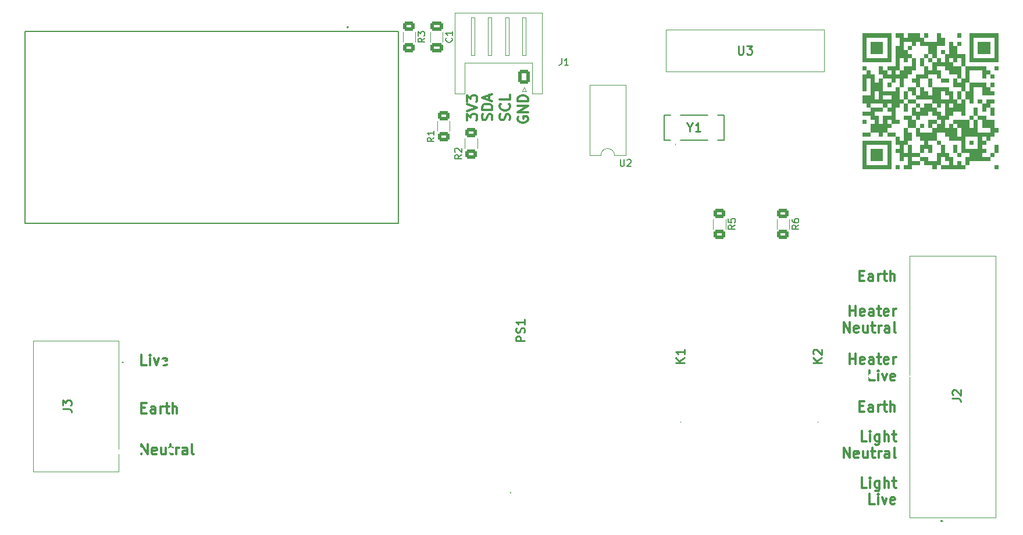
<source format=gto>
G04 #@! TF.GenerationSoftware,KiCad,Pcbnew,8.0.1*
G04 #@! TF.CreationDate,2024-04-01T00:43:30-05:00*
G04 #@! TF.ProjectId,sneksafe,736e656b-7361-4666-952e-6b696361645f,rev?*
G04 #@! TF.SameCoordinates,Original*
G04 #@! TF.FileFunction,Legend,Top*
G04 #@! TF.FilePolarity,Positive*
%FSLAX46Y46*%
G04 Gerber Fmt 4.6, Leading zero omitted, Abs format (unit mm)*
G04 Created by KiCad (PCBNEW 8.0.1) date 2024-04-01 00:43:30*
%MOMM*%
%LPD*%
G01*
G04 APERTURE LIST*
G04 Aperture macros list*
%AMRoundRect*
0 Rectangle with rounded corners*
0 $1 Rounding radius*
0 $2 $3 $4 $5 $6 $7 $8 $9 X,Y pos of 4 corners*
0 Add a 4 corners polygon primitive as box body*
4,1,4,$2,$3,$4,$5,$6,$7,$8,$9,$2,$3,0*
0 Add four circle primitives for the rounded corners*
1,1,$1+$1,$2,$3*
1,1,$1+$1,$4,$5*
1,1,$1+$1,$6,$7*
1,1,$1+$1,$8,$9*
0 Add four rect primitives between the rounded corners*
20,1,$1+$1,$2,$3,$4,$5,0*
20,1,$1+$1,$4,$5,$6,$7,0*
20,1,$1+$1,$6,$7,$8,$9,0*
20,1,$1+$1,$8,$9,$2,$3,0*%
G04 Aperture macros list end*
%ADD10C,0.300000*%
%ADD11C,0.150000*%
%ADD12C,0.254000*%
%ADD13C,0.120000*%
%ADD14C,0.127000*%
%ADD15C,0.200000*%
%ADD16C,0.100000*%
%ADD17RoundRect,0.250000X0.625000X-0.400000X0.625000X0.400000X-0.625000X0.400000X-0.625000X-0.400000X0*%
%ADD18R,1.560000X1.560000*%
%ADD19C,1.560000*%
%ADD20RoundRect,0.250000X-0.625000X0.400000X-0.625000X-0.400000X0.625000X-0.400000X0.625000X0.400000X0*%
%ADD21C,0.800000*%
%ADD22C,6.400000*%
%ADD23C,1.950000*%
%ADD24R,1.600000X1.600000*%
%ADD25O,1.600000X1.600000*%
%ADD26R,1.800000X1.800000*%
%ADD27C,1.800000*%
%ADD28R,0.700000X1.600000*%
%ADD29RoundRect,0.250000X0.600000X0.725000X-0.600000X0.725000X-0.600000X-0.725000X0.600000X-0.725000X0*%
%ADD30O,1.700000X1.950000*%
%ADD31C,2.175000*%
%ADD32RoundRect,0.250000X-0.650000X0.412500X-0.650000X-0.412500X0.650000X-0.412500X0.650000X0.412500X0*%
G04 APERTURE END LIST*
D10*
X204124059Y-128885912D02*
X203409773Y-128885912D01*
X203409773Y-128885912D02*
X203409773Y-127385912D01*
X204624059Y-128885912D02*
X204624059Y-127885912D01*
X204624059Y-127385912D02*
X204552631Y-127457341D01*
X204552631Y-127457341D02*
X204624059Y-127528769D01*
X204624059Y-127528769D02*
X204695488Y-127457341D01*
X204695488Y-127457341D02*
X204624059Y-127385912D01*
X204624059Y-127385912D02*
X204624059Y-127528769D01*
X205981203Y-127885912D02*
X205981203Y-129100198D01*
X205981203Y-129100198D02*
X205909774Y-129243055D01*
X205909774Y-129243055D02*
X205838345Y-129314484D01*
X205838345Y-129314484D02*
X205695488Y-129385912D01*
X205695488Y-129385912D02*
X205481203Y-129385912D01*
X205481203Y-129385912D02*
X205338345Y-129314484D01*
X205981203Y-128814484D02*
X205838345Y-128885912D01*
X205838345Y-128885912D02*
X205552631Y-128885912D01*
X205552631Y-128885912D02*
X205409774Y-128814484D01*
X205409774Y-128814484D02*
X205338345Y-128743055D01*
X205338345Y-128743055D02*
X205266917Y-128600198D01*
X205266917Y-128600198D02*
X205266917Y-128171626D01*
X205266917Y-128171626D02*
X205338345Y-128028769D01*
X205338345Y-128028769D02*
X205409774Y-127957341D01*
X205409774Y-127957341D02*
X205552631Y-127885912D01*
X205552631Y-127885912D02*
X205838345Y-127885912D01*
X205838345Y-127885912D02*
X205981203Y-127957341D01*
X206695488Y-128885912D02*
X206695488Y-127385912D01*
X207338346Y-128885912D02*
X207338346Y-128100198D01*
X207338346Y-128100198D02*
X207266917Y-127957341D01*
X207266917Y-127957341D02*
X207124060Y-127885912D01*
X207124060Y-127885912D02*
X206909774Y-127885912D01*
X206909774Y-127885912D02*
X206766917Y-127957341D01*
X206766917Y-127957341D02*
X206695488Y-128028769D01*
X207838346Y-127885912D02*
X208409774Y-127885912D01*
X208052631Y-127385912D02*
X208052631Y-128671626D01*
X208052631Y-128671626D02*
X208124060Y-128814484D01*
X208124060Y-128814484D02*
X208266917Y-128885912D01*
X208266917Y-128885912D02*
X208409774Y-128885912D01*
X200766917Y-131300828D02*
X200766917Y-129800828D01*
X200766917Y-129800828D02*
X201624060Y-131300828D01*
X201624060Y-131300828D02*
X201624060Y-129800828D01*
X202909775Y-131229400D02*
X202766918Y-131300828D01*
X202766918Y-131300828D02*
X202481204Y-131300828D01*
X202481204Y-131300828D02*
X202338346Y-131229400D01*
X202338346Y-131229400D02*
X202266918Y-131086542D01*
X202266918Y-131086542D02*
X202266918Y-130515114D01*
X202266918Y-130515114D02*
X202338346Y-130372257D01*
X202338346Y-130372257D02*
X202481204Y-130300828D01*
X202481204Y-130300828D02*
X202766918Y-130300828D01*
X202766918Y-130300828D02*
X202909775Y-130372257D01*
X202909775Y-130372257D02*
X202981204Y-130515114D01*
X202981204Y-130515114D02*
X202981204Y-130657971D01*
X202981204Y-130657971D02*
X202266918Y-130800828D01*
X204266918Y-130300828D02*
X204266918Y-131300828D01*
X203624060Y-130300828D02*
X203624060Y-131086542D01*
X203624060Y-131086542D02*
X203695489Y-131229400D01*
X203695489Y-131229400D02*
X203838346Y-131300828D01*
X203838346Y-131300828D02*
X204052632Y-131300828D01*
X204052632Y-131300828D02*
X204195489Y-131229400D01*
X204195489Y-131229400D02*
X204266918Y-131157971D01*
X204766918Y-130300828D02*
X205338346Y-130300828D01*
X204981203Y-129800828D02*
X204981203Y-131086542D01*
X204981203Y-131086542D02*
X205052632Y-131229400D01*
X205052632Y-131229400D02*
X205195489Y-131300828D01*
X205195489Y-131300828D02*
X205338346Y-131300828D01*
X205838346Y-131300828D02*
X205838346Y-130300828D01*
X205838346Y-130586542D02*
X205909775Y-130443685D01*
X205909775Y-130443685D02*
X205981204Y-130372257D01*
X205981204Y-130372257D02*
X206124061Y-130300828D01*
X206124061Y-130300828D02*
X206266918Y-130300828D01*
X207409775Y-131300828D02*
X207409775Y-130515114D01*
X207409775Y-130515114D02*
X207338346Y-130372257D01*
X207338346Y-130372257D02*
X207195489Y-130300828D01*
X207195489Y-130300828D02*
X206909775Y-130300828D01*
X206909775Y-130300828D02*
X206766917Y-130372257D01*
X207409775Y-131229400D02*
X207266917Y-131300828D01*
X207266917Y-131300828D02*
X206909775Y-131300828D01*
X206909775Y-131300828D02*
X206766917Y-131229400D01*
X206766917Y-131229400D02*
X206695489Y-131086542D01*
X206695489Y-131086542D02*
X206695489Y-130943685D01*
X206695489Y-130943685D02*
X206766917Y-130800828D01*
X206766917Y-130800828D02*
X206909775Y-130729400D01*
X206909775Y-130729400D02*
X207266917Y-130729400D01*
X207266917Y-130729400D02*
X207409775Y-130657971D01*
X208338346Y-131300828D02*
X208195489Y-131229400D01*
X208195489Y-131229400D02*
X208124060Y-131086542D01*
X208124060Y-131086542D02*
X208124060Y-129800828D01*
X201624060Y-117635912D02*
X201624060Y-116135912D01*
X201624060Y-116850198D02*
X202481203Y-116850198D01*
X202481203Y-117635912D02*
X202481203Y-116135912D01*
X203766918Y-117564484D02*
X203624061Y-117635912D01*
X203624061Y-117635912D02*
X203338347Y-117635912D01*
X203338347Y-117635912D02*
X203195489Y-117564484D01*
X203195489Y-117564484D02*
X203124061Y-117421626D01*
X203124061Y-117421626D02*
X203124061Y-116850198D01*
X203124061Y-116850198D02*
X203195489Y-116707341D01*
X203195489Y-116707341D02*
X203338347Y-116635912D01*
X203338347Y-116635912D02*
X203624061Y-116635912D01*
X203624061Y-116635912D02*
X203766918Y-116707341D01*
X203766918Y-116707341D02*
X203838347Y-116850198D01*
X203838347Y-116850198D02*
X203838347Y-116993055D01*
X203838347Y-116993055D02*
X203124061Y-117135912D01*
X205124061Y-117635912D02*
X205124061Y-116850198D01*
X205124061Y-116850198D02*
X205052632Y-116707341D01*
X205052632Y-116707341D02*
X204909775Y-116635912D01*
X204909775Y-116635912D02*
X204624061Y-116635912D01*
X204624061Y-116635912D02*
X204481203Y-116707341D01*
X205124061Y-117564484D02*
X204981203Y-117635912D01*
X204981203Y-117635912D02*
X204624061Y-117635912D01*
X204624061Y-117635912D02*
X204481203Y-117564484D01*
X204481203Y-117564484D02*
X204409775Y-117421626D01*
X204409775Y-117421626D02*
X204409775Y-117278769D01*
X204409775Y-117278769D02*
X204481203Y-117135912D01*
X204481203Y-117135912D02*
X204624061Y-117064484D01*
X204624061Y-117064484D02*
X204981203Y-117064484D01*
X204981203Y-117064484D02*
X205124061Y-116993055D01*
X205624061Y-116635912D02*
X206195489Y-116635912D01*
X205838346Y-116135912D02*
X205838346Y-117421626D01*
X205838346Y-117421626D02*
X205909775Y-117564484D01*
X205909775Y-117564484D02*
X206052632Y-117635912D01*
X206052632Y-117635912D02*
X206195489Y-117635912D01*
X207266918Y-117564484D02*
X207124061Y-117635912D01*
X207124061Y-117635912D02*
X206838347Y-117635912D01*
X206838347Y-117635912D02*
X206695489Y-117564484D01*
X206695489Y-117564484D02*
X206624061Y-117421626D01*
X206624061Y-117421626D02*
X206624061Y-116850198D01*
X206624061Y-116850198D02*
X206695489Y-116707341D01*
X206695489Y-116707341D02*
X206838347Y-116635912D01*
X206838347Y-116635912D02*
X207124061Y-116635912D01*
X207124061Y-116635912D02*
X207266918Y-116707341D01*
X207266918Y-116707341D02*
X207338347Y-116850198D01*
X207338347Y-116850198D02*
X207338347Y-116993055D01*
X207338347Y-116993055D02*
X206624061Y-117135912D01*
X207981203Y-117635912D02*
X207981203Y-116635912D01*
X207981203Y-116921626D02*
X208052632Y-116778769D01*
X208052632Y-116778769D02*
X208124061Y-116707341D01*
X208124061Y-116707341D02*
X208266918Y-116635912D01*
X208266918Y-116635912D02*
X208409775Y-116635912D01*
X205266917Y-120050828D02*
X204552631Y-120050828D01*
X204552631Y-120050828D02*
X204552631Y-118550828D01*
X205766917Y-120050828D02*
X205766917Y-119050828D01*
X205766917Y-118550828D02*
X205695489Y-118622257D01*
X205695489Y-118622257D02*
X205766917Y-118693685D01*
X205766917Y-118693685D02*
X205838346Y-118622257D01*
X205838346Y-118622257D02*
X205766917Y-118550828D01*
X205766917Y-118550828D02*
X205766917Y-118693685D01*
X206338346Y-119050828D02*
X206695489Y-120050828D01*
X206695489Y-120050828D02*
X207052632Y-119050828D01*
X208195489Y-119979400D02*
X208052632Y-120050828D01*
X208052632Y-120050828D02*
X207766918Y-120050828D01*
X207766918Y-120050828D02*
X207624060Y-119979400D01*
X207624060Y-119979400D02*
X207552632Y-119836542D01*
X207552632Y-119836542D02*
X207552632Y-119265114D01*
X207552632Y-119265114D02*
X207624060Y-119122257D01*
X207624060Y-119122257D02*
X207766918Y-119050828D01*
X207766918Y-119050828D02*
X208052632Y-119050828D01*
X208052632Y-119050828D02*
X208195489Y-119122257D01*
X208195489Y-119122257D02*
X208266918Y-119265114D01*
X208266918Y-119265114D02*
X208266918Y-119407971D01*
X208266918Y-119407971D02*
X207552632Y-119550828D01*
X201624060Y-110635912D02*
X201624060Y-109135912D01*
X201624060Y-109850198D02*
X202481203Y-109850198D01*
X202481203Y-110635912D02*
X202481203Y-109135912D01*
X203766918Y-110564484D02*
X203624061Y-110635912D01*
X203624061Y-110635912D02*
X203338347Y-110635912D01*
X203338347Y-110635912D02*
X203195489Y-110564484D01*
X203195489Y-110564484D02*
X203124061Y-110421626D01*
X203124061Y-110421626D02*
X203124061Y-109850198D01*
X203124061Y-109850198D02*
X203195489Y-109707341D01*
X203195489Y-109707341D02*
X203338347Y-109635912D01*
X203338347Y-109635912D02*
X203624061Y-109635912D01*
X203624061Y-109635912D02*
X203766918Y-109707341D01*
X203766918Y-109707341D02*
X203838347Y-109850198D01*
X203838347Y-109850198D02*
X203838347Y-109993055D01*
X203838347Y-109993055D02*
X203124061Y-110135912D01*
X205124061Y-110635912D02*
X205124061Y-109850198D01*
X205124061Y-109850198D02*
X205052632Y-109707341D01*
X205052632Y-109707341D02*
X204909775Y-109635912D01*
X204909775Y-109635912D02*
X204624061Y-109635912D01*
X204624061Y-109635912D02*
X204481203Y-109707341D01*
X205124061Y-110564484D02*
X204981203Y-110635912D01*
X204981203Y-110635912D02*
X204624061Y-110635912D01*
X204624061Y-110635912D02*
X204481203Y-110564484D01*
X204481203Y-110564484D02*
X204409775Y-110421626D01*
X204409775Y-110421626D02*
X204409775Y-110278769D01*
X204409775Y-110278769D02*
X204481203Y-110135912D01*
X204481203Y-110135912D02*
X204624061Y-110064484D01*
X204624061Y-110064484D02*
X204981203Y-110064484D01*
X204981203Y-110064484D02*
X205124061Y-109993055D01*
X205624061Y-109635912D02*
X206195489Y-109635912D01*
X205838346Y-109135912D02*
X205838346Y-110421626D01*
X205838346Y-110421626D02*
X205909775Y-110564484D01*
X205909775Y-110564484D02*
X206052632Y-110635912D01*
X206052632Y-110635912D02*
X206195489Y-110635912D01*
X207266918Y-110564484D02*
X207124061Y-110635912D01*
X207124061Y-110635912D02*
X206838347Y-110635912D01*
X206838347Y-110635912D02*
X206695489Y-110564484D01*
X206695489Y-110564484D02*
X206624061Y-110421626D01*
X206624061Y-110421626D02*
X206624061Y-109850198D01*
X206624061Y-109850198D02*
X206695489Y-109707341D01*
X206695489Y-109707341D02*
X206838347Y-109635912D01*
X206838347Y-109635912D02*
X207124061Y-109635912D01*
X207124061Y-109635912D02*
X207266918Y-109707341D01*
X207266918Y-109707341D02*
X207338347Y-109850198D01*
X207338347Y-109850198D02*
X207338347Y-109993055D01*
X207338347Y-109993055D02*
X206624061Y-110135912D01*
X207981203Y-110635912D02*
X207981203Y-109635912D01*
X207981203Y-109921626D02*
X208052632Y-109778769D01*
X208052632Y-109778769D02*
X208124061Y-109707341D01*
X208124061Y-109707341D02*
X208266918Y-109635912D01*
X208266918Y-109635912D02*
X208409775Y-109635912D01*
X200766917Y-113050828D02*
X200766917Y-111550828D01*
X200766917Y-111550828D02*
X201624060Y-113050828D01*
X201624060Y-113050828D02*
X201624060Y-111550828D01*
X202909775Y-112979400D02*
X202766918Y-113050828D01*
X202766918Y-113050828D02*
X202481204Y-113050828D01*
X202481204Y-113050828D02*
X202338346Y-112979400D01*
X202338346Y-112979400D02*
X202266918Y-112836542D01*
X202266918Y-112836542D02*
X202266918Y-112265114D01*
X202266918Y-112265114D02*
X202338346Y-112122257D01*
X202338346Y-112122257D02*
X202481204Y-112050828D01*
X202481204Y-112050828D02*
X202766918Y-112050828D01*
X202766918Y-112050828D02*
X202909775Y-112122257D01*
X202909775Y-112122257D02*
X202981204Y-112265114D01*
X202981204Y-112265114D02*
X202981204Y-112407971D01*
X202981204Y-112407971D02*
X202266918Y-112550828D01*
X204266918Y-112050828D02*
X204266918Y-113050828D01*
X203624060Y-112050828D02*
X203624060Y-112836542D01*
X203624060Y-112836542D02*
X203695489Y-112979400D01*
X203695489Y-112979400D02*
X203838346Y-113050828D01*
X203838346Y-113050828D02*
X204052632Y-113050828D01*
X204052632Y-113050828D02*
X204195489Y-112979400D01*
X204195489Y-112979400D02*
X204266918Y-112907971D01*
X204766918Y-112050828D02*
X205338346Y-112050828D01*
X204981203Y-111550828D02*
X204981203Y-112836542D01*
X204981203Y-112836542D02*
X205052632Y-112979400D01*
X205052632Y-112979400D02*
X205195489Y-113050828D01*
X205195489Y-113050828D02*
X205338346Y-113050828D01*
X205838346Y-113050828D02*
X205838346Y-112050828D01*
X205838346Y-112336542D02*
X205909775Y-112193685D01*
X205909775Y-112193685D02*
X205981204Y-112122257D01*
X205981204Y-112122257D02*
X206124061Y-112050828D01*
X206124061Y-112050828D02*
X206266918Y-112050828D01*
X207409775Y-113050828D02*
X207409775Y-112265114D01*
X207409775Y-112265114D02*
X207338346Y-112122257D01*
X207338346Y-112122257D02*
X207195489Y-112050828D01*
X207195489Y-112050828D02*
X206909775Y-112050828D01*
X206909775Y-112050828D02*
X206766917Y-112122257D01*
X207409775Y-112979400D02*
X207266917Y-113050828D01*
X207266917Y-113050828D02*
X206909775Y-113050828D01*
X206909775Y-113050828D02*
X206766917Y-112979400D01*
X206766917Y-112979400D02*
X206695489Y-112836542D01*
X206695489Y-112836542D02*
X206695489Y-112693685D01*
X206695489Y-112693685D02*
X206766917Y-112550828D01*
X206766917Y-112550828D02*
X206909775Y-112479400D01*
X206909775Y-112479400D02*
X207266917Y-112479400D01*
X207266917Y-112479400D02*
X207409775Y-112407971D01*
X208338346Y-113050828D02*
X208195489Y-112979400D01*
X208195489Y-112979400D02*
X208124060Y-112836542D01*
X208124060Y-112836542D02*
X208124060Y-111550828D01*
X203052631Y-104765114D02*
X203552631Y-104765114D01*
X203766917Y-105550828D02*
X203052631Y-105550828D01*
X203052631Y-105550828D02*
X203052631Y-104050828D01*
X203052631Y-104050828D02*
X203766917Y-104050828D01*
X205052632Y-105550828D02*
X205052632Y-104765114D01*
X205052632Y-104765114D02*
X204981203Y-104622257D01*
X204981203Y-104622257D02*
X204838346Y-104550828D01*
X204838346Y-104550828D02*
X204552632Y-104550828D01*
X204552632Y-104550828D02*
X204409774Y-104622257D01*
X205052632Y-105479400D02*
X204909774Y-105550828D01*
X204909774Y-105550828D02*
X204552632Y-105550828D01*
X204552632Y-105550828D02*
X204409774Y-105479400D01*
X204409774Y-105479400D02*
X204338346Y-105336542D01*
X204338346Y-105336542D02*
X204338346Y-105193685D01*
X204338346Y-105193685D02*
X204409774Y-105050828D01*
X204409774Y-105050828D02*
X204552632Y-104979400D01*
X204552632Y-104979400D02*
X204909774Y-104979400D01*
X204909774Y-104979400D02*
X205052632Y-104907971D01*
X205766917Y-105550828D02*
X205766917Y-104550828D01*
X205766917Y-104836542D02*
X205838346Y-104693685D01*
X205838346Y-104693685D02*
X205909775Y-104622257D01*
X205909775Y-104622257D02*
X206052632Y-104550828D01*
X206052632Y-104550828D02*
X206195489Y-104550828D01*
X206481203Y-104550828D02*
X207052631Y-104550828D01*
X206695488Y-104050828D02*
X206695488Y-105336542D01*
X206695488Y-105336542D02*
X206766917Y-105479400D01*
X206766917Y-105479400D02*
X206909774Y-105550828D01*
X206909774Y-105550828D02*
X207052631Y-105550828D01*
X207552631Y-105550828D02*
X207552631Y-104050828D01*
X208195489Y-105550828D02*
X208195489Y-104765114D01*
X208195489Y-104765114D02*
X208124060Y-104622257D01*
X208124060Y-104622257D02*
X207981203Y-104550828D01*
X207981203Y-104550828D02*
X207766917Y-104550828D01*
X207766917Y-104550828D02*
X207624060Y-104622257D01*
X207624060Y-104622257D02*
X207552631Y-104693685D01*
X145900828Y-82188346D02*
X145900828Y-81259774D01*
X145900828Y-81259774D02*
X146472257Y-81759774D01*
X146472257Y-81759774D02*
X146472257Y-81545489D01*
X146472257Y-81545489D02*
X146543685Y-81402632D01*
X146543685Y-81402632D02*
X146615114Y-81331203D01*
X146615114Y-81331203D02*
X146757971Y-81259774D01*
X146757971Y-81259774D02*
X147115114Y-81259774D01*
X147115114Y-81259774D02*
X147257971Y-81331203D01*
X147257971Y-81331203D02*
X147329400Y-81402632D01*
X147329400Y-81402632D02*
X147400828Y-81545489D01*
X147400828Y-81545489D02*
X147400828Y-81974060D01*
X147400828Y-81974060D02*
X147329400Y-82116917D01*
X147329400Y-82116917D02*
X147257971Y-82188346D01*
X145900828Y-80831203D02*
X147400828Y-80331203D01*
X147400828Y-80331203D02*
X145900828Y-79831203D01*
X145900828Y-79474061D02*
X145900828Y-78545489D01*
X145900828Y-78545489D02*
X146472257Y-79045489D01*
X146472257Y-79045489D02*
X146472257Y-78831204D01*
X146472257Y-78831204D02*
X146543685Y-78688347D01*
X146543685Y-78688347D02*
X146615114Y-78616918D01*
X146615114Y-78616918D02*
X146757971Y-78545489D01*
X146757971Y-78545489D02*
X147115114Y-78545489D01*
X147115114Y-78545489D02*
X147257971Y-78616918D01*
X147257971Y-78616918D02*
X147329400Y-78688347D01*
X147329400Y-78688347D02*
X147400828Y-78831204D01*
X147400828Y-78831204D02*
X147400828Y-79259775D01*
X147400828Y-79259775D02*
X147329400Y-79402632D01*
X147329400Y-79402632D02*
X147257971Y-79474061D01*
X99268796Y-117800828D02*
X98554510Y-117800828D01*
X98554510Y-117800828D02*
X98554510Y-116300828D01*
X99768796Y-117800828D02*
X99768796Y-116800828D01*
X99768796Y-116300828D02*
X99697368Y-116372257D01*
X99697368Y-116372257D02*
X99768796Y-116443685D01*
X99768796Y-116443685D02*
X99840225Y-116372257D01*
X99840225Y-116372257D02*
X99768796Y-116300828D01*
X99768796Y-116300828D02*
X99768796Y-116443685D01*
X100340225Y-116800828D02*
X100697368Y-117800828D01*
X100697368Y-117800828D02*
X101054511Y-116800828D01*
X102197368Y-117729400D02*
X102054511Y-117800828D01*
X102054511Y-117800828D02*
X101768797Y-117800828D01*
X101768797Y-117800828D02*
X101625939Y-117729400D01*
X101625939Y-117729400D02*
X101554511Y-117586542D01*
X101554511Y-117586542D02*
X101554511Y-117015114D01*
X101554511Y-117015114D02*
X101625939Y-116872257D01*
X101625939Y-116872257D02*
X101768797Y-116800828D01*
X101768797Y-116800828D02*
X102054511Y-116800828D01*
X102054511Y-116800828D02*
X102197368Y-116872257D01*
X102197368Y-116872257D02*
X102268797Y-117015114D01*
X102268797Y-117015114D02*
X102268797Y-117157971D01*
X102268797Y-117157971D02*
X101554511Y-117300828D01*
X98554510Y-130800828D02*
X98554510Y-129300828D01*
X98554510Y-129300828D02*
X99411653Y-130800828D01*
X99411653Y-130800828D02*
X99411653Y-129300828D01*
X100697368Y-130729400D02*
X100554511Y-130800828D01*
X100554511Y-130800828D02*
X100268797Y-130800828D01*
X100268797Y-130800828D02*
X100125939Y-130729400D01*
X100125939Y-130729400D02*
X100054511Y-130586542D01*
X100054511Y-130586542D02*
X100054511Y-130015114D01*
X100054511Y-130015114D02*
X100125939Y-129872257D01*
X100125939Y-129872257D02*
X100268797Y-129800828D01*
X100268797Y-129800828D02*
X100554511Y-129800828D01*
X100554511Y-129800828D02*
X100697368Y-129872257D01*
X100697368Y-129872257D02*
X100768797Y-130015114D01*
X100768797Y-130015114D02*
X100768797Y-130157971D01*
X100768797Y-130157971D02*
X100054511Y-130300828D01*
X102054511Y-129800828D02*
X102054511Y-130800828D01*
X101411653Y-129800828D02*
X101411653Y-130586542D01*
X101411653Y-130586542D02*
X101483082Y-130729400D01*
X101483082Y-130729400D02*
X101625939Y-130800828D01*
X101625939Y-130800828D02*
X101840225Y-130800828D01*
X101840225Y-130800828D02*
X101983082Y-130729400D01*
X101983082Y-130729400D02*
X102054511Y-130657971D01*
X102554511Y-129800828D02*
X103125939Y-129800828D01*
X102768796Y-129300828D02*
X102768796Y-130586542D01*
X102768796Y-130586542D02*
X102840225Y-130729400D01*
X102840225Y-130729400D02*
X102983082Y-130800828D01*
X102983082Y-130800828D02*
X103125939Y-130800828D01*
X103625939Y-130800828D02*
X103625939Y-129800828D01*
X103625939Y-130086542D02*
X103697368Y-129943685D01*
X103697368Y-129943685D02*
X103768797Y-129872257D01*
X103768797Y-129872257D02*
X103911654Y-129800828D01*
X103911654Y-129800828D02*
X104054511Y-129800828D01*
X105197368Y-130800828D02*
X105197368Y-130015114D01*
X105197368Y-130015114D02*
X105125939Y-129872257D01*
X105125939Y-129872257D02*
X104983082Y-129800828D01*
X104983082Y-129800828D02*
X104697368Y-129800828D01*
X104697368Y-129800828D02*
X104554510Y-129872257D01*
X105197368Y-130729400D02*
X105054510Y-130800828D01*
X105054510Y-130800828D02*
X104697368Y-130800828D01*
X104697368Y-130800828D02*
X104554510Y-130729400D01*
X104554510Y-130729400D02*
X104483082Y-130586542D01*
X104483082Y-130586542D02*
X104483082Y-130443685D01*
X104483082Y-130443685D02*
X104554510Y-130300828D01*
X104554510Y-130300828D02*
X104697368Y-130229400D01*
X104697368Y-130229400D02*
X105054510Y-130229400D01*
X105054510Y-130229400D02*
X105197368Y-130157971D01*
X106125939Y-130800828D02*
X105983082Y-130729400D01*
X105983082Y-130729400D02*
X105911653Y-130586542D01*
X105911653Y-130586542D02*
X105911653Y-129300828D01*
X204124059Y-135635912D02*
X203409773Y-135635912D01*
X203409773Y-135635912D02*
X203409773Y-134135912D01*
X204624059Y-135635912D02*
X204624059Y-134635912D01*
X204624059Y-134135912D02*
X204552631Y-134207341D01*
X204552631Y-134207341D02*
X204624059Y-134278769D01*
X204624059Y-134278769D02*
X204695488Y-134207341D01*
X204695488Y-134207341D02*
X204624059Y-134135912D01*
X204624059Y-134135912D02*
X204624059Y-134278769D01*
X205981203Y-134635912D02*
X205981203Y-135850198D01*
X205981203Y-135850198D02*
X205909774Y-135993055D01*
X205909774Y-135993055D02*
X205838345Y-136064484D01*
X205838345Y-136064484D02*
X205695488Y-136135912D01*
X205695488Y-136135912D02*
X205481203Y-136135912D01*
X205481203Y-136135912D02*
X205338345Y-136064484D01*
X205981203Y-135564484D02*
X205838345Y-135635912D01*
X205838345Y-135635912D02*
X205552631Y-135635912D01*
X205552631Y-135635912D02*
X205409774Y-135564484D01*
X205409774Y-135564484D02*
X205338345Y-135493055D01*
X205338345Y-135493055D02*
X205266917Y-135350198D01*
X205266917Y-135350198D02*
X205266917Y-134921626D01*
X205266917Y-134921626D02*
X205338345Y-134778769D01*
X205338345Y-134778769D02*
X205409774Y-134707341D01*
X205409774Y-134707341D02*
X205552631Y-134635912D01*
X205552631Y-134635912D02*
X205838345Y-134635912D01*
X205838345Y-134635912D02*
X205981203Y-134707341D01*
X206695488Y-135635912D02*
X206695488Y-134135912D01*
X207338346Y-135635912D02*
X207338346Y-134850198D01*
X207338346Y-134850198D02*
X207266917Y-134707341D01*
X207266917Y-134707341D02*
X207124060Y-134635912D01*
X207124060Y-134635912D02*
X206909774Y-134635912D01*
X206909774Y-134635912D02*
X206766917Y-134707341D01*
X206766917Y-134707341D02*
X206695488Y-134778769D01*
X207838346Y-134635912D02*
X208409774Y-134635912D01*
X208052631Y-134135912D02*
X208052631Y-135421626D01*
X208052631Y-135421626D02*
X208124060Y-135564484D01*
X208124060Y-135564484D02*
X208266917Y-135635912D01*
X208266917Y-135635912D02*
X208409774Y-135635912D01*
X205266917Y-138050828D02*
X204552631Y-138050828D01*
X204552631Y-138050828D02*
X204552631Y-136550828D01*
X205766917Y-138050828D02*
X205766917Y-137050828D01*
X205766917Y-136550828D02*
X205695489Y-136622257D01*
X205695489Y-136622257D02*
X205766917Y-136693685D01*
X205766917Y-136693685D02*
X205838346Y-136622257D01*
X205838346Y-136622257D02*
X205766917Y-136550828D01*
X205766917Y-136550828D02*
X205766917Y-136693685D01*
X206338346Y-137050828D02*
X206695489Y-138050828D01*
X206695489Y-138050828D02*
X207052632Y-137050828D01*
X208195489Y-137979400D02*
X208052632Y-138050828D01*
X208052632Y-138050828D02*
X207766918Y-138050828D01*
X207766918Y-138050828D02*
X207624060Y-137979400D01*
X207624060Y-137979400D02*
X207552632Y-137836542D01*
X207552632Y-137836542D02*
X207552632Y-137265114D01*
X207552632Y-137265114D02*
X207624060Y-137122257D01*
X207624060Y-137122257D02*
X207766918Y-137050828D01*
X207766918Y-137050828D02*
X208052632Y-137050828D01*
X208052632Y-137050828D02*
X208195489Y-137122257D01*
X208195489Y-137122257D02*
X208266918Y-137265114D01*
X208266918Y-137265114D02*
X208266918Y-137407971D01*
X208266918Y-137407971D02*
X207552632Y-137550828D01*
X203052631Y-123765114D02*
X203552631Y-123765114D01*
X203766917Y-124550828D02*
X203052631Y-124550828D01*
X203052631Y-124550828D02*
X203052631Y-123050828D01*
X203052631Y-123050828D02*
X203766917Y-123050828D01*
X205052632Y-124550828D02*
X205052632Y-123765114D01*
X205052632Y-123765114D02*
X204981203Y-123622257D01*
X204981203Y-123622257D02*
X204838346Y-123550828D01*
X204838346Y-123550828D02*
X204552632Y-123550828D01*
X204552632Y-123550828D02*
X204409774Y-123622257D01*
X205052632Y-124479400D02*
X204909774Y-124550828D01*
X204909774Y-124550828D02*
X204552632Y-124550828D01*
X204552632Y-124550828D02*
X204409774Y-124479400D01*
X204409774Y-124479400D02*
X204338346Y-124336542D01*
X204338346Y-124336542D02*
X204338346Y-124193685D01*
X204338346Y-124193685D02*
X204409774Y-124050828D01*
X204409774Y-124050828D02*
X204552632Y-123979400D01*
X204552632Y-123979400D02*
X204909774Y-123979400D01*
X204909774Y-123979400D02*
X205052632Y-123907971D01*
X205766917Y-124550828D02*
X205766917Y-123550828D01*
X205766917Y-123836542D02*
X205838346Y-123693685D01*
X205838346Y-123693685D02*
X205909775Y-123622257D01*
X205909775Y-123622257D02*
X206052632Y-123550828D01*
X206052632Y-123550828D02*
X206195489Y-123550828D01*
X206481203Y-123550828D02*
X207052631Y-123550828D01*
X206695488Y-123050828D02*
X206695488Y-124336542D01*
X206695488Y-124336542D02*
X206766917Y-124479400D01*
X206766917Y-124479400D02*
X206909774Y-124550828D01*
X206909774Y-124550828D02*
X207052631Y-124550828D01*
X207552631Y-124550828D02*
X207552631Y-123050828D01*
X208195489Y-124550828D02*
X208195489Y-123765114D01*
X208195489Y-123765114D02*
X208124060Y-123622257D01*
X208124060Y-123622257D02*
X207981203Y-123550828D01*
X207981203Y-123550828D02*
X207766917Y-123550828D01*
X207766917Y-123550828D02*
X207624060Y-123622257D01*
X207624060Y-123622257D02*
X207552631Y-123693685D01*
X152129400Y-82116917D02*
X152200828Y-81902632D01*
X152200828Y-81902632D02*
X152200828Y-81545489D01*
X152200828Y-81545489D02*
X152129400Y-81402632D01*
X152129400Y-81402632D02*
X152057971Y-81331203D01*
X152057971Y-81331203D02*
X151915114Y-81259774D01*
X151915114Y-81259774D02*
X151772257Y-81259774D01*
X151772257Y-81259774D02*
X151629400Y-81331203D01*
X151629400Y-81331203D02*
X151557971Y-81402632D01*
X151557971Y-81402632D02*
X151486542Y-81545489D01*
X151486542Y-81545489D02*
X151415114Y-81831203D01*
X151415114Y-81831203D02*
X151343685Y-81974060D01*
X151343685Y-81974060D02*
X151272257Y-82045489D01*
X151272257Y-82045489D02*
X151129400Y-82116917D01*
X151129400Y-82116917D02*
X150986542Y-82116917D01*
X150986542Y-82116917D02*
X150843685Y-82045489D01*
X150843685Y-82045489D02*
X150772257Y-81974060D01*
X150772257Y-81974060D02*
X150700828Y-81831203D01*
X150700828Y-81831203D02*
X150700828Y-81474060D01*
X150700828Y-81474060D02*
X150772257Y-81259774D01*
X152057971Y-79759775D02*
X152129400Y-79831203D01*
X152129400Y-79831203D02*
X152200828Y-80045489D01*
X152200828Y-80045489D02*
X152200828Y-80188346D01*
X152200828Y-80188346D02*
X152129400Y-80402632D01*
X152129400Y-80402632D02*
X151986542Y-80545489D01*
X151986542Y-80545489D02*
X151843685Y-80616918D01*
X151843685Y-80616918D02*
X151557971Y-80688346D01*
X151557971Y-80688346D02*
X151343685Y-80688346D01*
X151343685Y-80688346D02*
X151057971Y-80616918D01*
X151057971Y-80616918D02*
X150915114Y-80545489D01*
X150915114Y-80545489D02*
X150772257Y-80402632D01*
X150772257Y-80402632D02*
X150700828Y-80188346D01*
X150700828Y-80188346D02*
X150700828Y-80045489D01*
X150700828Y-80045489D02*
X150772257Y-79831203D01*
X150772257Y-79831203D02*
X150843685Y-79759775D01*
X152200828Y-78402632D02*
X152200828Y-79116918D01*
X152200828Y-79116918D02*
X150700828Y-79116918D01*
X98554510Y-124015114D02*
X99054510Y-124015114D01*
X99268796Y-124800828D02*
X98554510Y-124800828D01*
X98554510Y-124800828D02*
X98554510Y-123300828D01*
X98554510Y-123300828D02*
X99268796Y-123300828D01*
X100554511Y-124800828D02*
X100554511Y-124015114D01*
X100554511Y-124015114D02*
X100483082Y-123872257D01*
X100483082Y-123872257D02*
X100340225Y-123800828D01*
X100340225Y-123800828D02*
X100054511Y-123800828D01*
X100054511Y-123800828D02*
X99911653Y-123872257D01*
X100554511Y-124729400D02*
X100411653Y-124800828D01*
X100411653Y-124800828D02*
X100054511Y-124800828D01*
X100054511Y-124800828D02*
X99911653Y-124729400D01*
X99911653Y-124729400D02*
X99840225Y-124586542D01*
X99840225Y-124586542D02*
X99840225Y-124443685D01*
X99840225Y-124443685D02*
X99911653Y-124300828D01*
X99911653Y-124300828D02*
X100054511Y-124229400D01*
X100054511Y-124229400D02*
X100411653Y-124229400D01*
X100411653Y-124229400D02*
X100554511Y-124157971D01*
X101268796Y-124800828D02*
X101268796Y-123800828D01*
X101268796Y-124086542D02*
X101340225Y-123943685D01*
X101340225Y-123943685D02*
X101411654Y-123872257D01*
X101411654Y-123872257D02*
X101554511Y-123800828D01*
X101554511Y-123800828D02*
X101697368Y-123800828D01*
X101983082Y-123800828D02*
X102554510Y-123800828D01*
X102197367Y-123300828D02*
X102197367Y-124586542D01*
X102197367Y-124586542D02*
X102268796Y-124729400D01*
X102268796Y-124729400D02*
X102411653Y-124800828D01*
X102411653Y-124800828D02*
X102554510Y-124800828D01*
X103054510Y-124800828D02*
X103054510Y-123300828D01*
X103697368Y-124800828D02*
X103697368Y-124015114D01*
X103697368Y-124015114D02*
X103625939Y-123872257D01*
X103625939Y-123872257D02*
X103483082Y-123800828D01*
X103483082Y-123800828D02*
X103268796Y-123800828D01*
X103268796Y-123800828D02*
X103125939Y-123872257D01*
X103125939Y-123872257D02*
X103054510Y-123943685D01*
X149529400Y-82116917D02*
X149600828Y-81902632D01*
X149600828Y-81902632D02*
X149600828Y-81545489D01*
X149600828Y-81545489D02*
X149529400Y-81402632D01*
X149529400Y-81402632D02*
X149457971Y-81331203D01*
X149457971Y-81331203D02*
X149315114Y-81259774D01*
X149315114Y-81259774D02*
X149172257Y-81259774D01*
X149172257Y-81259774D02*
X149029400Y-81331203D01*
X149029400Y-81331203D02*
X148957971Y-81402632D01*
X148957971Y-81402632D02*
X148886542Y-81545489D01*
X148886542Y-81545489D02*
X148815114Y-81831203D01*
X148815114Y-81831203D02*
X148743685Y-81974060D01*
X148743685Y-81974060D02*
X148672257Y-82045489D01*
X148672257Y-82045489D02*
X148529400Y-82116917D01*
X148529400Y-82116917D02*
X148386542Y-82116917D01*
X148386542Y-82116917D02*
X148243685Y-82045489D01*
X148243685Y-82045489D02*
X148172257Y-81974060D01*
X148172257Y-81974060D02*
X148100828Y-81831203D01*
X148100828Y-81831203D02*
X148100828Y-81474060D01*
X148100828Y-81474060D02*
X148172257Y-81259774D01*
X149600828Y-80616918D02*
X148100828Y-80616918D01*
X148100828Y-80616918D02*
X148100828Y-80259775D01*
X148100828Y-80259775D02*
X148172257Y-80045489D01*
X148172257Y-80045489D02*
X148315114Y-79902632D01*
X148315114Y-79902632D02*
X148457971Y-79831203D01*
X148457971Y-79831203D02*
X148743685Y-79759775D01*
X148743685Y-79759775D02*
X148957971Y-79759775D01*
X148957971Y-79759775D02*
X149243685Y-79831203D01*
X149243685Y-79831203D02*
X149386542Y-79902632D01*
X149386542Y-79902632D02*
X149529400Y-80045489D01*
X149529400Y-80045489D02*
X149600828Y-80259775D01*
X149600828Y-80259775D02*
X149600828Y-80616918D01*
X149172257Y-79188346D02*
X149172257Y-78474061D01*
X149600828Y-79331203D02*
X148100828Y-78831203D01*
X148100828Y-78831203D02*
X149600828Y-78331203D01*
X153372257Y-81659774D02*
X153300828Y-81802632D01*
X153300828Y-81802632D02*
X153300828Y-82016917D01*
X153300828Y-82016917D02*
X153372257Y-82231203D01*
X153372257Y-82231203D02*
X153515114Y-82374060D01*
X153515114Y-82374060D02*
X153657971Y-82445489D01*
X153657971Y-82445489D02*
X153943685Y-82516917D01*
X153943685Y-82516917D02*
X154157971Y-82516917D01*
X154157971Y-82516917D02*
X154443685Y-82445489D01*
X154443685Y-82445489D02*
X154586542Y-82374060D01*
X154586542Y-82374060D02*
X154729400Y-82231203D01*
X154729400Y-82231203D02*
X154800828Y-82016917D01*
X154800828Y-82016917D02*
X154800828Y-81874060D01*
X154800828Y-81874060D02*
X154729400Y-81659774D01*
X154729400Y-81659774D02*
X154657971Y-81588346D01*
X154657971Y-81588346D02*
X154157971Y-81588346D01*
X154157971Y-81588346D02*
X154157971Y-81874060D01*
X154800828Y-80945489D02*
X153300828Y-80945489D01*
X153300828Y-80945489D02*
X154800828Y-80088346D01*
X154800828Y-80088346D02*
X153300828Y-80088346D01*
X154800828Y-79374060D02*
X153300828Y-79374060D01*
X153300828Y-79374060D02*
X153300828Y-79016917D01*
X153300828Y-79016917D02*
X153372257Y-78802631D01*
X153372257Y-78802631D02*
X153515114Y-78659774D01*
X153515114Y-78659774D02*
X153657971Y-78588345D01*
X153657971Y-78588345D02*
X153943685Y-78516917D01*
X153943685Y-78516917D02*
X154157971Y-78516917D01*
X154157971Y-78516917D02*
X154443685Y-78588345D01*
X154443685Y-78588345D02*
X154586542Y-78659774D01*
X154586542Y-78659774D02*
X154729400Y-78802631D01*
X154729400Y-78802631D02*
X154800828Y-79016917D01*
X154800828Y-79016917D02*
X154800828Y-79374060D01*
D11*
X141134819Y-84666666D02*
X140658628Y-84999999D01*
X141134819Y-85238094D02*
X140134819Y-85238094D01*
X140134819Y-85238094D02*
X140134819Y-84857142D01*
X140134819Y-84857142D02*
X140182438Y-84761904D01*
X140182438Y-84761904D02*
X140230057Y-84714285D01*
X140230057Y-84714285D02*
X140325295Y-84666666D01*
X140325295Y-84666666D02*
X140468152Y-84666666D01*
X140468152Y-84666666D02*
X140563390Y-84714285D01*
X140563390Y-84714285D02*
X140611009Y-84761904D01*
X140611009Y-84761904D02*
X140658628Y-84857142D01*
X140658628Y-84857142D02*
X140658628Y-85238094D01*
X141134819Y-83714285D02*
X141134819Y-84285713D01*
X141134819Y-83999999D02*
X140134819Y-83999999D01*
X140134819Y-83999999D02*
X140277676Y-84095237D01*
X140277676Y-84095237D02*
X140372914Y-84190475D01*
X140372914Y-84190475D02*
X140420533Y-84285713D01*
X145134819Y-87166666D02*
X144658628Y-87499999D01*
X145134819Y-87738094D02*
X144134819Y-87738094D01*
X144134819Y-87738094D02*
X144134819Y-87357142D01*
X144134819Y-87357142D02*
X144182438Y-87261904D01*
X144182438Y-87261904D02*
X144230057Y-87214285D01*
X144230057Y-87214285D02*
X144325295Y-87166666D01*
X144325295Y-87166666D02*
X144468152Y-87166666D01*
X144468152Y-87166666D02*
X144563390Y-87214285D01*
X144563390Y-87214285D02*
X144611009Y-87261904D01*
X144611009Y-87261904D02*
X144658628Y-87357142D01*
X144658628Y-87357142D02*
X144658628Y-87738094D01*
X144230057Y-86785713D02*
X144182438Y-86738094D01*
X144182438Y-86738094D02*
X144134819Y-86642856D01*
X144134819Y-86642856D02*
X144134819Y-86404761D01*
X144134819Y-86404761D02*
X144182438Y-86309523D01*
X144182438Y-86309523D02*
X144230057Y-86261904D01*
X144230057Y-86261904D02*
X144325295Y-86214285D01*
X144325295Y-86214285D02*
X144420533Y-86214285D01*
X144420533Y-86214285D02*
X144563390Y-86261904D01*
X144563390Y-86261904D02*
X145134819Y-86833332D01*
X145134819Y-86833332D02*
X145134819Y-86214285D01*
X139774819Y-70196666D02*
X139298628Y-70529999D01*
X139774819Y-70768094D02*
X138774819Y-70768094D01*
X138774819Y-70768094D02*
X138774819Y-70387142D01*
X138774819Y-70387142D02*
X138822438Y-70291904D01*
X138822438Y-70291904D02*
X138870057Y-70244285D01*
X138870057Y-70244285D02*
X138965295Y-70196666D01*
X138965295Y-70196666D02*
X139108152Y-70196666D01*
X139108152Y-70196666D02*
X139203390Y-70244285D01*
X139203390Y-70244285D02*
X139251009Y-70291904D01*
X139251009Y-70291904D02*
X139298628Y-70387142D01*
X139298628Y-70387142D02*
X139298628Y-70768094D01*
X138774819Y-69863332D02*
X138774819Y-69244285D01*
X138774819Y-69244285D02*
X139155771Y-69577618D01*
X139155771Y-69577618D02*
X139155771Y-69434761D01*
X139155771Y-69434761D02*
X139203390Y-69339523D01*
X139203390Y-69339523D02*
X139251009Y-69291904D01*
X139251009Y-69291904D02*
X139346247Y-69244285D01*
X139346247Y-69244285D02*
X139584342Y-69244285D01*
X139584342Y-69244285D02*
X139679580Y-69291904D01*
X139679580Y-69291904D02*
X139727200Y-69339523D01*
X139727200Y-69339523D02*
X139774819Y-69434761D01*
X139774819Y-69434761D02*
X139774819Y-69720475D01*
X139774819Y-69720475D02*
X139727200Y-69815713D01*
X139727200Y-69815713D02*
X139679580Y-69863332D01*
X194213319Y-97416666D02*
X193737128Y-97749999D01*
X194213319Y-97988094D02*
X193213319Y-97988094D01*
X193213319Y-97988094D02*
X193213319Y-97607142D01*
X193213319Y-97607142D02*
X193260938Y-97511904D01*
X193260938Y-97511904D02*
X193308557Y-97464285D01*
X193308557Y-97464285D02*
X193403795Y-97416666D01*
X193403795Y-97416666D02*
X193546652Y-97416666D01*
X193546652Y-97416666D02*
X193641890Y-97464285D01*
X193641890Y-97464285D02*
X193689509Y-97511904D01*
X193689509Y-97511904D02*
X193737128Y-97607142D01*
X193737128Y-97607142D02*
X193737128Y-97988094D01*
X193213319Y-96559523D02*
X193213319Y-96749999D01*
X193213319Y-96749999D02*
X193260938Y-96845237D01*
X193260938Y-96845237D02*
X193308557Y-96892856D01*
X193308557Y-96892856D02*
X193451414Y-96988094D01*
X193451414Y-96988094D02*
X193641890Y-97035713D01*
X193641890Y-97035713D02*
X194022842Y-97035713D01*
X194022842Y-97035713D02*
X194118080Y-96988094D01*
X194118080Y-96988094D02*
X194165700Y-96940475D01*
X194165700Y-96940475D02*
X194213319Y-96845237D01*
X194213319Y-96845237D02*
X194213319Y-96654761D01*
X194213319Y-96654761D02*
X194165700Y-96559523D01*
X194165700Y-96559523D02*
X194118080Y-96511904D01*
X194118080Y-96511904D02*
X194022842Y-96464285D01*
X194022842Y-96464285D02*
X193784747Y-96464285D01*
X193784747Y-96464285D02*
X193689509Y-96511904D01*
X193689509Y-96511904D02*
X193641890Y-96559523D01*
X193641890Y-96559523D02*
X193594271Y-96654761D01*
X193594271Y-96654761D02*
X193594271Y-96845237D01*
X193594271Y-96845237D02*
X193641890Y-96940475D01*
X193641890Y-96940475D02*
X193689509Y-96988094D01*
X193689509Y-96988094D02*
X193784747Y-97035713D01*
D12*
X216554318Y-122673332D02*
X217461461Y-122673332D01*
X217461461Y-122673332D02*
X217642889Y-122733809D01*
X217642889Y-122733809D02*
X217763842Y-122854761D01*
X217763842Y-122854761D02*
X217824318Y-123036190D01*
X217824318Y-123036190D02*
X217824318Y-123157142D01*
X216675270Y-122129047D02*
X216614794Y-122068571D01*
X216614794Y-122068571D02*
X216554318Y-121947618D01*
X216554318Y-121947618D02*
X216554318Y-121645237D01*
X216554318Y-121645237D02*
X216614794Y-121524285D01*
X216614794Y-121524285D02*
X216675270Y-121463809D01*
X216675270Y-121463809D02*
X216796222Y-121403332D01*
X216796222Y-121403332D02*
X216917175Y-121403332D01*
X216917175Y-121403332D02*
X217098603Y-121463809D01*
X217098603Y-121463809D02*
X217824318Y-122189523D01*
X217824318Y-122189523D02*
X217824318Y-121403332D01*
D11*
X168238095Y-87854819D02*
X168238095Y-88664342D01*
X168238095Y-88664342D02*
X168285714Y-88759580D01*
X168285714Y-88759580D02*
X168333333Y-88807200D01*
X168333333Y-88807200D02*
X168428571Y-88854819D01*
X168428571Y-88854819D02*
X168619047Y-88854819D01*
X168619047Y-88854819D02*
X168714285Y-88807200D01*
X168714285Y-88807200D02*
X168761904Y-88759580D01*
X168761904Y-88759580D02*
X168809523Y-88664342D01*
X168809523Y-88664342D02*
X168809523Y-87854819D01*
X169238095Y-87950057D02*
X169285714Y-87902438D01*
X169285714Y-87902438D02*
X169380952Y-87854819D01*
X169380952Y-87854819D02*
X169619047Y-87854819D01*
X169619047Y-87854819D02*
X169714285Y-87902438D01*
X169714285Y-87902438D02*
X169761904Y-87950057D01*
X169761904Y-87950057D02*
X169809523Y-88045295D01*
X169809523Y-88045295D02*
X169809523Y-88140533D01*
X169809523Y-88140533D02*
X169761904Y-88283390D01*
X169761904Y-88283390D02*
X169190476Y-88854819D01*
X169190476Y-88854819D02*
X169809523Y-88854819D01*
D12*
X154324318Y-114292143D02*
X153054318Y-114292143D01*
X153054318Y-114292143D02*
X153054318Y-113808333D01*
X153054318Y-113808333D02*
X153114794Y-113687381D01*
X153114794Y-113687381D02*
X153175270Y-113626904D01*
X153175270Y-113626904D02*
X153296222Y-113566428D01*
X153296222Y-113566428D02*
X153477651Y-113566428D01*
X153477651Y-113566428D02*
X153598603Y-113626904D01*
X153598603Y-113626904D02*
X153659080Y-113687381D01*
X153659080Y-113687381D02*
X153719556Y-113808333D01*
X153719556Y-113808333D02*
X153719556Y-114292143D01*
X154263842Y-113082619D02*
X154324318Y-112901190D01*
X154324318Y-112901190D02*
X154324318Y-112598809D01*
X154324318Y-112598809D02*
X154263842Y-112477857D01*
X154263842Y-112477857D02*
X154203365Y-112417381D01*
X154203365Y-112417381D02*
X154082413Y-112356904D01*
X154082413Y-112356904D02*
X153961461Y-112356904D01*
X153961461Y-112356904D02*
X153840508Y-112417381D01*
X153840508Y-112417381D02*
X153780032Y-112477857D01*
X153780032Y-112477857D02*
X153719556Y-112598809D01*
X153719556Y-112598809D02*
X153659080Y-112840714D01*
X153659080Y-112840714D02*
X153598603Y-112961666D01*
X153598603Y-112961666D02*
X153538127Y-113022143D01*
X153538127Y-113022143D02*
X153417175Y-113082619D01*
X153417175Y-113082619D02*
X153296222Y-113082619D01*
X153296222Y-113082619D02*
X153175270Y-113022143D01*
X153175270Y-113022143D02*
X153114794Y-112961666D01*
X153114794Y-112961666D02*
X153054318Y-112840714D01*
X153054318Y-112840714D02*
X153054318Y-112538333D01*
X153054318Y-112538333D02*
X153114794Y-112356904D01*
X154324318Y-111147380D02*
X154324318Y-111873095D01*
X154324318Y-111510238D02*
X153054318Y-111510238D01*
X153054318Y-111510238D02*
X153235746Y-111631190D01*
X153235746Y-111631190D02*
X153356699Y-111752142D01*
X153356699Y-111752142D02*
X153417175Y-111873095D01*
D11*
X184963319Y-97416666D02*
X184487128Y-97749999D01*
X184963319Y-97988094D02*
X183963319Y-97988094D01*
X183963319Y-97988094D02*
X183963319Y-97607142D01*
X183963319Y-97607142D02*
X184010938Y-97511904D01*
X184010938Y-97511904D02*
X184058557Y-97464285D01*
X184058557Y-97464285D02*
X184153795Y-97416666D01*
X184153795Y-97416666D02*
X184296652Y-97416666D01*
X184296652Y-97416666D02*
X184391890Y-97464285D01*
X184391890Y-97464285D02*
X184439509Y-97511904D01*
X184439509Y-97511904D02*
X184487128Y-97607142D01*
X184487128Y-97607142D02*
X184487128Y-97988094D01*
X183963319Y-96511904D02*
X183963319Y-96988094D01*
X183963319Y-96988094D02*
X184439509Y-97035713D01*
X184439509Y-97035713D02*
X184391890Y-96988094D01*
X184391890Y-96988094D02*
X184344271Y-96892856D01*
X184344271Y-96892856D02*
X184344271Y-96654761D01*
X184344271Y-96654761D02*
X184391890Y-96559523D01*
X184391890Y-96559523D02*
X184439509Y-96511904D01*
X184439509Y-96511904D02*
X184534747Y-96464285D01*
X184534747Y-96464285D02*
X184772842Y-96464285D01*
X184772842Y-96464285D02*
X184868080Y-96511904D01*
X184868080Y-96511904D02*
X184915700Y-96559523D01*
X184915700Y-96559523D02*
X184963319Y-96654761D01*
X184963319Y-96654761D02*
X184963319Y-96892856D01*
X184963319Y-96892856D02*
X184915700Y-96988094D01*
X184915700Y-96988094D02*
X184868080Y-97035713D01*
D12*
X178395238Y-83169556D02*
X178395238Y-83774318D01*
X177971905Y-82504318D02*
X178395238Y-83169556D01*
X178395238Y-83169556D02*
X178818572Y-82504318D01*
X179907143Y-83774318D02*
X179181428Y-83774318D01*
X179544285Y-83774318D02*
X179544285Y-82504318D01*
X179544285Y-82504318D02*
X179423333Y-82685746D01*
X179423333Y-82685746D02*
X179302381Y-82806699D01*
X179302381Y-82806699D02*
X179181428Y-82867175D01*
D11*
X159686666Y-73114819D02*
X159686666Y-73829104D01*
X159686666Y-73829104D02*
X159639047Y-73971961D01*
X159639047Y-73971961D02*
X159543809Y-74067200D01*
X159543809Y-74067200D02*
X159400952Y-74114819D01*
X159400952Y-74114819D02*
X159305714Y-74114819D01*
X160686666Y-74114819D02*
X160115238Y-74114819D01*
X160400952Y-74114819D02*
X160400952Y-73114819D01*
X160400952Y-73114819D02*
X160305714Y-73257676D01*
X160305714Y-73257676D02*
X160210476Y-73352914D01*
X160210476Y-73352914D02*
X160115238Y-73400533D01*
D12*
X177574318Y-117437381D02*
X176304318Y-117437381D01*
X177574318Y-116711666D02*
X176848603Y-117255952D01*
X176304318Y-116711666D02*
X177030032Y-117437381D01*
X177574318Y-115502142D02*
X177574318Y-116227857D01*
X177574318Y-115865000D02*
X176304318Y-115865000D01*
X176304318Y-115865000D02*
X176485746Y-115985952D01*
X176485746Y-115985952D02*
X176606699Y-116106904D01*
X176606699Y-116106904D02*
X176667175Y-116227857D01*
D11*
X143709580Y-70166666D02*
X143757200Y-70214285D01*
X143757200Y-70214285D02*
X143804819Y-70357142D01*
X143804819Y-70357142D02*
X143804819Y-70452380D01*
X143804819Y-70452380D02*
X143757200Y-70595237D01*
X143757200Y-70595237D02*
X143661961Y-70690475D01*
X143661961Y-70690475D02*
X143566723Y-70738094D01*
X143566723Y-70738094D02*
X143376247Y-70785713D01*
X143376247Y-70785713D02*
X143233390Y-70785713D01*
X143233390Y-70785713D02*
X143042914Y-70738094D01*
X143042914Y-70738094D02*
X142947676Y-70690475D01*
X142947676Y-70690475D02*
X142852438Y-70595237D01*
X142852438Y-70595237D02*
X142804819Y-70452380D01*
X142804819Y-70452380D02*
X142804819Y-70357142D01*
X142804819Y-70357142D02*
X142852438Y-70214285D01*
X142852438Y-70214285D02*
X142900057Y-70166666D01*
X143804819Y-69214285D02*
X143804819Y-69785713D01*
X143804819Y-69499999D02*
X142804819Y-69499999D01*
X142804819Y-69499999D02*
X142947676Y-69595237D01*
X142947676Y-69595237D02*
X143042914Y-69690475D01*
X143042914Y-69690475D02*
X143090533Y-69785713D01*
D12*
X87054318Y-124173332D02*
X87961461Y-124173332D01*
X87961461Y-124173332D02*
X88142889Y-124233809D01*
X88142889Y-124233809D02*
X88263842Y-124354761D01*
X88263842Y-124354761D02*
X88324318Y-124536190D01*
X88324318Y-124536190D02*
X88324318Y-124657142D01*
X87054318Y-123689523D02*
X87054318Y-122903332D01*
X87054318Y-122903332D02*
X87538127Y-123326666D01*
X87538127Y-123326666D02*
X87538127Y-123145237D01*
X87538127Y-123145237D02*
X87598603Y-123024285D01*
X87598603Y-123024285D02*
X87659080Y-122963809D01*
X87659080Y-122963809D02*
X87780032Y-122903332D01*
X87780032Y-122903332D02*
X88082413Y-122903332D01*
X88082413Y-122903332D02*
X88203365Y-122963809D01*
X88203365Y-122963809D02*
X88263842Y-123024285D01*
X88263842Y-123024285D02*
X88324318Y-123145237D01*
X88324318Y-123145237D02*
X88324318Y-123508094D01*
X88324318Y-123508094D02*
X88263842Y-123629047D01*
X88263842Y-123629047D02*
X88203365Y-123689523D01*
X185432380Y-71304318D02*
X185432380Y-72332413D01*
X185432380Y-72332413D02*
X185492857Y-72453365D01*
X185492857Y-72453365D02*
X185553333Y-72513842D01*
X185553333Y-72513842D02*
X185674285Y-72574318D01*
X185674285Y-72574318D02*
X185916190Y-72574318D01*
X185916190Y-72574318D02*
X186037142Y-72513842D01*
X186037142Y-72513842D02*
X186097619Y-72453365D01*
X186097619Y-72453365D02*
X186158095Y-72332413D01*
X186158095Y-72332413D02*
X186158095Y-71304318D01*
X186641904Y-71304318D02*
X187428095Y-71304318D01*
X187428095Y-71304318D02*
X187004761Y-71788127D01*
X187004761Y-71788127D02*
X187186190Y-71788127D01*
X187186190Y-71788127D02*
X187307142Y-71848603D01*
X187307142Y-71848603D02*
X187367618Y-71909080D01*
X187367618Y-71909080D02*
X187428095Y-72030032D01*
X187428095Y-72030032D02*
X187428095Y-72332413D01*
X187428095Y-72332413D02*
X187367618Y-72453365D01*
X187367618Y-72453365D02*
X187307142Y-72513842D01*
X187307142Y-72513842D02*
X187186190Y-72574318D01*
X187186190Y-72574318D02*
X186823333Y-72574318D01*
X186823333Y-72574318D02*
X186702380Y-72513842D01*
X186702380Y-72513842D02*
X186641904Y-72453365D01*
X197574318Y-117437381D02*
X196304318Y-117437381D01*
X197574318Y-116711666D02*
X196848603Y-117255952D01*
X196304318Y-116711666D02*
X197030032Y-117437381D01*
X196425270Y-116227857D02*
X196364794Y-116167381D01*
X196364794Y-116167381D02*
X196304318Y-116046428D01*
X196304318Y-116046428D02*
X196304318Y-115744047D01*
X196304318Y-115744047D02*
X196364794Y-115623095D01*
X196364794Y-115623095D02*
X196425270Y-115562619D01*
X196425270Y-115562619D02*
X196546222Y-115502142D01*
X196546222Y-115502142D02*
X196667175Y-115502142D01*
X196667175Y-115502142D02*
X196848603Y-115562619D01*
X196848603Y-115562619D02*
X197574318Y-116288333D01*
X197574318Y-116288333D02*
X197574318Y-115502142D01*
D13*
X141590000Y-83727064D02*
X141590000Y-82272936D01*
X143410000Y-83727064D02*
X143410000Y-82272936D01*
X145590000Y-86227064D02*
X145590000Y-84772936D01*
X147410000Y-86227064D02*
X147410000Y-84772936D01*
D14*
X81550000Y-69250000D02*
X135950000Y-69250000D01*
X81550000Y-97150000D02*
X81550000Y-69250000D01*
X135950000Y-69250000D02*
X135950000Y-97150000D01*
X135950000Y-97150000D02*
X81550000Y-97150000D01*
D15*
X128660000Y-68600000D02*
G75*
G02*
X128460000Y-68600000I-100000J0D01*
G01*
X128460000Y-68600000D02*
G75*
G02*
X128660000Y-68600000I100000J0D01*
G01*
D13*
X136590000Y-69302936D02*
X136590000Y-70757064D01*
X138410000Y-69302936D02*
X138410000Y-70757064D01*
X191028500Y-96522936D02*
X191028500Y-97977064D01*
X192848500Y-96522936D02*
X192848500Y-97977064D01*
D16*
X210400000Y-101925000D02*
X222900000Y-101925000D01*
X210400000Y-140025000D02*
X210400000Y-101925000D01*
D15*
X214950000Y-140475000D02*
X214950000Y-140475000D01*
X215150000Y-140475000D02*
X215150000Y-140475000D01*
D16*
X222900000Y-101925000D02*
X222900000Y-140025000D01*
X222900000Y-140025000D02*
X210400000Y-140025000D01*
D15*
X214950000Y-140475000D02*
G75*
G02*
X215150000Y-140475000I100000J0D01*
G01*
X215150000Y-140475000D02*
G75*
G02*
X214950000Y-140475000I-100000J0D01*
G01*
D13*
X163760000Y-76990000D02*
X163760000Y-87270000D01*
X163760000Y-87270000D02*
X165410000Y-87270000D01*
X167410000Y-87270000D02*
X169060000Y-87270000D01*
X169060000Y-76990000D02*
X163760000Y-76990000D01*
X169060000Y-87270000D02*
X169060000Y-76990000D01*
X165410000Y-87270000D02*
G75*
G02*
X167410000Y-87270000I1000000J0D01*
G01*
D16*
X152250000Y-136300000D02*
X152250000Y-136300000D01*
X152250000Y-136400000D02*
X152250000Y-136400000D01*
X152250000Y-136300000D02*
G75*
G02*
X152250000Y-136400000I0J-50000D01*
G01*
X152250000Y-136400000D02*
G75*
G02*
X152250000Y-136300000I0J50000D01*
G01*
D13*
X181778500Y-96522936D02*
X181778500Y-97977064D01*
X183598500Y-96522936D02*
X183598500Y-97977064D01*
D15*
X174650000Y-81400000D02*
X174650000Y-85000000D01*
X174650000Y-85000000D02*
X175600000Y-85000000D01*
X175600000Y-81400000D02*
X174650000Y-81400000D01*
D16*
X176250000Y-85600000D02*
X176250000Y-85600000D01*
X176250000Y-85700000D02*
X176250000Y-85700000D01*
D15*
X177000000Y-85000000D02*
X181000000Y-85000000D01*
X181000000Y-81400000D02*
X177000000Y-81400000D01*
X182400000Y-81400000D02*
X183350000Y-81400000D01*
X183350000Y-81400000D02*
X183350000Y-85000000D01*
X183350000Y-85000000D02*
X182400000Y-85000000D01*
D16*
X176250000Y-85600000D02*
G75*
G02*
X176250000Y-85700000I0J-50000D01*
G01*
X176250000Y-85700000D02*
G75*
G02*
X176250000Y-85600000I0J50000D01*
G01*
D13*
X144190000Y-66540000D02*
X144190000Y-78260000D01*
X144190000Y-78260000D02*
X145610000Y-78260000D01*
X145610000Y-73760000D02*
X150500000Y-73760000D01*
X145610000Y-78260000D02*
X145610000Y-73760000D01*
X146500000Y-67150000D02*
X146500000Y-72650000D01*
X146500000Y-72650000D02*
X147000000Y-72650000D01*
X147000000Y-67150000D02*
X146500000Y-67150000D01*
X147000000Y-72650000D02*
X147000000Y-67150000D01*
X149000000Y-67150000D02*
X149000000Y-72650000D01*
X149000000Y-72650000D02*
X149500000Y-72650000D01*
X149500000Y-67150000D02*
X149000000Y-67150000D01*
X149500000Y-72650000D02*
X149500000Y-67150000D01*
X150500000Y-66540000D02*
X144190000Y-66540000D01*
X150500000Y-66540000D02*
X156810000Y-66540000D01*
X151500000Y-67150000D02*
X151500000Y-72650000D01*
X151500000Y-72650000D02*
X152000000Y-72650000D01*
X152000000Y-67150000D02*
X151500000Y-67150000D01*
X152000000Y-72650000D02*
X152000000Y-67150000D01*
X153950000Y-77950000D02*
X154250000Y-77350000D01*
X154000000Y-67150000D02*
X154000000Y-72650000D01*
X154000000Y-72650000D02*
X154500000Y-72650000D01*
X154250000Y-77350000D02*
X154550000Y-77950000D01*
X154500000Y-67150000D02*
X154000000Y-67150000D01*
X154500000Y-72650000D02*
X154500000Y-67150000D01*
X154550000Y-77950000D02*
X153950000Y-77950000D01*
X155390000Y-73760000D02*
X150500000Y-73760000D01*
X155390000Y-78260000D02*
X155390000Y-73760000D01*
X156810000Y-66540000D02*
X156810000Y-78260000D01*
X156810000Y-78260000D02*
X155390000Y-78260000D01*
D16*
X177000000Y-126040000D02*
X177000000Y-126040000D01*
X177000000Y-126140000D02*
X177000000Y-126140000D01*
X177000000Y-126040000D02*
G75*
G02*
X177000000Y-126140000I0J-50000D01*
G01*
X177000000Y-126140000D02*
G75*
G02*
X177000000Y-126040000I0J50000D01*
G01*
G36*
X203500000Y-69500000D02*
G01*
X204100000Y-69500000D01*
X204100000Y-70100000D01*
X203500000Y-70100000D01*
X203500000Y-69500000D01*
G37*
G36*
X203500000Y-70100000D02*
G01*
X204100000Y-70100000D01*
X204100000Y-70700000D01*
X203500000Y-70700000D01*
X203500000Y-70100000D01*
G37*
G36*
X203500000Y-70700000D02*
G01*
X204100000Y-70700000D01*
X204100000Y-71300000D01*
X203500000Y-71300000D01*
X203500000Y-70700000D01*
G37*
G36*
X203500000Y-71300000D02*
G01*
X204100000Y-71300000D01*
X204100000Y-71900000D01*
X203500000Y-71900000D01*
X203500000Y-71300000D01*
G37*
G36*
X203500000Y-71900000D02*
G01*
X204100000Y-71900000D01*
X204100000Y-72500000D01*
X203500000Y-72500000D01*
X203500000Y-71900000D01*
G37*
G36*
X203500000Y-72500000D02*
G01*
X204100000Y-72500000D01*
X204100000Y-73100000D01*
X203500000Y-73100000D01*
X203500000Y-72500000D01*
G37*
G36*
X203500000Y-73100000D02*
G01*
X204100000Y-73100000D01*
X204100000Y-73700000D01*
X203500000Y-73700000D01*
X203500000Y-73100000D01*
G37*
G36*
X203500000Y-74300000D02*
G01*
X204100000Y-74300000D01*
X204100000Y-74900000D01*
X203500000Y-74900000D01*
X203500000Y-74300000D01*
G37*
G36*
X203500000Y-75500000D02*
G01*
X204100000Y-75500000D01*
X204100000Y-76100000D01*
X203500000Y-76100000D01*
X203500000Y-75500000D01*
G37*
G36*
X203500000Y-76100000D02*
G01*
X204100000Y-76100000D01*
X204100000Y-76700000D01*
X203500000Y-76700000D01*
X203500000Y-76100000D01*
G37*
G36*
X203500000Y-76700000D02*
G01*
X204100000Y-76700000D01*
X204100000Y-77300000D01*
X203500000Y-77300000D01*
X203500000Y-76700000D01*
G37*
G36*
X203500000Y-77300000D02*
G01*
X204100000Y-77300000D01*
X204100000Y-77900000D01*
X203500000Y-77900000D01*
X203500000Y-77300000D01*
G37*
G36*
X203500000Y-78500000D02*
G01*
X204100000Y-78500000D01*
X204100000Y-79100000D01*
X203500000Y-79100000D01*
X203500000Y-78500000D01*
G37*
G36*
X203500000Y-79100000D02*
G01*
X204100000Y-79100000D01*
X204100000Y-79700000D01*
X203500000Y-79700000D01*
X203500000Y-79100000D01*
G37*
G36*
X203500000Y-80900000D02*
G01*
X204100000Y-80900000D01*
X204100000Y-81500000D01*
X203500000Y-81500000D01*
X203500000Y-80900000D01*
G37*
G36*
X203500000Y-82100000D02*
G01*
X204100000Y-82100000D01*
X204100000Y-82700000D01*
X203500000Y-82700000D01*
X203500000Y-82100000D01*
G37*
G36*
X203500000Y-83900000D02*
G01*
X204100000Y-83900000D01*
X204100000Y-84500000D01*
X203500000Y-84500000D01*
X203500000Y-83900000D01*
G37*
G36*
X203500000Y-85100000D02*
G01*
X204100000Y-85100000D01*
X204100000Y-85700000D01*
X203500000Y-85700000D01*
X203500000Y-85100000D01*
G37*
G36*
X203500000Y-85700000D02*
G01*
X204100000Y-85700000D01*
X204100000Y-86300000D01*
X203500000Y-86300000D01*
X203500000Y-85700000D01*
G37*
G36*
X203500000Y-86300000D02*
G01*
X204100000Y-86300000D01*
X204100000Y-86900000D01*
X203500000Y-86900000D01*
X203500000Y-86300000D01*
G37*
G36*
X203500000Y-86900000D02*
G01*
X204100000Y-86900000D01*
X204100000Y-87500000D01*
X203500000Y-87500000D01*
X203500000Y-86900000D01*
G37*
G36*
X203500000Y-87500000D02*
G01*
X204100000Y-87500000D01*
X204100000Y-88100000D01*
X203500000Y-88100000D01*
X203500000Y-87500000D01*
G37*
G36*
X203500000Y-88100000D02*
G01*
X204100000Y-88100000D01*
X204100000Y-88700000D01*
X203500000Y-88700000D01*
X203500000Y-88100000D01*
G37*
G36*
X203500000Y-88700000D02*
G01*
X204100000Y-88700000D01*
X204100000Y-89300000D01*
X203500000Y-89300000D01*
X203500000Y-88700000D01*
G37*
G36*
X204100000Y-69500000D02*
G01*
X204700000Y-69500000D01*
X204700000Y-70100000D01*
X204100000Y-70100000D01*
X204100000Y-69500000D01*
G37*
G36*
X204100000Y-73100000D02*
G01*
X204700000Y-73100000D01*
X204700000Y-73700000D01*
X204100000Y-73700000D01*
X204100000Y-73100000D01*
G37*
G36*
X204100000Y-74900000D02*
G01*
X204700000Y-74900000D01*
X204700000Y-75500000D01*
X204100000Y-75500000D01*
X204100000Y-74900000D01*
G37*
G36*
X204100000Y-75500000D02*
G01*
X204700000Y-75500000D01*
X204700000Y-76100000D01*
X204100000Y-76100000D01*
X204100000Y-75500000D01*
G37*
G36*
X204100000Y-78500000D02*
G01*
X204700000Y-78500000D01*
X204700000Y-79100000D01*
X204100000Y-79100000D01*
X204100000Y-78500000D01*
G37*
G36*
X204100000Y-79100000D02*
G01*
X204700000Y-79100000D01*
X204700000Y-79700000D01*
X204100000Y-79700000D01*
X204100000Y-79100000D01*
G37*
G36*
X204100000Y-79700000D02*
G01*
X204700000Y-79700000D01*
X204700000Y-80300000D01*
X204100000Y-80300000D01*
X204100000Y-79700000D01*
G37*
G36*
X204100000Y-80900000D02*
G01*
X204700000Y-80900000D01*
X204700000Y-81500000D01*
X204100000Y-81500000D01*
X204100000Y-80900000D01*
G37*
G36*
X204100000Y-83900000D02*
G01*
X204700000Y-83900000D01*
X204700000Y-84500000D01*
X204100000Y-84500000D01*
X204100000Y-83900000D01*
G37*
G36*
X204100000Y-85100000D02*
G01*
X204700000Y-85100000D01*
X204700000Y-85700000D01*
X204100000Y-85700000D01*
X204100000Y-85100000D01*
G37*
G36*
X204100000Y-88700000D02*
G01*
X204700000Y-88700000D01*
X204700000Y-89300000D01*
X204100000Y-89300000D01*
X204100000Y-88700000D01*
G37*
G36*
X204700000Y-69500000D02*
G01*
X205300000Y-69500000D01*
X205300000Y-70100000D01*
X204700000Y-70100000D01*
X204700000Y-69500000D01*
G37*
G36*
X204700000Y-70700000D02*
G01*
X205300000Y-70700000D01*
X205300000Y-71300000D01*
X204700000Y-71300000D01*
X204700000Y-70700000D01*
G37*
G36*
X204700000Y-71300000D02*
G01*
X205300000Y-71300000D01*
X205300000Y-71900000D01*
X204700000Y-71900000D01*
X204700000Y-71300000D01*
G37*
G36*
X204700000Y-71900000D02*
G01*
X205300000Y-71900000D01*
X205300000Y-72500000D01*
X204700000Y-72500000D01*
X204700000Y-71900000D01*
G37*
G36*
X204700000Y-73100000D02*
G01*
X205300000Y-73100000D01*
X205300000Y-73700000D01*
X204700000Y-73700000D01*
X204700000Y-73100000D01*
G37*
G36*
X204700000Y-75500000D02*
G01*
X205300000Y-75500000D01*
X205300000Y-76100000D01*
X204700000Y-76100000D01*
X204700000Y-75500000D01*
G37*
G36*
X204700000Y-76100000D02*
G01*
X205300000Y-76100000D01*
X205300000Y-76700000D01*
X204700000Y-76700000D01*
X204700000Y-76100000D01*
G37*
G36*
X204700000Y-76700000D02*
G01*
X205300000Y-76700000D01*
X205300000Y-77300000D01*
X204700000Y-77300000D01*
X204700000Y-76700000D01*
G37*
G36*
X204700000Y-77300000D02*
G01*
X205300000Y-77300000D01*
X205300000Y-77900000D01*
X204700000Y-77900000D01*
X204700000Y-77300000D01*
G37*
G36*
X204700000Y-77900000D02*
G01*
X205300000Y-77900000D01*
X205300000Y-78500000D01*
X204700000Y-78500000D01*
X204700000Y-77900000D01*
G37*
G36*
X204700000Y-78500000D02*
G01*
X205300000Y-78500000D01*
X205300000Y-79100000D01*
X204700000Y-79100000D01*
X204700000Y-78500000D01*
G37*
G36*
X204700000Y-79100000D02*
G01*
X205300000Y-79100000D01*
X205300000Y-79700000D01*
X204700000Y-79700000D01*
X204700000Y-79100000D01*
G37*
G36*
X204700000Y-80300000D02*
G01*
X205300000Y-80300000D01*
X205300000Y-80900000D01*
X204700000Y-80900000D01*
X204700000Y-80300000D01*
G37*
G36*
X204700000Y-80900000D02*
G01*
X205300000Y-80900000D01*
X205300000Y-81500000D01*
X204700000Y-81500000D01*
X204700000Y-80900000D01*
G37*
G36*
X204700000Y-81500000D02*
G01*
X205300000Y-81500000D01*
X205300000Y-82100000D01*
X204700000Y-82100000D01*
X204700000Y-81500000D01*
G37*
G36*
X204700000Y-82700000D02*
G01*
X205300000Y-82700000D01*
X205300000Y-83300000D01*
X204700000Y-83300000D01*
X204700000Y-82700000D01*
G37*
G36*
X204700000Y-83300000D02*
G01*
X205300000Y-83300000D01*
X205300000Y-83900000D01*
X204700000Y-83900000D01*
X204700000Y-83300000D01*
G37*
G36*
X204700000Y-85100000D02*
G01*
X205300000Y-85100000D01*
X205300000Y-85700000D01*
X204700000Y-85700000D01*
X204700000Y-85100000D01*
G37*
G36*
X204700000Y-86300000D02*
G01*
X205300000Y-86300000D01*
X205300000Y-86900000D01*
X204700000Y-86900000D01*
X204700000Y-86300000D01*
G37*
G36*
X204700000Y-86900000D02*
G01*
X205300000Y-86900000D01*
X205300000Y-87500000D01*
X204700000Y-87500000D01*
X204700000Y-86900000D01*
G37*
G36*
X204700000Y-87500000D02*
G01*
X205300000Y-87500000D01*
X205300000Y-88100000D01*
X204700000Y-88100000D01*
X204700000Y-87500000D01*
G37*
G36*
X204700000Y-88700000D02*
G01*
X205300000Y-88700000D01*
X205300000Y-89300000D01*
X204700000Y-89300000D01*
X204700000Y-88700000D01*
G37*
G36*
X205300000Y-69500000D02*
G01*
X205900000Y-69500000D01*
X205900000Y-70100000D01*
X205300000Y-70100000D01*
X205300000Y-69500000D01*
G37*
G36*
X205300000Y-70700000D02*
G01*
X205900000Y-70700000D01*
X205900000Y-71300000D01*
X205300000Y-71300000D01*
X205300000Y-70700000D01*
G37*
G36*
X205300000Y-71300000D02*
G01*
X205900000Y-71300000D01*
X205900000Y-71900000D01*
X205300000Y-71900000D01*
X205300000Y-71300000D01*
G37*
G36*
X205300000Y-71900000D02*
G01*
X205900000Y-71900000D01*
X205900000Y-72500000D01*
X205300000Y-72500000D01*
X205300000Y-71900000D01*
G37*
G36*
X205300000Y-73100000D02*
G01*
X205900000Y-73100000D01*
X205900000Y-73700000D01*
X205300000Y-73700000D01*
X205300000Y-73100000D01*
G37*
G36*
X205300000Y-76700000D02*
G01*
X205900000Y-76700000D01*
X205900000Y-77300000D01*
X205300000Y-77300000D01*
X205300000Y-76700000D01*
G37*
G36*
X205300000Y-77300000D02*
G01*
X205900000Y-77300000D01*
X205900000Y-77900000D01*
X205300000Y-77900000D01*
X205300000Y-77300000D01*
G37*
G36*
X205300000Y-79100000D02*
G01*
X205900000Y-79100000D01*
X205900000Y-79700000D01*
X205300000Y-79700000D01*
X205300000Y-79100000D01*
G37*
G36*
X205300000Y-80300000D02*
G01*
X205900000Y-80300000D01*
X205900000Y-80900000D01*
X205300000Y-80900000D01*
X205300000Y-80300000D01*
G37*
G36*
X205300000Y-81500000D02*
G01*
X205900000Y-81500000D01*
X205900000Y-82100000D01*
X205300000Y-82100000D01*
X205300000Y-81500000D01*
G37*
G36*
X205300000Y-82100000D02*
G01*
X205900000Y-82100000D01*
X205900000Y-82700000D01*
X205300000Y-82700000D01*
X205300000Y-82100000D01*
G37*
G36*
X205300000Y-82700000D02*
G01*
X205900000Y-82700000D01*
X205900000Y-83300000D01*
X205300000Y-83300000D01*
X205300000Y-82700000D01*
G37*
G36*
X205300000Y-83300000D02*
G01*
X205900000Y-83300000D01*
X205900000Y-83900000D01*
X205300000Y-83900000D01*
X205300000Y-83300000D01*
G37*
G36*
X205300000Y-85100000D02*
G01*
X205900000Y-85100000D01*
X205900000Y-85700000D01*
X205300000Y-85700000D01*
X205300000Y-85100000D01*
G37*
G36*
X205300000Y-86300000D02*
G01*
X205900000Y-86300000D01*
X205900000Y-86900000D01*
X205300000Y-86900000D01*
X205300000Y-86300000D01*
G37*
G36*
X205300000Y-86900000D02*
G01*
X205900000Y-86900000D01*
X205900000Y-87500000D01*
X205300000Y-87500000D01*
X205300000Y-86900000D01*
G37*
G36*
X205300000Y-87500000D02*
G01*
X205900000Y-87500000D01*
X205900000Y-88100000D01*
X205300000Y-88100000D01*
X205300000Y-87500000D01*
G37*
G36*
X205300000Y-88700000D02*
G01*
X205900000Y-88700000D01*
X205900000Y-89300000D01*
X205300000Y-89300000D01*
X205300000Y-88700000D01*
G37*
G36*
X205900000Y-69500000D02*
G01*
X206500000Y-69500000D01*
X206500000Y-70100000D01*
X205900000Y-70100000D01*
X205900000Y-69500000D01*
G37*
G36*
X205900000Y-70700000D02*
G01*
X206500000Y-70700000D01*
X206500000Y-71300000D01*
X205900000Y-71300000D01*
X205900000Y-70700000D01*
G37*
G36*
X205900000Y-71300000D02*
G01*
X206500000Y-71300000D01*
X206500000Y-71900000D01*
X205900000Y-71900000D01*
X205900000Y-71300000D01*
G37*
G36*
X205900000Y-71900000D02*
G01*
X206500000Y-71900000D01*
X206500000Y-72500000D01*
X205900000Y-72500000D01*
X205900000Y-71900000D01*
G37*
G36*
X205900000Y-73100000D02*
G01*
X206500000Y-73100000D01*
X206500000Y-73700000D01*
X205900000Y-73700000D01*
X205900000Y-73100000D01*
G37*
G36*
X205900000Y-74300000D02*
G01*
X206500000Y-74300000D01*
X206500000Y-74900000D01*
X205900000Y-74900000D01*
X205900000Y-74300000D01*
G37*
G36*
X205900000Y-74900000D02*
G01*
X206500000Y-74900000D01*
X206500000Y-75500000D01*
X205900000Y-75500000D01*
X205900000Y-74900000D01*
G37*
G36*
X205900000Y-76100000D02*
G01*
X206500000Y-76100000D01*
X206500000Y-76700000D01*
X205900000Y-76700000D01*
X205900000Y-76100000D01*
G37*
G36*
X205900000Y-76700000D02*
G01*
X206500000Y-76700000D01*
X206500000Y-77300000D01*
X205900000Y-77300000D01*
X205900000Y-76700000D01*
G37*
G36*
X205900000Y-77300000D02*
G01*
X206500000Y-77300000D01*
X206500000Y-77900000D01*
X205900000Y-77900000D01*
X205900000Y-77300000D01*
G37*
G36*
X205900000Y-77900000D02*
G01*
X206500000Y-77900000D01*
X206500000Y-78500000D01*
X205900000Y-78500000D01*
X205900000Y-77900000D01*
G37*
G36*
X205900000Y-78500000D02*
G01*
X206500000Y-78500000D01*
X206500000Y-79100000D01*
X205900000Y-79100000D01*
X205900000Y-78500000D01*
G37*
G36*
X205900000Y-79100000D02*
G01*
X206500000Y-79100000D01*
X206500000Y-79700000D01*
X205900000Y-79700000D01*
X205900000Y-79100000D01*
G37*
G36*
X205900000Y-80300000D02*
G01*
X206500000Y-80300000D01*
X206500000Y-80900000D01*
X205900000Y-80900000D01*
X205900000Y-80300000D01*
G37*
G36*
X205900000Y-82700000D02*
G01*
X206500000Y-82700000D01*
X206500000Y-83300000D01*
X205900000Y-83300000D01*
X205900000Y-82700000D01*
G37*
G36*
X205900000Y-83300000D02*
G01*
X206500000Y-83300000D01*
X206500000Y-83900000D01*
X205900000Y-83900000D01*
X205900000Y-83300000D01*
G37*
G36*
X205900000Y-83900000D02*
G01*
X206500000Y-83900000D01*
X206500000Y-84500000D01*
X205900000Y-84500000D01*
X205900000Y-83900000D01*
G37*
G36*
X205900000Y-85100000D02*
G01*
X206500000Y-85100000D01*
X206500000Y-85700000D01*
X205900000Y-85700000D01*
X205900000Y-85100000D01*
G37*
G36*
X205900000Y-86300000D02*
G01*
X206500000Y-86300000D01*
X206500000Y-86900000D01*
X205900000Y-86900000D01*
X205900000Y-86300000D01*
G37*
G36*
X205900000Y-86900000D02*
G01*
X206500000Y-86900000D01*
X206500000Y-87500000D01*
X205900000Y-87500000D01*
X205900000Y-86900000D01*
G37*
G36*
X205900000Y-87500000D02*
G01*
X206500000Y-87500000D01*
X206500000Y-88100000D01*
X205900000Y-88100000D01*
X205900000Y-87500000D01*
G37*
G36*
X205900000Y-88700000D02*
G01*
X206500000Y-88700000D01*
X206500000Y-89300000D01*
X205900000Y-89300000D01*
X205900000Y-88700000D01*
G37*
G36*
X206500000Y-69500000D02*
G01*
X207100000Y-69500000D01*
X207100000Y-70100000D01*
X206500000Y-70100000D01*
X206500000Y-69500000D01*
G37*
G36*
X206500000Y-73100000D02*
G01*
X207100000Y-73100000D01*
X207100000Y-73700000D01*
X206500000Y-73700000D01*
X206500000Y-73100000D01*
G37*
G36*
X206500000Y-74900000D02*
G01*
X207100000Y-74900000D01*
X207100000Y-75500000D01*
X206500000Y-75500000D01*
X206500000Y-74900000D01*
G37*
G36*
X206500000Y-75500000D02*
G01*
X207100000Y-75500000D01*
X207100000Y-76100000D01*
X206500000Y-76100000D01*
X206500000Y-75500000D01*
G37*
G36*
X206500000Y-77900000D02*
G01*
X207100000Y-77900000D01*
X207100000Y-78500000D01*
X206500000Y-78500000D01*
X206500000Y-77900000D01*
G37*
G36*
X206500000Y-79100000D02*
G01*
X207100000Y-79100000D01*
X207100000Y-79700000D01*
X206500000Y-79700000D01*
X206500000Y-79100000D01*
G37*
G36*
X206500000Y-79700000D02*
G01*
X207100000Y-79700000D01*
X207100000Y-80300000D01*
X206500000Y-80300000D01*
X206500000Y-79700000D01*
G37*
G36*
X206500000Y-81500000D02*
G01*
X207100000Y-81500000D01*
X207100000Y-82100000D01*
X206500000Y-82100000D01*
X206500000Y-81500000D01*
G37*
G36*
X206500000Y-82100000D02*
G01*
X207100000Y-82100000D01*
X207100000Y-82700000D01*
X206500000Y-82700000D01*
X206500000Y-82100000D01*
G37*
G36*
X206500000Y-82700000D02*
G01*
X207100000Y-82700000D01*
X207100000Y-83300000D01*
X206500000Y-83300000D01*
X206500000Y-82700000D01*
G37*
G36*
X206500000Y-83300000D02*
G01*
X207100000Y-83300000D01*
X207100000Y-83900000D01*
X206500000Y-83900000D01*
X206500000Y-83300000D01*
G37*
G36*
X206500000Y-85100000D02*
G01*
X207100000Y-85100000D01*
X207100000Y-85700000D01*
X206500000Y-85700000D01*
X206500000Y-85100000D01*
G37*
G36*
X206500000Y-88700000D02*
G01*
X207100000Y-88700000D01*
X207100000Y-89300000D01*
X206500000Y-89300000D01*
X206500000Y-88700000D01*
G37*
G36*
X207100000Y-69500000D02*
G01*
X207700000Y-69500000D01*
X207700000Y-70100000D01*
X207100000Y-70100000D01*
X207100000Y-69500000D01*
G37*
G36*
X207100000Y-70100000D02*
G01*
X207700000Y-70100000D01*
X207700000Y-70700000D01*
X207100000Y-70700000D01*
X207100000Y-70100000D01*
G37*
G36*
X207100000Y-70700000D02*
G01*
X207700000Y-70700000D01*
X207700000Y-71300000D01*
X207100000Y-71300000D01*
X207100000Y-70700000D01*
G37*
G36*
X207100000Y-71300000D02*
G01*
X207700000Y-71300000D01*
X207700000Y-71900000D01*
X207100000Y-71900000D01*
X207100000Y-71300000D01*
G37*
G36*
X207100000Y-71900000D02*
G01*
X207700000Y-71900000D01*
X207700000Y-72500000D01*
X207100000Y-72500000D01*
X207100000Y-71900000D01*
G37*
G36*
X207100000Y-72500000D02*
G01*
X207700000Y-72500000D01*
X207700000Y-73100000D01*
X207100000Y-73100000D01*
X207100000Y-72500000D01*
G37*
G36*
X207100000Y-73100000D02*
G01*
X207700000Y-73100000D01*
X207700000Y-73700000D01*
X207100000Y-73700000D01*
X207100000Y-73100000D01*
G37*
G36*
X207100000Y-74300000D02*
G01*
X207700000Y-74300000D01*
X207700000Y-74900000D01*
X207100000Y-74900000D01*
X207100000Y-74300000D01*
G37*
G36*
X207100000Y-75500000D02*
G01*
X207700000Y-75500000D01*
X207700000Y-76100000D01*
X207100000Y-76100000D01*
X207100000Y-75500000D01*
G37*
G36*
X207100000Y-76700000D02*
G01*
X207700000Y-76700000D01*
X207700000Y-77300000D01*
X207100000Y-77300000D01*
X207100000Y-76700000D01*
G37*
G36*
X207100000Y-77900000D02*
G01*
X207700000Y-77900000D01*
X207700000Y-78500000D01*
X207100000Y-78500000D01*
X207100000Y-77900000D01*
G37*
G36*
X207100000Y-79100000D02*
G01*
X207700000Y-79100000D01*
X207700000Y-79700000D01*
X207100000Y-79700000D01*
X207100000Y-79100000D01*
G37*
G36*
X207100000Y-80300000D02*
G01*
X207700000Y-80300000D01*
X207700000Y-80900000D01*
X207100000Y-80900000D01*
X207100000Y-80300000D01*
G37*
G36*
X207100000Y-81500000D02*
G01*
X207700000Y-81500000D01*
X207700000Y-82100000D01*
X207100000Y-82100000D01*
X207100000Y-81500000D01*
G37*
G36*
X207100000Y-82700000D02*
G01*
X207700000Y-82700000D01*
X207700000Y-83300000D01*
X207100000Y-83300000D01*
X207100000Y-82700000D01*
G37*
G36*
X207100000Y-83900000D02*
G01*
X207700000Y-83900000D01*
X207700000Y-84500000D01*
X207100000Y-84500000D01*
X207100000Y-83900000D01*
G37*
G36*
X207100000Y-85100000D02*
G01*
X207700000Y-85100000D01*
X207700000Y-85700000D01*
X207100000Y-85700000D01*
X207100000Y-85100000D01*
G37*
G36*
X207100000Y-85700000D02*
G01*
X207700000Y-85700000D01*
X207700000Y-86300000D01*
X207100000Y-86300000D01*
X207100000Y-85700000D01*
G37*
G36*
X207100000Y-86300000D02*
G01*
X207700000Y-86300000D01*
X207700000Y-86900000D01*
X207100000Y-86900000D01*
X207100000Y-86300000D01*
G37*
G36*
X207100000Y-86900000D02*
G01*
X207700000Y-86900000D01*
X207700000Y-87500000D01*
X207100000Y-87500000D01*
X207100000Y-86900000D01*
G37*
G36*
X207100000Y-87500000D02*
G01*
X207700000Y-87500000D01*
X207700000Y-88100000D01*
X207100000Y-88100000D01*
X207100000Y-87500000D01*
G37*
G36*
X207100000Y-88100000D02*
G01*
X207700000Y-88100000D01*
X207700000Y-88700000D01*
X207100000Y-88700000D01*
X207100000Y-88100000D01*
G37*
G36*
X207100000Y-88700000D02*
G01*
X207700000Y-88700000D01*
X207700000Y-89300000D01*
X207100000Y-89300000D01*
X207100000Y-88700000D01*
G37*
G36*
X207700000Y-74300000D02*
G01*
X208300000Y-74300000D01*
X208300000Y-74900000D01*
X207700000Y-74900000D01*
X207700000Y-74300000D01*
G37*
G36*
X207700000Y-74900000D02*
G01*
X208300000Y-74900000D01*
X208300000Y-75500000D01*
X207700000Y-75500000D01*
X207700000Y-74900000D01*
G37*
G36*
X207700000Y-75500000D02*
G01*
X208300000Y-75500000D01*
X208300000Y-76100000D01*
X207700000Y-76100000D01*
X207700000Y-75500000D01*
G37*
G36*
X207700000Y-76100000D02*
G01*
X208300000Y-76100000D01*
X208300000Y-76700000D01*
X207700000Y-76700000D01*
X207700000Y-76100000D01*
G37*
G36*
X207700000Y-77900000D02*
G01*
X208300000Y-77900000D01*
X208300000Y-78500000D01*
X207700000Y-78500000D01*
X207700000Y-77900000D01*
G37*
G36*
X207700000Y-78500000D02*
G01*
X208300000Y-78500000D01*
X208300000Y-79100000D01*
X207700000Y-79100000D01*
X207700000Y-78500000D01*
G37*
G36*
X207700000Y-79100000D02*
G01*
X208300000Y-79100000D01*
X208300000Y-79700000D01*
X207700000Y-79700000D01*
X207700000Y-79100000D01*
G37*
G36*
X207700000Y-79700000D02*
G01*
X208300000Y-79700000D01*
X208300000Y-80300000D01*
X207700000Y-80300000D01*
X207700000Y-79700000D01*
G37*
G36*
X207700000Y-80300000D02*
G01*
X208300000Y-80300000D01*
X208300000Y-80900000D01*
X207700000Y-80900000D01*
X207700000Y-80300000D01*
G37*
G36*
X207700000Y-80900000D02*
G01*
X208300000Y-80900000D01*
X208300000Y-81500000D01*
X207700000Y-81500000D01*
X207700000Y-80900000D01*
G37*
G36*
X207700000Y-81500000D02*
G01*
X208300000Y-81500000D01*
X208300000Y-82100000D01*
X207700000Y-82100000D01*
X207700000Y-81500000D01*
G37*
G36*
X207700000Y-82100000D02*
G01*
X208300000Y-82100000D01*
X208300000Y-82700000D01*
X207700000Y-82700000D01*
X207700000Y-82100000D01*
G37*
G36*
X207700000Y-83900000D02*
G01*
X208300000Y-83900000D01*
X208300000Y-84500000D01*
X207700000Y-84500000D01*
X207700000Y-83900000D01*
G37*
G36*
X208300000Y-69500000D02*
G01*
X208900000Y-69500000D01*
X208900000Y-70100000D01*
X208300000Y-70100000D01*
X208300000Y-69500000D01*
G37*
G36*
X208300000Y-71300000D02*
G01*
X208900000Y-71300000D01*
X208900000Y-71900000D01*
X208300000Y-71900000D01*
X208300000Y-71300000D01*
G37*
G36*
X208300000Y-71900000D02*
G01*
X208900000Y-71900000D01*
X208900000Y-72500000D01*
X208300000Y-72500000D01*
X208300000Y-71900000D01*
G37*
G36*
X208300000Y-72500000D02*
G01*
X208900000Y-72500000D01*
X208900000Y-73100000D01*
X208300000Y-73100000D01*
X208300000Y-72500000D01*
G37*
G36*
X208300000Y-73100000D02*
G01*
X208900000Y-73100000D01*
X208900000Y-73700000D01*
X208300000Y-73700000D01*
X208300000Y-73100000D01*
G37*
G36*
X208300000Y-73700000D02*
G01*
X208900000Y-73700000D01*
X208900000Y-74300000D01*
X208300000Y-74300000D01*
X208300000Y-73700000D01*
G37*
G36*
X208300000Y-74300000D02*
G01*
X208900000Y-74300000D01*
X208900000Y-74900000D01*
X208300000Y-74900000D01*
X208300000Y-74300000D01*
G37*
G36*
X208300000Y-75500000D02*
G01*
X208900000Y-75500000D01*
X208900000Y-76100000D01*
X208300000Y-76100000D01*
X208300000Y-75500000D01*
G37*
G36*
X208300000Y-77300000D02*
G01*
X208900000Y-77300000D01*
X208900000Y-77900000D01*
X208300000Y-77900000D01*
X208300000Y-77300000D01*
G37*
G36*
X208300000Y-77900000D02*
G01*
X208900000Y-77900000D01*
X208900000Y-78500000D01*
X208300000Y-78500000D01*
X208300000Y-77900000D01*
G37*
G36*
X208300000Y-78500000D02*
G01*
X208900000Y-78500000D01*
X208900000Y-79100000D01*
X208300000Y-79100000D01*
X208300000Y-78500000D01*
G37*
G36*
X208300000Y-79100000D02*
G01*
X208900000Y-79100000D01*
X208900000Y-79700000D01*
X208300000Y-79700000D01*
X208300000Y-79100000D01*
G37*
G36*
X208300000Y-79700000D02*
G01*
X208900000Y-79700000D01*
X208900000Y-80300000D01*
X208300000Y-80300000D01*
X208300000Y-79700000D01*
G37*
G36*
X208300000Y-82100000D02*
G01*
X208900000Y-82100000D01*
X208900000Y-82700000D01*
X208300000Y-82700000D01*
X208300000Y-82100000D01*
G37*
G36*
X208300000Y-84500000D02*
G01*
X208900000Y-84500000D01*
X208900000Y-85100000D01*
X208300000Y-85100000D01*
X208300000Y-84500000D01*
G37*
G36*
X208300000Y-85100000D02*
G01*
X208900000Y-85100000D01*
X208900000Y-85700000D01*
X208300000Y-85700000D01*
X208300000Y-85100000D01*
G37*
G36*
X208300000Y-86300000D02*
G01*
X208900000Y-86300000D01*
X208900000Y-86900000D01*
X208300000Y-86900000D01*
X208300000Y-86300000D01*
G37*
G36*
X208300000Y-88700000D02*
G01*
X208900000Y-88700000D01*
X208900000Y-89300000D01*
X208300000Y-89300000D01*
X208300000Y-88700000D01*
G37*
G36*
X208900000Y-69500000D02*
G01*
X209500000Y-69500000D01*
X209500000Y-70100000D01*
X208900000Y-70100000D01*
X208900000Y-69500000D01*
G37*
G36*
X208900000Y-70100000D02*
G01*
X209500000Y-70100000D01*
X209500000Y-70700000D01*
X208900000Y-70700000D01*
X208900000Y-70100000D01*
G37*
G36*
X208900000Y-70700000D02*
G01*
X209500000Y-70700000D01*
X209500000Y-71300000D01*
X208900000Y-71300000D01*
X208900000Y-70700000D01*
G37*
G36*
X208900000Y-71300000D02*
G01*
X209500000Y-71300000D01*
X209500000Y-71900000D01*
X208900000Y-71900000D01*
X208900000Y-71300000D01*
G37*
G36*
X208900000Y-71900000D02*
G01*
X209500000Y-71900000D01*
X209500000Y-72500000D01*
X208900000Y-72500000D01*
X208900000Y-71900000D01*
G37*
G36*
X208900000Y-72500000D02*
G01*
X209500000Y-72500000D01*
X209500000Y-73100000D01*
X208900000Y-73100000D01*
X208900000Y-72500000D01*
G37*
G36*
X208900000Y-74900000D02*
G01*
X209500000Y-74900000D01*
X209500000Y-75500000D01*
X208900000Y-75500000D01*
X208900000Y-74900000D01*
G37*
G36*
X208900000Y-75500000D02*
G01*
X209500000Y-75500000D01*
X209500000Y-76100000D01*
X208900000Y-76100000D01*
X208900000Y-75500000D01*
G37*
G36*
X208900000Y-76100000D02*
G01*
X209500000Y-76100000D01*
X209500000Y-76700000D01*
X208900000Y-76700000D01*
X208900000Y-76100000D01*
G37*
G36*
X208900000Y-76700000D02*
G01*
X209500000Y-76700000D01*
X209500000Y-77300000D01*
X208900000Y-77300000D01*
X208900000Y-76700000D01*
G37*
G36*
X208900000Y-79100000D02*
G01*
X209500000Y-79100000D01*
X209500000Y-79700000D01*
X208900000Y-79700000D01*
X208900000Y-79100000D01*
G37*
G36*
X208900000Y-85100000D02*
G01*
X209500000Y-85100000D01*
X209500000Y-85700000D01*
X208900000Y-85700000D01*
X208900000Y-85100000D01*
G37*
G36*
X208900000Y-85700000D02*
G01*
X209500000Y-85700000D01*
X209500000Y-86300000D01*
X208900000Y-86300000D01*
X208900000Y-85700000D01*
G37*
G36*
X208900000Y-86300000D02*
G01*
X209500000Y-86300000D01*
X209500000Y-86900000D01*
X208900000Y-86900000D01*
X208900000Y-86300000D01*
G37*
G36*
X208900000Y-86900000D02*
G01*
X209500000Y-86900000D01*
X209500000Y-87500000D01*
X208900000Y-87500000D01*
X208900000Y-86900000D01*
G37*
G36*
X208900000Y-87500000D02*
G01*
X209500000Y-87500000D01*
X209500000Y-88100000D01*
X208900000Y-88100000D01*
X208900000Y-87500000D01*
G37*
G36*
X209500000Y-70100000D02*
G01*
X210100000Y-70100000D01*
X210100000Y-70700000D01*
X209500000Y-70700000D01*
X209500000Y-70100000D01*
G37*
G36*
X209500000Y-71900000D02*
G01*
X210100000Y-71900000D01*
X210100000Y-72500000D01*
X209500000Y-72500000D01*
X209500000Y-71900000D01*
G37*
G36*
X209500000Y-72500000D02*
G01*
X210100000Y-72500000D01*
X210100000Y-73100000D01*
X209500000Y-73100000D01*
X209500000Y-72500000D01*
G37*
G36*
X209500000Y-73100000D02*
G01*
X210100000Y-73100000D01*
X210100000Y-73700000D01*
X209500000Y-73700000D01*
X209500000Y-73100000D01*
G37*
G36*
X209500000Y-74300000D02*
G01*
X210100000Y-74300000D01*
X210100000Y-74900000D01*
X209500000Y-74900000D01*
X209500000Y-74300000D01*
G37*
G36*
X209500000Y-74900000D02*
G01*
X210100000Y-74900000D01*
X210100000Y-75500000D01*
X209500000Y-75500000D01*
X209500000Y-74900000D01*
G37*
G36*
X209500000Y-75500000D02*
G01*
X210100000Y-75500000D01*
X210100000Y-76100000D01*
X209500000Y-76100000D01*
X209500000Y-75500000D01*
G37*
G36*
X209500000Y-77900000D02*
G01*
X210100000Y-77900000D01*
X210100000Y-78500000D01*
X209500000Y-78500000D01*
X209500000Y-77900000D01*
G37*
G36*
X209500000Y-78500000D02*
G01*
X210100000Y-78500000D01*
X210100000Y-79100000D01*
X209500000Y-79100000D01*
X209500000Y-78500000D01*
G37*
G36*
X209500000Y-79700000D02*
G01*
X210100000Y-79700000D01*
X210100000Y-80300000D01*
X209500000Y-80300000D01*
X209500000Y-79700000D01*
G37*
G36*
X209500000Y-80300000D02*
G01*
X210100000Y-80300000D01*
X210100000Y-80900000D01*
X209500000Y-80900000D01*
X209500000Y-80300000D01*
G37*
G36*
X209500000Y-81500000D02*
G01*
X210100000Y-81500000D01*
X210100000Y-82100000D01*
X209500000Y-82100000D01*
X209500000Y-81500000D01*
G37*
G36*
X209500000Y-83300000D02*
G01*
X210100000Y-83300000D01*
X210100000Y-83900000D01*
X209500000Y-83900000D01*
X209500000Y-83300000D01*
G37*
G36*
X209500000Y-83900000D02*
G01*
X210100000Y-83900000D01*
X210100000Y-84500000D01*
X209500000Y-84500000D01*
X209500000Y-83900000D01*
G37*
G36*
X209500000Y-84500000D02*
G01*
X210100000Y-84500000D01*
X210100000Y-85100000D01*
X209500000Y-85100000D01*
X209500000Y-84500000D01*
G37*
G36*
X209500000Y-85100000D02*
G01*
X210100000Y-85100000D01*
X210100000Y-85700000D01*
X209500000Y-85700000D01*
X209500000Y-85100000D01*
G37*
G36*
X209500000Y-86900000D02*
G01*
X210100000Y-86900000D01*
X210100000Y-87500000D01*
X209500000Y-87500000D01*
X209500000Y-86900000D01*
G37*
G36*
X209500000Y-88700000D02*
G01*
X210100000Y-88700000D01*
X210100000Y-89300000D01*
X209500000Y-89300000D01*
X209500000Y-88700000D01*
G37*
G36*
X210100000Y-69500000D02*
G01*
X210700000Y-69500000D01*
X210700000Y-70100000D01*
X210100000Y-70100000D01*
X210100000Y-69500000D01*
G37*
G36*
X210100000Y-70100000D02*
G01*
X210700000Y-70100000D01*
X210700000Y-70700000D01*
X210100000Y-70700000D01*
X210100000Y-70100000D01*
G37*
G36*
X210100000Y-71300000D02*
G01*
X210700000Y-71300000D01*
X210700000Y-71900000D01*
X210100000Y-71900000D01*
X210100000Y-71300000D01*
G37*
G36*
X210100000Y-72500000D02*
G01*
X210700000Y-72500000D01*
X210700000Y-73100000D01*
X210100000Y-73100000D01*
X210100000Y-72500000D01*
G37*
G36*
X210100000Y-74300000D02*
G01*
X210700000Y-74300000D01*
X210700000Y-74900000D01*
X210100000Y-74900000D01*
X210100000Y-74300000D01*
G37*
G36*
X210100000Y-74900000D02*
G01*
X210700000Y-74900000D01*
X210700000Y-75500000D01*
X210100000Y-75500000D01*
X210100000Y-74900000D01*
G37*
G36*
X210100000Y-77300000D02*
G01*
X210700000Y-77300000D01*
X210700000Y-77900000D01*
X210100000Y-77900000D01*
X210100000Y-77300000D01*
G37*
G36*
X210100000Y-79100000D02*
G01*
X210700000Y-79100000D01*
X210700000Y-79700000D01*
X210100000Y-79700000D01*
X210100000Y-79100000D01*
G37*
G36*
X210100000Y-81500000D02*
G01*
X210700000Y-81500000D01*
X210700000Y-82100000D01*
X210100000Y-82100000D01*
X210100000Y-81500000D01*
G37*
G36*
X210100000Y-82100000D02*
G01*
X210700000Y-82100000D01*
X210700000Y-82700000D01*
X210100000Y-82700000D01*
X210100000Y-82100000D01*
G37*
G36*
X210100000Y-82700000D02*
G01*
X210700000Y-82700000D01*
X210700000Y-83300000D01*
X210100000Y-83300000D01*
X210100000Y-82700000D01*
G37*
G36*
X210100000Y-83900000D02*
G01*
X210700000Y-83900000D01*
X210700000Y-84500000D01*
X210100000Y-84500000D01*
X210100000Y-83900000D01*
G37*
G36*
X210100000Y-84500000D02*
G01*
X210700000Y-84500000D01*
X210700000Y-85100000D01*
X210100000Y-85100000D01*
X210100000Y-84500000D01*
G37*
G36*
X210100000Y-85700000D02*
G01*
X210700000Y-85700000D01*
X210700000Y-86300000D01*
X210100000Y-86300000D01*
X210100000Y-85700000D01*
G37*
G36*
X210100000Y-86300000D02*
G01*
X210700000Y-86300000D01*
X210700000Y-86900000D01*
X210100000Y-86900000D01*
X210100000Y-86300000D01*
G37*
G36*
X210100000Y-86900000D02*
G01*
X210700000Y-86900000D01*
X210700000Y-87500000D01*
X210100000Y-87500000D01*
X210100000Y-86900000D01*
G37*
G36*
X210100000Y-87500000D02*
G01*
X210700000Y-87500000D01*
X210700000Y-88100000D01*
X210100000Y-88100000D01*
X210100000Y-87500000D01*
G37*
G36*
X210100000Y-88100000D02*
G01*
X210700000Y-88100000D01*
X210700000Y-88700000D01*
X210100000Y-88700000D01*
X210100000Y-88100000D01*
G37*
G36*
X210100000Y-88700000D02*
G01*
X210700000Y-88700000D01*
X210700000Y-89300000D01*
X210100000Y-89300000D01*
X210100000Y-88700000D01*
G37*
G36*
X210700000Y-69500000D02*
G01*
X211300000Y-69500000D01*
X211300000Y-70100000D01*
X210700000Y-70100000D01*
X210700000Y-69500000D01*
G37*
G36*
X210700000Y-70100000D02*
G01*
X211300000Y-70100000D01*
X211300000Y-70700000D01*
X210700000Y-70700000D01*
X210700000Y-70100000D01*
G37*
G36*
X210700000Y-70700000D02*
G01*
X211300000Y-70700000D01*
X211300000Y-71300000D01*
X210700000Y-71300000D01*
X210700000Y-70700000D01*
G37*
G36*
X210700000Y-73100000D02*
G01*
X211300000Y-73100000D01*
X211300000Y-73700000D01*
X210700000Y-73700000D01*
X210700000Y-73100000D01*
G37*
G36*
X210700000Y-73700000D02*
G01*
X211300000Y-73700000D01*
X211300000Y-74300000D01*
X210700000Y-74300000D01*
X210700000Y-73700000D01*
G37*
G36*
X210700000Y-74300000D02*
G01*
X211300000Y-74300000D01*
X211300000Y-74900000D01*
X210700000Y-74900000D01*
X210700000Y-74300000D01*
G37*
G36*
X210700000Y-76100000D02*
G01*
X211300000Y-76100000D01*
X211300000Y-76700000D01*
X210700000Y-76700000D01*
X210700000Y-76100000D01*
G37*
G36*
X210700000Y-77300000D02*
G01*
X211300000Y-77300000D01*
X211300000Y-77900000D01*
X210700000Y-77900000D01*
X210700000Y-77300000D01*
G37*
G36*
X210700000Y-77900000D02*
G01*
X211300000Y-77900000D01*
X211300000Y-78500000D01*
X210700000Y-78500000D01*
X210700000Y-77900000D01*
G37*
G36*
X210700000Y-79100000D02*
G01*
X211300000Y-79100000D01*
X211300000Y-79700000D01*
X210700000Y-79700000D01*
X210700000Y-79100000D01*
G37*
G36*
X210700000Y-80300000D02*
G01*
X211300000Y-80300000D01*
X211300000Y-80900000D01*
X210700000Y-80900000D01*
X210700000Y-80300000D01*
G37*
G36*
X210700000Y-80900000D02*
G01*
X211300000Y-80900000D01*
X211300000Y-81500000D01*
X210700000Y-81500000D01*
X210700000Y-80900000D01*
G37*
G36*
X210700000Y-82100000D02*
G01*
X211300000Y-82100000D01*
X211300000Y-82700000D01*
X210700000Y-82700000D01*
X210700000Y-82100000D01*
G37*
G36*
X210700000Y-82700000D02*
G01*
X211300000Y-82700000D01*
X211300000Y-83300000D01*
X210700000Y-83300000D01*
X210700000Y-82700000D01*
G37*
G36*
X210700000Y-86900000D02*
G01*
X211300000Y-86900000D01*
X211300000Y-87500000D01*
X210700000Y-87500000D01*
X210700000Y-86900000D01*
G37*
G36*
X210700000Y-88100000D02*
G01*
X211300000Y-88100000D01*
X211300000Y-88700000D01*
X210700000Y-88700000D01*
X210700000Y-88100000D01*
G37*
G36*
X211300000Y-69500000D02*
G01*
X211900000Y-69500000D01*
X211900000Y-70100000D01*
X211300000Y-70100000D01*
X211300000Y-69500000D01*
G37*
G36*
X211300000Y-70100000D02*
G01*
X211900000Y-70100000D01*
X211900000Y-70700000D01*
X211300000Y-70700000D01*
X211300000Y-70100000D01*
G37*
G36*
X211300000Y-75500000D02*
G01*
X211900000Y-75500000D01*
X211900000Y-76100000D01*
X211300000Y-76100000D01*
X211300000Y-75500000D01*
G37*
G36*
X211300000Y-76100000D02*
G01*
X211900000Y-76100000D01*
X211900000Y-76700000D01*
X211300000Y-76700000D01*
X211300000Y-76100000D01*
G37*
G36*
X211300000Y-76700000D02*
G01*
X211900000Y-76700000D01*
X211900000Y-77300000D01*
X211300000Y-77300000D01*
X211300000Y-76700000D01*
G37*
G36*
X211300000Y-78500000D02*
G01*
X211900000Y-78500000D01*
X211900000Y-79100000D01*
X211300000Y-79100000D01*
X211300000Y-78500000D01*
G37*
G36*
X211300000Y-79700000D02*
G01*
X211900000Y-79700000D01*
X211900000Y-80300000D01*
X211300000Y-80300000D01*
X211300000Y-79700000D01*
G37*
G36*
X211300000Y-80900000D02*
G01*
X211900000Y-80900000D01*
X211900000Y-81500000D01*
X211300000Y-81500000D01*
X211300000Y-80900000D01*
G37*
G36*
X211300000Y-81500000D02*
G01*
X211900000Y-81500000D01*
X211900000Y-82100000D01*
X211300000Y-82100000D01*
X211300000Y-81500000D01*
G37*
G36*
X211300000Y-83300000D02*
G01*
X211900000Y-83300000D01*
X211900000Y-83900000D01*
X211300000Y-83900000D01*
X211300000Y-83300000D01*
G37*
G36*
X211300000Y-83900000D02*
G01*
X211900000Y-83900000D01*
X211900000Y-84500000D01*
X211300000Y-84500000D01*
X211300000Y-83900000D01*
G37*
G36*
X211300000Y-86900000D02*
G01*
X211900000Y-86900000D01*
X211900000Y-87500000D01*
X211300000Y-87500000D01*
X211300000Y-86900000D01*
G37*
G36*
X211300000Y-88100000D02*
G01*
X211900000Y-88100000D01*
X211900000Y-88700000D01*
X211300000Y-88700000D01*
X211300000Y-88100000D01*
G37*
G36*
X211900000Y-70100000D02*
G01*
X212500000Y-70100000D01*
X212500000Y-70700000D01*
X211900000Y-70700000D01*
X211900000Y-70100000D01*
G37*
G36*
X211900000Y-70700000D02*
G01*
X212500000Y-70700000D01*
X212500000Y-71300000D01*
X211900000Y-71300000D01*
X211900000Y-70700000D01*
G37*
G36*
X211900000Y-73100000D02*
G01*
X212500000Y-73100000D01*
X212500000Y-73700000D01*
X211900000Y-73700000D01*
X211900000Y-73100000D01*
G37*
G36*
X211900000Y-73700000D02*
G01*
X212500000Y-73700000D01*
X212500000Y-74300000D01*
X211900000Y-74300000D01*
X211900000Y-73700000D01*
G37*
G36*
X211900000Y-75500000D02*
G01*
X212500000Y-75500000D01*
X212500000Y-76100000D01*
X211900000Y-76100000D01*
X211900000Y-75500000D01*
G37*
G36*
X211900000Y-77300000D02*
G01*
X212500000Y-77300000D01*
X212500000Y-77900000D01*
X211900000Y-77900000D01*
X211900000Y-77300000D01*
G37*
G36*
X211900000Y-77900000D02*
G01*
X212500000Y-77900000D01*
X212500000Y-78500000D01*
X211900000Y-78500000D01*
X211900000Y-77900000D01*
G37*
G36*
X211900000Y-78500000D02*
G01*
X212500000Y-78500000D01*
X212500000Y-79100000D01*
X211900000Y-79100000D01*
X211900000Y-78500000D01*
G37*
G36*
X211900000Y-80300000D02*
G01*
X212500000Y-80300000D01*
X212500000Y-80900000D01*
X211900000Y-80900000D01*
X211900000Y-80300000D01*
G37*
G36*
X211900000Y-80900000D02*
G01*
X212500000Y-80900000D01*
X212500000Y-81500000D01*
X211900000Y-81500000D01*
X211900000Y-80900000D01*
G37*
G36*
X211900000Y-82700000D02*
G01*
X212500000Y-82700000D01*
X212500000Y-83300000D01*
X211900000Y-83300000D01*
X211900000Y-82700000D01*
G37*
G36*
X211900000Y-83900000D02*
G01*
X212500000Y-83900000D01*
X212500000Y-84500000D01*
X211900000Y-84500000D01*
X211900000Y-83900000D01*
G37*
G36*
X211900000Y-84500000D02*
G01*
X212500000Y-84500000D01*
X212500000Y-85100000D01*
X211900000Y-85100000D01*
X211900000Y-84500000D01*
G37*
G36*
X211900000Y-85700000D02*
G01*
X212500000Y-85700000D01*
X212500000Y-86300000D01*
X211900000Y-86300000D01*
X211900000Y-85700000D01*
G37*
G36*
X211900000Y-86300000D02*
G01*
X212500000Y-86300000D01*
X212500000Y-86900000D01*
X211900000Y-86900000D01*
X211900000Y-86300000D01*
G37*
G36*
X211900000Y-87500000D02*
G01*
X212500000Y-87500000D01*
X212500000Y-88100000D01*
X211900000Y-88100000D01*
X211900000Y-87500000D01*
G37*
G36*
X212500000Y-69500000D02*
G01*
X213100000Y-69500000D01*
X213100000Y-70100000D01*
X212500000Y-70100000D01*
X212500000Y-69500000D01*
G37*
G36*
X212500000Y-70700000D02*
G01*
X213100000Y-70700000D01*
X213100000Y-71300000D01*
X212500000Y-71300000D01*
X212500000Y-70700000D01*
G37*
G36*
X212500000Y-72500000D02*
G01*
X213100000Y-72500000D01*
X213100000Y-73100000D01*
X212500000Y-73100000D01*
X212500000Y-72500000D01*
G37*
G36*
X212500000Y-74300000D02*
G01*
X213100000Y-74300000D01*
X213100000Y-74900000D01*
X212500000Y-74900000D01*
X212500000Y-74300000D01*
G37*
G36*
X212500000Y-74900000D02*
G01*
X213100000Y-74900000D01*
X213100000Y-75500000D01*
X212500000Y-75500000D01*
X212500000Y-74900000D01*
G37*
G36*
X212500000Y-75500000D02*
G01*
X213100000Y-75500000D01*
X213100000Y-76100000D01*
X212500000Y-76100000D01*
X212500000Y-75500000D01*
G37*
G36*
X212500000Y-77900000D02*
G01*
X213100000Y-77900000D01*
X213100000Y-78500000D01*
X212500000Y-78500000D01*
X212500000Y-77900000D01*
G37*
G36*
X212500000Y-78500000D02*
G01*
X213100000Y-78500000D01*
X213100000Y-79100000D01*
X212500000Y-79100000D01*
X212500000Y-78500000D01*
G37*
G36*
X212500000Y-79700000D02*
G01*
X213100000Y-79700000D01*
X213100000Y-80300000D01*
X212500000Y-80300000D01*
X212500000Y-79700000D01*
G37*
G36*
X212500000Y-80300000D02*
G01*
X213100000Y-80300000D01*
X213100000Y-80900000D01*
X212500000Y-80900000D01*
X212500000Y-80300000D01*
G37*
G36*
X212500000Y-80900000D02*
G01*
X213100000Y-80900000D01*
X213100000Y-81500000D01*
X212500000Y-81500000D01*
X212500000Y-80900000D01*
G37*
G36*
X212500000Y-83900000D02*
G01*
X213100000Y-83900000D01*
X213100000Y-84500000D01*
X212500000Y-84500000D01*
X212500000Y-83900000D01*
G37*
G36*
X212500000Y-84500000D02*
G01*
X213100000Y-84500000D01*
X213100000Y-85100000D01*
X212500000Y-85100000D01*
X212500000Y-84500000D01*
G37*
G36*
X212500000Y-85100000D02*
G01*
X213100000Y-85100000D01*
X213100000Y-85700000D01*
X212500000Y-85700000D01*
X212500000Y-85100000D01*
G37*
G36*
X212500000Y-85700000D02*
G01*
X213100000Y-85700000D01*
X213100000Y-86300000D01*
X212500000Y-86300000D01*
X212500000Y-85700000D01*
G37*
G36*
X212500000Y-87500000D02*
G01*
X213100000Y-87500000D01*
X213100000Y-88100000D01*
X212500000Y-88100000D01*
X212500000Y-87500000D01*
G37*
G36*
X212500000Y-88100000D02*
G01*
X213100000Y-88100000D01*
X213100000Y-88700000D01*
X212500000Y-88700000D01*
X212500000Y-88100000D01*
G37*
G36*
X213100000Y-70700000D02*
G01*
X213700000Y-70700000D01*
X213700000Y-71300000D01*
X213100000Y-71300000D01*
X213100000Y-70700000D01*
G37*
G36*
X213100000Y-71300000D02*
G01*
X213700000Y-71300000D01*
X213700000Y-71900000D01*
X213100000Y-71900000D01*
X213100000Y-71300000D01*
G37*
G36*
X213100000Y-71900000D02*
G01*
X213700000Y-71900000D01*
X213700000Y-72500000D01*
X213100000Y-72500000D01*
X213100000Y-71900000D01*
G37*
G36*
X213100000Y-73100000D02*
G01*
X213700000Y-73100000D01*
X213700000Y-73700000D01*
X213100000Y-73700000D01*
X213100000Y-73100000D01*
G37*
G36*
X213100000Y-74900000D02*
G01*
X213700000Y-74900000D01*
X213700000Y-75500000D01*
X213100000Y-75500000D01*
X213100000Y-74900000D01*
G37*
G36*
X213100000Y-76100000D02*
G01*
X213700000Y-76100000D01*
X213700000Y-76700000D01*
X213100000Y-76700000D01*
X213100000Y-76100000D01*
G37*
G36*
X213100000Y-76700000D02*
G01*
X213700000Y-76700000D01*
X213700000Y-77300000D01*
X213100000Y-77300000D01*
X213100000Y-76700000D01*
G37*
G36*
X213100000Y-78500000D02*
G01*
X213700000Y-78500000D01*
X213700000Y-79100000D01*
X213100000Y-79100000D01*
X213100000Y-78500000D01*
G37*
G36*
X213100000Y-79700000D02*
G01*
X213700000Y-79700000D01*
X213700000Y-80300000D01*
X213100000Y-80300000D01*
X213100000Y-79700000D01*
G37*
G36*
X213100000Y-80300000D02*
G01*
X213700000Y-80300000D01*
X213700000Y-80900000D01*
X213100000Y-80900000D01*
X213100000Y-80300000D01*
G37*
G36*
X213100000Y-82100000D02*
G01*
X213700000Y-82100000D01*
X213700000Y-82700000D01*
X213100000Y-82700000D01*
X213100000Y-82100000D01*
G37*
G36*
X213100000Y-82700000D02*
G01*
X213700000Y-82700000D01*
X213700000Y-83300000D01*
X213100000Y-83300000D01*
X213100000Y-82700000D01*
G37*
G36*
X213100000Y-83900000D02*
G01*
X213700000Y-83900000D01*
X213700000Y-84500000D01*
X213100000Y-84500000D01*
X213100000Y-83900000D01*
G37*
G36*
X213100000Y-84500000D02*
G01*
X213700000Y-84500000D01*
X213700000Y-85100000D01*
X213100000Y-85100000D01*
X213100000Y-84500000D01*
G37*
G36*
X213100000Y-85700000D02*
G01*
X213700000Y-85700000D01*
X213700000Y-86300000D01*
X213100000Y-86300000D01*
X213100000Y-85700000D01*
G37*
G36*
X213100000Y-86300000D02*
G01*
X213700000Y-86300000D01*
X213700000Y-86900000D01*
X213100000Y-86900000D01*
X213100000Y-86300000D01*
G37*
G36*
X213100000Y-88100000D02*
G01*
X213700000Y-88100000D01*
X213700000Y-88700000D01*
X213100000Y-88700000D01*
X213100000Y-88100000D01*
G37*
G36*
X213700000Y-70700000D02*
G01*
X214300000Y-70700000D01*
X214300000Y-71300000D01*
X213700000Y-71300000D01*
X213700000Y-70700000D01*
G37*
G36*
X213700000Y-71300000D02*
G01*
X214300000Y-71300000D01*
X214300000Y-71900000D01*
X213700000Y-71900000D01*
X213700000Y-71300000D01*
G37*
G36*
X213700000Y-71900000D02*
G01*
X214300000Y-71900000D01*
X214300000Y-72500000D01*
X213700000Y-72500000D01*
X213700000Y-71900000D01*
G37*
G36*
X213700000Y-72500000D02*
G01*
X214300000Y-72500000D01*
X214300000Y-73100000D01*
X213700000Y-73100000D01*
X213700000Y-72500000D01*
G37*
G36*
X213700000Y-73700000D02*
G01*
X214300000Y-73700000D01*
X214300000Y-74300000D01*
X213700000Y-74300000D01*
X213700000Y-73700000D01*
G37*
G36*
X213700000Y-74300000D02*
G01*
X214300000Y-74300000D01*
X214300000Y-74900000D01*
X213700000Y-74900000D01*
X213700000Y-74300000D01*
G37*
G36*
X213700000Y-74900000D02*
G01*
X214300000Y-74900000D01*
X214300000Y-75500000D01*
X213700000Y-75500000D01*
X213700000Y-74900000D01*
G37*
G36*
X213700000Y-77300000D02*
G01*
X214300000Y-77300000D01*
X214300000Y-77900000D01*
X213700000Y-77900000D01*
X213700000Y-77300000D01*
G37*
G36*
X213700000Y-77900000D02*
G01*
X214300000Y-77900000D01*
X214300000Y-78500000D01*
X213700000Y-78500000D01*
X213700000Y-77900000D01*
G37*
G36*
X213700000Y-78500000D02*
G01*
X214300000Y-78500000D01*
X214300000Y-79100000D01*
X213700000Y-79100000D01*
X213700000Y-78500000D01*
G37*
G36*
X213700000Y-79100000D02*
G01*
X214300000Y-79100000D01*
X214300000Y-79700000D01*
X213700000Y-79700000D01*
X213700000Y-79100000D01*
G37*
G36*
X213700000Y-80300000D02*
G01*
X214300000Y-80300000D01*
X214300000Y-80900000D01*
X213700000Y-80900000D01*
X213700000Y-80300000D01*
G37*
G36*
X213700000Y-80900000D02*
G01*
X214300000Y-80900000D01*
X214300000Y-81500000D01*
X213700000Y-81500000D01*
X213700000Y-80900000D01*
G37*
G36*
X213700000Y-82100000D02*
G01*
X214300000Y-82100000D01*
X214300000Y-82700000D01*
X213700000Y-82700000D01*
X213700000Y-82100000D01*
G37*
G36*
X213700000Y-83300000D02*
G01*
X214300000Y-83300000D01*
X214300000Y-83900000D01*
X213700000Y-83900000D01*
X213700000Y-83300000D01*
G37*
G36*
X213700000Y-83900000D02*
G01*
X214300000Y-83900000D01*
X214300000Y-84500000D01*
X213700000Y-84500000D01*
X213700000Y-83900000D01*
G37*
G36*
X213700000Y-84500000D02*
G01*
X214300000Y-84500000D01*
X214300000Y-85100000D01*
X213700000Y-85100000D01*
X213700000Y-84500000D01*
G37*
G36*
X213700000Y-88100000D02*
G01*
X214300000Y-88100000D01*
X214300000Y-88700000D01*
X213700000Y-88700000D01*
X213700000Y-88100000D01*
G37*
G36*
X213700000Y-88700000D02*
G01*
X214300000Y-88700000D01*
X214300000Y-89300000D01*
X213700000Y-89300000D01*
X213700000Y-88700000D01*
G37*
G36*
X214300000Y-69500000D02*
G01*
X214900000Y-69500000D01*
X214900000Y-70100000D01*
X214300000Y-70100000D01*
X214300000Y-69500000D01*
G37*
G36*
X214300000Y-70100000D02*
G01*
X214900000Y-70100000D01*
X214900000Y-70700000D01*
X214300000Y-70700000D01*
X214300000Y-70100000D01*
G37*
G36*
X214300000Y-70700000D02*
G01*
X214900000Y-70700000D01*
X214900000Y-71300000D01*
X214300000Y-71300000D01*
X214300000Y-70700000D01*
G37*
G36*
X214300000Y-73100000D02*
G01*
X214900000Y-73100000D01*
X214900000Y-73700000D01*
X214300000Y-73700000D01*
X214300000Y-73100000D01*
G37*
G36*
X214300000Y-73700000D02*
G01*
X214900000Y-73700000D01*
X214900000Y-74300000D01*
X214300000Y-74300000D01*
X214300000Y-73700000D01*
G37*
G36*
X214300000Y-74900000D02*
G01*
X214900000Y-74900000D01*
X214900000Y-75500000D01*
X214300000Y-75500000D01*
X214300000Y-74900000D01*
G37*
G36*
X214300000Y-75500000D02*
G01*
X214900000Y-75500000D01*
X214900000Y-76100000D01*
X214300000Y-76100000D01*
X214300000Y-75500000D01*
G37*
G36*
X214300000Y-77300000D02*
G01*
X214900000Y-77300000D01*
X214900000Y-77900000D01*
X214300000Y-77900000D01*
X214300000Y-77300000D01*
G37*
G36*
X214300000Y-77900000D02*
G01*
X214900000Y-77900000D01*
X214900000Y-78500000D01*
X214300000Y-78500000D01*
X214300000Y-77900000D01*
G37*
G36*
X214300000Y-78500000D02*
G01*
X214900000Y-78500000D01*
X214900000Y-79100000D01*
X214300000Y-79100000D01*
X214300000Y-78500000D01*
G37*
G36*
X214300000Y-79100000D02*
G01*
X214900000Y-79100000D01*
X214900000Y-79700000D01*
X214300000Y-79700000D01*
X214300000Y-79100000D01*
G37*
G36*
X214300000Y-79700000D02*
G01*
X214900000Y-79700000D01*
X214900000Y-80300000D01*
X214300000Y-80300000D01*
X214300000Y-79700000D01*
G37*
G36*
X214300000Y-80900000D02*
G01*
X214900000Y-80900000D01*
X214900000Y-81500000D01*
X214300000Y-81500000D01*
X214300000Y-80900000D01*
G37*
G36*
X214300000Y-81500000D02*
G01*
X214900000Y-81500000D01*
X214900000Y-82100000D01*
X214300000Y-82100000D01*
X214300000Y-81500000D01*
G37*
G36*
X214300000Y-82700000D02*
G01*
X214900000Y-82700000D01*
X214900000Y-83300000D01*
X214300000Y-83300000D01*
X214300000Y-82700000D01*
G37*
G36*
X214300000Y-83300000D02*
G01*
X214900000Y-83300000D01*
X214900000Y-83900000D01*
X214300000Y-83900000D01*
X214300000Y-83300000D01*
G37*
G36*
X214300000Y-85100000D02*
G01*
X214900000Y-85100000D01*
X214900000Y-85700000D01*
X214300000Y-85700000D01*
X214300000Y-85100000D01*
G37*
G36*
X214300000Y-86900000D02*
G01*
X214900000Y-86900000D01*
X214900000Y-87500000D01*
X214300000Y-87500000D01*
X214300000Y-86900000D01*
G37*
G36*
X214300000Y-87500000D02*
G01*
X214900000Y-87500000D01*
X214900000Y-88100000D01*
X214300000Y-88100000D01*
X214300000Y-87500000D01*
G37*
G36*
X214300000Y-88100000D02*
G01*
X214900000Y-88100000D01*
X214900000Y-88700000D01*
X214300000Y-88700000D01*
X214300000Y-88100000D01*
G37*
G36*
X214900000Y-70100000D02*
G01*
X215500000Y-70100000D01*
X215500000Y-70700000D01*
X214900000Y-70700000D01*
X214900000Y-70100000D01*
G37*
G36*
X214900000Y-70700000D02*
G01*
X215500000Y-70700000D01*
X215500000Y-71300000D01*
X214900000Y-71300000D01*
X214900000Y-70700000D01*
G37*
G36*
X214900000Y-71900000D02*
G01*
X215500000Y-71900000D01*
X215500000Y-72500000D01*
X214900000Y-72500000D01*
X214900000Y-71900000D01*
G37*
G36*
X214900000Y-73700000D02*
G01*
X215500000Y-73700000D01*
X215500000Y-74300000D01*
X214900000Y-74300000D01*
X214900000Y-73700000D01*
G37*
G36*
X214900000Y-76100000D02*
G01*
X215500000Y-76100000D01*
X215500000Y-76700000D01*
X214900000Y-76700000D01*
X214900000Y-76100000D01*
G37*
G36*
X214900000Y-77300000D02*
G01*
X215500000Y-77300000D01*
X215500000Y-77900000D01*
X214900000Y-77900000D01*
X214900000Y-77300000D01*
G37*
G36*
X214900000Y-79100000D02*
G01*
X215500000Y-79100000D01*
X215500000Y-79700000D01*
X214900000Y-79700000D01*
X214900000Y-79100000D01*
G37*
G36*
X214900000Y-81500000D02*
G01*
X215500000Y-81500000D01*
X215500000Y-82100000D01*
X214900000Y-82100000D01*
X214900000Y-81500000D01*
G37*
G36*
X214900000Y-82100000D02*
G01*
X215500000Y-82100000D01*
X215500000Y-82700000D01*
X214900000Y-82700000D01*
X214900000Y-82100000D01*
G37*
G36*
X214900000Y-82700000D02*
G01*
X215500000Y-82700000D01*
X215500000Y-83300000D01*
X214900000Y-83300000D01*
X214900000Y-82700000D01*
G37*
G36*
X214900000Y-83300000D02*
G01*
X215500000Y-83300000D01*
X215500000Y-83900000D01*
X214900000Y-83900000D01*
X214900000Y-83300000D01*
G37*
G36*
X214900000Y-85700000D02*
G01*
X215500000Y-85700000D01*
X215500000Y-86300000D01*
X214900000Y-86300000D01*
X214900000Y-85700000D01*
G37*
G36*
X214900000Y-86300000D02*
G01*
X215500000Y-86300000D01*
X215500000Y-86900000D01*
X214900000Y-86900000D01*
X214900000Y-86300000D01*
G37*
G36*
X214900000Y-86900000D02*
G01*
X215500000Y-86900000D01*
X215500000Y-87500000D01*
X214900000Y-87500000D01*
X214900000Y-86900000D01*
G37*
G36*
X214900000Y-88700000D02*
G01*
X215500000Y-88700000D01*
X215500000Y-89300000D01*
X214900000Y-89300000D01*
X214900000Y-88700000D01*
G37*
G36*
X215500000Y-72500000D02*
G01*
X216100000Y-72500000D01*
X216100000Y-73100000D01*
X215500000Y-73100000D01*
X215500000Y-72500000D01*
G37*
G36*
X215500000Y-73100000D02*
G01*
X216100000Y-73100000D01*
X216100000Y-73700000D01*
X215500000Y-73700000D01*
X215500000Y-73100000D01*
G37*
G36*
X215500000Y-73700000D02*
G01*
X216100000Y-73700000D01*
X216100000Y-74300000D01*
X215500000Y-74300000D01*
X215500000Y-73700000D01*
G37*
G36*
X215500000Y-74300000D02*
G01*
X216100000Y-74300000D01*
X216100000Y-74900000D01*
X215500000Y-74900000D01*
X215500000Y-74300000D01*
G37*
G36*
X215500000Y-76100000D02*
G01*
X216100000Y-76100000D01*
X216100000Y-76700000D01*
X215500000Y-76700000D01*
X215500000Y-76100000D01*
G37*
G36*
X215500000Y-77300000D02*
G01*
X216100000Y-77300000D01*
X216100000Y-77900000D01*
X215500000Y-77900000D01*
X215500000Y-77300000D01*
G37*
G36*
X215500000Y-77900000D02*
G01*
X216100000Y-77900000D01*
X216100000Y-78500000D01*
X215500000Y-78500000D01*
X215500000Y-77900000D01*
G37*
G36*
X215500000Y-79100000D02*
G01*
X216100000Y-79100000D01*
X216100000Y-79700000D01*
X215500000Y-79700000D01*
X215500000Y-79100000D01*
G37*
G36*
X215500000Y-79700000D02*
G01*
X216100000Y-79700000D01*
X216100000Y-80300000D01*
X215500000Y-80300000D01*
X215500000Y-79700000D01*
G37*
G36*
X215500000Y-80300000D02*
G01*
X216100000Y-80300000D01*
X216100000Y-80900000D01*
X215500000Y-80900000D01*
X215500000Y-80300000D01*
G37*
G36*
X215500000Y-80900000D02*
G01*
X216100000Y-80900000D01*
X216100000Y-81500000D01*
X215500000Y-81500000D01*
X215500000Y-80900000D01*
G37*
G36*
X215500000Y-81500000D02*
G01*
X216100000Y-81500000D01*
X216100000Y-82100000D01*
X215500000Y-82100000D01*
X215500000Y-81500000D01*
G37*
G36*
X215500000Y-83300000D02*
G01*
X216100000Y-83300000D01*
X216100000Y-83900000D01*
X215500000Y-83900000D01*
X215500000Y-83300000D01*
G37*
G36*
X215500000Y-83900000D02*
G01*
X216100000Y-83900000D01*
X216100000Y-84500000D01*
X215500000Y-84500000D01*
X215500000Y-83900000D01*
G37*
G36*
X215500000Y-86900000D02*
G01*
X216100000Y-86900000D01*
X216100000Y-87500000D01*
X215500000Y-87500000D01*
X215500000Y-86900000D01*
G37*
G36*
X215500000Y-87500000D02*
G01*
X216100000Y-87500000D01*
X216100000Y-88100000D01*
X215500000Y-88100000D01*
X215500000Y-87500000D01*
G37*
G36*
X215500000Y-88700000D02*
G01*
X216100000Y-88700000D01*
X216100000Y-89300000D01*
X215500000Y-89300000D01*
X215500000Y-88700000D01*
G37*
G36*
X216100000Y-70700000D02*
G01*
X216700000Y-70700000D01*
X216700000Y-71300000D01*
X216100000Y-71300000D01*
X216100000Y-70700000D01*
G37*
G36*
X216100000Y-71300000D02*
G01*
X216700000Y-71300000D01*
X216700000Y-71900000D01*
X216100000Y-71900000D01*
X216100000Y-71300000D01*
G37*
G36*
X216100000Y-71900000D02*
G01*
X216700000Y-71900000D01*
X216700000Y-72500000D01*
X216100000Y-72500000D01*
X216100000Y-71900000D01*
G37*
G36*
X216100000Y-72500000D02*
G01*
X216700000Y-72500000D01*
X216700000Y-73100000D01*
X216100000Y-73100000D01*
X216100000Y-72500000D01*
G37*
G36*
X216100000Y-73700000D02*
G01*
X216700000Y-73700000D01*
X216700000Y-74300000D01*
X216100000Y-74300000D01*
X216100000Y-73700000D01*
G37*
G36*
X216100000Y-74300000D02*
G01*
X216700000Y-74300000D01*
X216700000Y-74900000D01*
X216100000Y-74900000D01*
X216100000Y-74300000D01*
G37*
G36*
X216100000Y-74900000D02*
G01*
X216700000Y-74900000D01*
X216700000Y-75500000D01*
X216100000Y-75500000D01*
X216100000Y-74900000D01*
G37*
G36*
X216100000Y-77900000D02*
G01*
X216700000Y-77900000D01*
X216700000Y-78500000D01*
X216100000Y-78500000D01*
X216100000Y-77900000D01*
G37*
G36*
X216100000Y-78500000D02*
G01*
X216700000Y-78500000D01*
X216700000Y-79100000D01*
X216100000Y-79100000D01*
X216100000Y-78500000D01*
G37*
G36*
X216100000Y-79100000D02*
G01*
X216700000Y-79100000D01*
X216700000Y-79700000D01*
X216100000Y-79700000D01*
X216100000Y-79100000D01*
G37*
G36*
X216100000Y-80300000D02*
G01*
X216700000Y-80300000D01*
X216700000Y-80900000D01*
X216100000Y-80900000D01*
X216100000Y-80300000D01*
G37*
G36*
X216100000Y-80900000D02*
G01*
X216700000Y-80900000D01*
X216700000Y-81500000D01*
X216100000Y-81500000D01*
X216100000Y-80900000D01*
G37*
G36*
X216100000Y-82700000D02*
G01*
X216700000Y-82700000D01*
X216700000Y-83300000D01*
X216100000Y-83300000D01*
X216100000Y-82700000D01*
G37*
G36*
X216100000Y-83300000D02*
G01*
X216700000Y-83300000D01*
X216700000Y-83900000D01*
X216100000Y-83900000D01*
X216100000Y-83300000D01*
G37*
G36*
X216100000Y-83900000D02*
G01*
X216700000Y-83900000D01*
X216700000Y-84500000D01*
X216100000Y-84500000D01*
X216100000Y-83900000D01*
G37*
G36*
X216100000Y-84500000D02*
G01*
X216700000Y-84500000D01*
X216700000Y-85100000D01*
X216100000Y-85100000D01*
X216100000Y-84500000D01*
G37*
G36*
X216100000Y-87500000D02*
G01*
X216700000Y-87500000D01*
X216700000Y-88100000D01*
X216100000Y-88100000D01*
X216100000Y-87500000D01*
G37*
G36*
X216100000Y-88100000D02*
G01*
X216700000Y-88100000D01*
X216700000Y-88700000D01*
X216100000Y-88700000D01*
X216100000Y-88100000D01*
G37*
G36*
X216100000Y-88700000D02*
G01*
X216700000Y-88700000D01*
X216700000Y-89300000D01*
X216100000Y-89300000D01*
X216100000Y-88700000D01*
G37*
G36*
X216700000Y-71300000D02*
G01*
X217300000Y-71300000D01*
X217300000Y-71900000D01*
X216700000Y-71900000D01*
X216700000Y-71300000D01*
G37*
G36*
X216700000Y-71900000D02*
G01*
X217300000Y-71900000D01*
X217300000Y-72500000D01*
X216700000Y-72500000D01*
X216700000Y-71900000D01*
G37*
G36*
X216700000Y-72500000D02*
G01*
X217300000Y-72500000D01*
X217300000Y-73100000D01*
X216700000Y-73100000D01*
X216700000Y-72500000D01*
G37*
G36*
X216700000Y-73100000D02*
G01*
X217300000Y-73100000D01*
X217300000Y-73700000D01*
X216700000Y-73700000D01*
X216700000Y-73100000D01*
G37*
G36*
X216700000Y-74300000D02*
G01*
X217300000Y-74300000D01*
X217300000Y-74900000D01*
X216700000Y-74900000D01*
X216700000Y-74300000D01*
G37*
G36*
X216700000Y-74900000D02*
G01*
X217300000Y-74900000D01*
X217300000Y-75500000D01*
X216700000Y-75500000D01*
X216700000Y-74900000D01*
G37*
G36*
X216700000Y-76100000D02*
G01*
X217300000Y-76100000D01*
X217300000Y-76700000D01*
X216700000Y-76700000D01*
X216700000Y-76100000D01*
G37*
G36*
X216700000Y-76700000D02*
G01*
X217300000Y-76700000D01*
X217300000Y-77300000D01*
X216700000Y-77300000D01*
X216700000Y-76700000D01*
G37*
G36*
X216700000Y-79100000D02*
G01*
X217300000Y-79100000D01*
X217300000Y-79700000D01*
X216700000Y-79700000D01*
X216700000Y-79100000D01*
G37*
G36*
X216700000Y-79700000D02*
G01*
X217300000Y-79700000D01*
X217300000Y-80300000D01*
X216700000Y-80300000D01*
X216700000Y-79700000D01*
G37*
G36*
X216700000Y-80300000D02*
G01*
X217300000Y-80300000D01*
X217300000Y-80900000D01*
X216700000Y-80900000D01*
X216700000Y-80300000D01*
G37*
G36*
X216700000Y-82100000D02*
G01*
X217300000Y-82100000D01*
X217300000Y-82700000D01*
X216700000Y-82700000D01*
X216700000Y-82100000D01*
G37*
G36*
X216700000Y-83300000D02*
G01*
X217300000Y-83300000D01*
X217300000Y-83900000D01*
X216700000Y-83900000D01*
X216700000Y-83300000D01*
G37*
G36*
X216700000Y-83900000D02*
G01*
X217300000Y-83900000D01*
X217300000Y-84500000D01*
X216700000Y-84500000D01*
X216700000Y-83900000D01*
G37*
G36*
X216700000Y-84500000D02*
G01*
X217300000Y-84500000D01*
X217300000Y-85100000D01*
X216700000Y-85100000D01*
X216700000Y-84500000D01*
G37*
G36*
X216700000Y-85700000D02*
G01*
X217300000Y-85700000D01*
X217300000Y-86300000D01*
X216700000Y-86300000D01*
X216700000Y-85700000D01*
G37*
G36*
X216700000Y-86300000D02*
G01*
X217300000Y-86300000D01*
X217300000Y-86900000D01*
X216700000Y-86900000D01*
X216700000Y-86300000D01*
G37*
G36*
X216700000Y-88700000D02*
G01*
X217300000Y-88700000D01*
X217300000Y-89300000D01*
X216700000Y-89300000D01*
X216700000Y-88700000D01*
G37*
G36*
X217300000Y-69500000D02*
G01*
X217900000Y-69500000D01*
X217900000Y-70100000D01*
X217300000Y-70100000D01*
X217300000Y-69500000D01*
G37*
G36*
X217300000Y-70700000D02*
G01*
X217900000Y-70700000D01*
X217900000Y-71300000D01*
X217300000Y-71300000D01*
X217300000Y-70700000D01*
G37*
G36*
X217300000Y-72500000D02*
G01*
X217900000Y-72500000D01*
X217900000Y-73100000D01*
X217300000Y-73100000D01*
X217300000Y-72500000D01*
G37*
G36*
X217300000Y-74300000D02*
G01*
X217900000Y-74300000D01*
X217900000Y-74900000D01*
X217300000Y-74900000D01*
X217300000Y-74300000D01*
G37*
G36*
X217300000Y-74900000D02*
G01*
X217900000Y-74900000D01*
X217900000Y-75500000D01*
X217300000Y-75500000D01*
X217300000Y-74900000D01*
G37*
G36*
X217300000Y-75500000D02*
G01*
X217900000Y-75500000D01*
X217900000Y-76100000D01*
X217300000Y-76100000D01*
X217300000Y-75500000D01*
G37*
G36*
X217300000Y-76700000D02*
G01*
X217900000Y-76700000D01*
X217900000Y-77300000D01*
X217300000Y-77300000D01*
X217300000Y-76700000D01*
G37*
G36*
X217300000Y-77900000D02*
G01*
X217900000Y-77900000D01*
X217900000Y-78500000D01*
X217300000Y-78500000D01*
X217300000Y-77900000D01*
G37*
G36*
X217300000Y-78500000D02*
G01*
X217900000Y-78500000D01*
X217900000Y-79100000D01*
X217300000Y-79100000D01*
X217300000Y-78500000D01*
G37*
G36*
X217300000Y-79700000D02*
G01*
X217900000Y-79700000D01*
X217900000Y-80300000D01*
X217300000Y-80300000D01*
X217300000Y-79700000D01*
G37*
G36*
X217300000Y-80300000D02*
G01*
X217900000Y-80300000D01*
X217900000Y-80900000D01*
X217300000Y-80900000D01*
X217300000Y-80300000D01*
G37*
G36*
X217300000Y-82100000D02*
G01*
X217900000Y-82100000D01*
X217900000Y-82700000D01*
X217300000Y-82700000D01*
X217300000Y-82100000D01*
G37*
G36*
X217300000Y-82700000D02*
G01*
X217900000Y-82700000D01*
X217900000Y-83300000D01*
X217300000Y-83300000D01*
X217300000Y-82700000D01*
G37*
G36*
X217300000Y-84500000D02*
G01*
X217900000Y-84500000D01*
X217900000Y-85100000D01*
X217300000Y-85100000D01*
X217300000Y-84500000D01*
G37*
G36*
X217300000Y-86900000D02*
G01*
X217900000Y-86900000D01*
X217900000Y-87500000D01*
X217300000Y-87500000D01*
X217300000Y-86900000D01*
G37*
G36*
X217300000Y-88100000D02*
G01*
X217900000Y-88100000D01*
X217900000Y-88700000D01*
X217300000Y-88700000D01*
X217300000Y-88100000D01*
G37*
G36*
X217300000Y-88700000D02*
G01*
X217900000Y-88700000D01*
X217900000Y-89300000D01*
X217300000Y-89300000D01*
X217300000Y-88700000D01*
G37*
G36*
X217900000Y-72500000D02*
G01*
X218500000Y-72500000D01*
X218500000Y-73100000D01*
X217900000Y-73100000D01*
X217900000Y-72500000D01*
G37*
G36*
X217900000Y-73100000D02*
G01*
X218500000Y-73100000D01*
X218500000Y-73700000D01*
X217900000Y-73700000D01*
X217900000Y-73100000D01*
G37*
G36*
X217900000Y-73700000D02*
G01*
X218500000Y-73700000D01*
X218500000Y-74300000D01*
X217900000Y-74300000D01*
X217900000Y-73700000D01*
G37*
G36*
X217900000Y-76100000D02*
G01*
X218500000Y-76100000D01*
X218500000Y-76700000D01*
X217900000Y-76700000D01*
X217900000Y-76100000D01*
G37*
G36*
X217900000Y-76700000D02*
G01*
X218500000Y-76700000D01*
X218500000Y-77300000D01*
X217900000Y-77300000D01*
X217900000Y-76700000D01*
G37*
G36*
X217900000Y-77300000D02*
G01*
X218500000Y-77300000D01*
X218500000Y-77900000D01*
X217900000Y-77900000D01*
X217900000Y-77300000D01*
G37*
G36*
X217900000Y-79100000D02*
G01*
X218500000Y-79100000D01*
X218500000Y-79700000D01*
X217900000Y-79700000D01*
X217900000Y-79100000D01*
G37*
G36*
X217900000Y-79700000D02*
G01*
X218500000Y-79700000D01*
X218500000Y-80300000D01*
X217900000Y-80300000D01*
X217900000Y-79700000D01*
G37*
G36*
X217900000Y-80300000D02*
G01*
X218500000Y-80300000D01*
X218500000Y-80900000D01*
X217900000Y-80900000D01*
X217900000Y-80300000D01*
G37*
G36*
X217900000Y-80900000D02*
G01*
X218500000Y-80900000D01*
X218500000Y-81500000D01*
X217900000Y-81500000D01*
X217900000Y-80900000D01*
G37*
G36*
X217900000Y-82100000D02*
G01*
X218500000Y-82100000D01*
X218500000Y-82700000D01*
X217900000Y-82700000D01*
X217900000Y-82100000D01*
G37*
G36*
X217900000Y-82700000D02*
G01*
X218500000Y-82700000D01*
X218500000Y-83300000D01*
X217900000Y-83300000D01*
X217900000Y-82700000D01*
G37*
G36*
X217900000Y-83300000D02*
G01*
X218500000Y-83300000D01*
X218500000Y-83900000D01*
X217900000Y-83900000D01*
X217900000Y-83300000D01*
G37*
G36*
X217900000Y-83900000D02*
G01*
X218500000Y-83900000D01*
X218500000Y-84500000D01*
X217900000Y-84500000D01*
X217900000Y-83900000D01*
G37*
G36*
X217900000Y-84500000D02*
G01*
X218500000Y-84500000D01*
X218500000Y-85100000D01*
X217900000Y-85100000D01*
X217900000Y-84500000D01*
G37*
G36*
X217900000Y-85100000D02*
G01*
X218500000Y-85100000D01*
X218500000Y-85700000D01*
X217900000Y-85700000D01*
X217900000Y-85100000D01*
G37*
G36*
X217900000Y-85700000D02*
G01*
X218500000Y-85700000D01*
X218500000Y-86300000D01*
X217900000Y-86300000D01*
X217900000Y-85700000D01*
G37*
G36*
X217900000Y-86300000D02*
G01*
X218500000Y-86300000D01*
X218500000Y-86900000D01*
X217900000Y-86900000D01*
X217900000Y-86300000D01*
G37*
G36*
X217900000Y-88700000D02*
G01*
X218500000Y-88700000D01*
X218500000Y-89300000D01*
X217900000Y-89300000D01*
X217900000Y-88700000D01*
G37*
G36*
X218500000Y-74300000D02*
G01*
X219100000Y-74300000D01*
X219100000Y-74900000D01*
X218500000Y-74900000D01*
X218500000Y-74300000D01*
G37*
G36*
X218500000Y-74900000D02*
G01*
X219100000Y-74900000D01*
X219100000Y-75500000D01*
X218500000Y-75500000D01*
X218500000Y-74900000D01*
G37*
G36*
X218500000Y-75500000D02*
G01*
X219100000Y-75500000D01*
X219100000Y-76100000D01*
X218500000Y-76100000D01*
X218500000Y-75500000D01*
G37*
G36*
X218500000Y-76100000D02*
G01*
X219100000Y-76100000D01*
X219100000Y-76700000D01*
X218500000Y-76700000D01*
X218500000Y-76100000D01*
G37*
G36*
X218500000Y-77900000D02*
G01*
X219100000Y-77900000D01*
X219100000Y-78500000D01*
X218500000Y-78500000D01*
X218500000Y-77900000D01*
G37*
G36*
X218500000Y-78500000D02*
G01*
X219100000Y-78500000D01*
X219100000Y-79100000D01*
X218500000Y-79100000D01*
X218500000Y-78500000D01*
G37*
G36*
X218500000Y-82100000D02*
G01*
X219100000Y-82100000D01*
X219100000Y-82700000D01*
X218500000Y-82700000D01*
X218500000Y-82100000D01*
G37*
G36*
X218500000Y-82700000D02*
G01*
X219100000Y-82700000D01*
X219100000Y-83300000D01*
X218500000Y-83300000D01*
X218500000Y-82700000D01*
G37*
G36*
X218500000Y-83300000D02*
G01*
X219100000Y-83300000D01*
X219100000Y-83900000D01*
X218500000Y-83900000D01*
X218500000Y-83300000D01*
G37*
G36*
X218500000Y-83900000D02*
G01*
X219100000Y-83900000D01*
X219100000Y-84500000D01*
X218500000Y-84500000D01*
X218500000Y-83900000D01*
G37*
G36*
X218500000Y-86300000D02*
G01*
X219100000Y-86300000D01*
X219100000Y-86900000D01*
X218500000Y-86900000D01*
X218500000Y-86300000D01*
G37*
G36*
X218500000Y-87500000D02*
G01*
X219100000Y-87500000D01*
X219100000Y-88100000D01*
X218500000Y-88100000D01*
X218500000Y-87500000D01*
G37*
G36*
X218500000Y-88100000D02*
G01*
X219100000Y-88100000D01*
X219100000Y-88700000D01*
X218500000Y-88700000D01*
X218500000Y-88100000D01*
G37*
G36*
X219100000Y-69500000D02*
G01*
X219700000Y-69500000D01*
X219700000Y-70100000D01*
X219100000Y-70100000D01*
X219100000Y-69500000D01*
G37*
G36*
X219100000Y-70100000D02*
G01*
X219700000Y-70100000D01*
X219700000Y-70700000D01*
X219100000Y-70700000D01*
X219100000Y-70100000D01*
G37*
G36*
X219100000Y-70700000D02*
G01*
X219700000Y-70700000D01*
X219700000Y-71300000D01*
X219100000Y-71300000D01*
X219100000Y-70700000D01*
G37*
G36*
X219100000Y-71300000D02*
G01*
X219700000Y-71300000D01*
X219700000Y-71900000D01*
X219100000Y-71900000D01*
X219100000Y-71300000D01*
G37*
G36*
X219100000Y-71900000D02*
G01*
X219700000Y-71900000D01*
X219700000Y-72500000D01*
X219100000Y-72500000D01*
X219100000Y-71900000D01*
G37*
G36*
X219100000Y-72500000D02*
G01*
X219700000Y-72500000D01*
X219700000Y-73100000D01*
X219100000Y-73100000D01*
X219100000Y-72500000D01*
G37*
G36*
X219100000Y-73100000D02*
G01*
X219700000Y-73100000D01*
X219700000Y-73700000D01*
X219100000Y-73700000D01*
X219100000Y-73100000D01*
G37*
G36*
X219100000Y-74300000D02*
G01*
X219700000Y-74300000D01*
X219700000Y-74900000D01*
X219100000Y-74900000D01*
X219100000Y-74300000D01*
G37*
G36*
X219100000Y-76700000D02*
G01*
X219700000Y-76700000D01*
X219700000Y-77300000D01*
X219100000Y-77300000D01*
X219100000Y-76700000D01*
G37*
G36*
X219100000Y-77300000D02*
G01*
X219700000Y-77300000D01*
X219700000Y-77900000D01*
X219100000Y-77900000D01*
X219100000Y-77300000D01*
G37*
G36*
X219100000Y-77900000D02*
G01*
X219700000Y-77900000D01*
X219700000Y-78500000D01*
X219100000Y-78500000D01*
X219100000Y-77900000D01*
G37*
G36*
X219100000Y-78500000D02*
G01*
X219700000Y-78500000D01*
X219700000Y-79100000D01*
X219100000Y-79100000D01*
X219100000Y-78500000D01*
G37*
G36*
X219100000Y-79100000D02*
G01*
X219700000Y-79100000D01*
X219700000Y-79700000D01*
X219100000Y-79700000D01*
X219100000Y-79100000D01*
G37*
G36*
X219100000Y-81500000D02*
G01*
X219700000Y-81500000D01*
X219700000Y-82100000D01*
X219100000Y-82100000D01*
X219100000Y-81500000D01*
G37*
G36*
X219100000Y-83300000D02*
G01*
X219700000Y-83300000D01*
X219700000Y-83900000D01*
X219100000Y-83900000D01*
X219100000Y-83300000D01*
G37*
G36*
X219100000Y-83900000D02*
G01*
X219700000Y-83900000D01*
X219700000Y-84500000D01*
X219100000Y-84500000D01*
X219100000Y-83900000D01*
G37*
G36*
X219100000Y-85100000D02*
G01*
X219700000Y-85100000D01*
X219700000Y-85700000D01*
X219100000Y-85700000D01*
X219100000Y-85100000D01*
G37*
G36*
X219100000Y-86300000D02*
G01*
X219700000Y-86300000D01*
X219700000Y-86900000D01*
X219100000Y-86900000D01*
X219100000Y-86300000D01*
G37*
G36*
X219100000Y-86900000D02*
G01*
X219700000Y-86900000D01*
X219700000Y-87500000D01*
X219100000Y-87500000D01*
X219100000Y-86900000D01*
G37*
G36*
X219100000Y-87500000D02*
G01*
X219700000Y-87500000D01*
X219700000Y-88100000D01*
X219100000Y-88100000D01*
X219100000Y-87500000D01*
G37*
G36*
X219700000Y-69500000D02*
G01*
X220300000Y-69500000D01*
X220300000Y-70100000D01*
X219700000Y-70100000D01*
X219700000Y-69500000D01*
G37*
G36*
X219700000Y-73100000D02*
G01*
X220300000Y-73100000D01*
X220300000Y-73700000D01*
X219700000Y-73700000D01*
X219700000Y-73100000D01*
G37*
G36*
X219700000Y-74300000D02*
G01*
X220300000Y-74300000D01*
X220300000Y-74900000D01*
X219700000Y-74900000D01*
X219700000Y-74300000D01*
G37*
G36*
X219700000Y-76700000D02*
G01*
X220300000Y-76700000D01*
X220300000Y-77300000D01*
X219700000Y-77300000D01*
X219700000Y-76700000D01*
G37*
G36*
X219700000Y-80300000D02*
G01*
X220300000Y-80300000D01*
X220300000Y-80900000D01*
X219700000Y-80900000D01*
X219700000Y-80300000D01*
G37*
G36*
X219700000Y-80900000D02*
G01*
X220300000Y-80900000D01*
X220300000Y-81500000D01*
X219700000Y-81500000D01*
X219700000Y-80900000D01*
G37*
G36*
X219700000Y-82100000D02*
G01*
X220300000Y-82100000D01*
X220300000Y-82700000D01*
X219700000Y-82700000D01*
X219700000Y-82100000D01*
G37*
G36*
X219700000Y-82700000D02*
G01*
X220300000Y-82700000D01*
X220300000Y-83300000D01*
X219700000Y-83300000D01*
X219700000Y-82700000D01*
G37*
G36*
X219700000Y-83300000D02*
G01*
X220300000Y-83300000D01*
X220300000Y-83900000D01*
X219700000Y-83900000D01*
X219700000Y-83300000D01*
G37*
G36*
X219700000Y-83900000D02*
G01*
X220300000Y-83900000D01*
X220300000Y-84500000D01*
X219700000Y-84500000D01*
X219700000Y-83900000D01*
G37*
G36*
X219700000Y-86300000D02*
G01*
X220300000Y-86300000D01*
X220300000Y-86900000D01*
X219700000Y-86900000D01*
X219700000Y-86300000D01*
G37*
G36*
X219700000Y-86900000D02*
G01*
X220300000Y-86900000D01*
X220300000Y-87500000D01*
X219700000Y-87500000D01*
X219700000Y-86900000D01*
G37*
G36*
X219700000Y-87500000D02*
G01*
X220300000Y-87500000D01*
X220300000Y-88100000D01*
X219700000Y-88100000D01*
X219700000Y-87500000D01*
G37*
G36*
X220300000Y-69500000D02*
G01*
X220900000Y-69500000D01*
X220900000Y-70100000D01*
X220300000Y-70100000D01*
X220300000Y-69500000D01*
G37*
G36*
X220300000Y-70700000D02*
G01*
X220900000Y-70700000D01*
X220900000Y-71300000D01*
X220300000Y-71300000D01*
X220300000Y-70700000D01*
G37*
G36*
X220300000Y-71300000D02*
G01*
X220900000Y-71300000D01*
X220900000Y-71900000D01*
X220300000Y-71900000D01*
X220300000Y-71300000D01*
G37*
G36*
X220300000Y-71900000D02*
G01*
X220900000Y-71900000D01*
X220900000Y-72500000D01*
X220300000Y-72500000D01*
X220300000Y-71900000D01*
G37*
G36*
X220300000Y-73100000D02*
G01*
X220900000Y-73100000D01*
X220900000Y-73700000D01*
X220300000Y-73700000D01*
X220300000Y-73100000D01*
G37*
G36*
X220300000Y-74300000D02*
G01*
X220900000Y-74300000D01*
X220900000Y-74900000D01*
X220300000Y-74900000D01*
X220300000Y-74300000D01*
G37*
G36*
X220300000Y-76700000D02*
G01*
X220900000Y-76700000D01*
X220900000Y-77300000D01*
X220300000Y-77300000D01*
X220300000Y-76700000D01*
G37*
G36*
X220300000Y-79100000D02*
G01*
X220900000Y-79100000D01*
X220900000Y-79700000D01*
X220300000Y-79700000D01*
X220300000Y-79100000D01*
G37*
G36*
X220300000Y-81500000D02*
G01*
X220900000Y-81500000D01*
X220900000Y-82100000D01*
X220300000Y-82100000D01*
X220300000Y-81500000D01*
G37*
G36*
X220300000Y-83900000D02*
G01*
X220900000Y-83900000D01*
X220900000Y-84500000D01*
X220300000Y-84500000D01*
X220300000Y-83900000D01*
G37*
G36*
X220300000Y-84500000D02*
G01*
X220900000Y-84500000D01*
X220900000Y-85100000D01*
X220300000Y-85100000D01*
X220300000Y-84500000D01*
G37*
G36*
X220300000Y-85100000D02*
G01*
X220900000Y-85100000D01*
X220900000Y-85700000D01*
X220300000Y-85700000D01*
X220300000Y-85100000D01*
G37*
G36*
X220300000Y-85700000D02*
G01*
X220900000Y-85700000D01*
X220900000Y-86300000D01*
X220300000Y-86300000D01*
X220300000Y-85700000D01*
G37*
G36*
X220300000Y-86300000D02*
G01*
X220900000Y-86300000D01*
X220900000Y-86900000D01*
X220300000Y-86900000D01*
X220300000Y-86300000D01*
G37*
G36*
X220300000Y-86900000D02*
G01*
X220900000Y-86900000D01*
X220900000Y-87500000D01*
X220300000Y-87500000D01*
X220300000Y-86900000D01*
G37*
G36*
X220300000Y-87500000D02*
G01*
X220900000Y-87500000D01*
X220900000Y-88100000D01*
X220300000Y-88100000D01*
X220300000Y-87500000D01*
G37*
G36*
X220900000Y-69500000D02*
G01*
X221500000Y-69500000D01*
X221500000Y-70100000D01*
X220900000Y-70100000D01*
X220900000Y-69500000D01*
G37*
G36*
X220900000Y-70700000D02*
G01*
X221500000Y-70700000D01*
X221500000Y-71300000D01*
X220900000Y-71300000D01*
X220900000Y-70700000D01*
G37*
G36*
X220900000Y-71300000D02*
G01*
X221500000Y-71300000D01*
X221500000Y-71900000D01*
X220900000Y-71900000D01*
X220900000Y-71300000D01*
G37*
G36*
X220900000Y-71900000D02*
G01*
X221500000Y-71900000D01*
X221500000Y-72500000D01*
X220900000Y-72500000D01*
X220900000Y-71900000D01*
G37*
G36*
X220900000Y-73100000D02*
G01*
X221500000Y-73100000D01*
X221500000Y-73700000D01*
X220900000Y-73700000D01*
X220900000Y-73100000D01*
G37*
G36*
X220900000Y-74300000D02*
G01*
X221500000Y-74300000D01*
X221500000Y-74900000D01*
X220900000Y-74900000D01*
X220900000Y-74300000D01*
G37*
G36*
X220900000Y-74900000D02*
G01*
X221500000Y-74900000D01*
X221500000Y-75500000D01*
X220900000Y-75500000D01*
X220900000Y-74900000D01*
G37*
G36*
X220900000Y-75500000D02*
G01*
X221500000Y-75500000D01*
X221500000Y-76100000D01*
X220900000Y-76100000D01*
X220900000Y-75500000D01*
G37*
G36*
X220900000Y-76700000D02*
G01*
X221500000Y-76700000D01*
X221500000Y-77300000D01*
X220900000Y-77300000D01*
X220900000Y-76700000D01*
G37*
G36*
X220900000Y-77300000D02*
G01*
X221500000Y-77300000D01*
X221500000Y-77900000D01*
X220900000Y-77900000D01*
X220900000Y-77300000D01*
G37*
G36*
X220900000Y-77900000D02*
G01*
X221500000Y-77900000D01*
X221500000Y-78500000D01*
X220900000Y-78500000D01*
X220900000Y-77900000D01*
G37*
G36*
X220900000Y-79700000D02*
G01*
X221500000Y-79700000D01*
X221500000Y-80300000D01*
X220900000Y-80300000D01*
X220900000Y-79700000D01*
G37*
G36*
X220900000Y-80300000D02*
G01*
X221500000Y-80300000D01*
X221500000Y-80900000D01*
X220900000Y-80900000D01*
X220900000Y-80300000D01*
G37*
G36*
X220900000Y-81500000D02*
G01*
X221500000Y-81500000D01*
X221500000Y-82100000D01*
X220900000Y-82100000D01*
X220900000Y-81500000D01*
G37*
G36*
X220900000Y-82100000D02*
G01*
X221500000Y-82100000D01*
X221500000Y-82700000D01*
X220900000Y-82700000D01*
X220900000Y-82100000D01*
G37*
G36*
X220900000Y-82700000D02*
G01*
X221500000Y-82700000D01*
X221500000Y-83300000D01*
X220900000Y-83300000D01*
X220900000Y-82700000D01*
G37*
G36*
X220900000Y-83900000D02*
G01*
X221500000Y-83900000D01*
X221500000Y-84500000D01*
X220900000Y-84500000D01*
X220900000Y-83900000D01*
G37*
G36*
X220900000Y-85100000D02*
G01*
X221500000Y-85100000D01*
X221500000Y-85700000D01*
X220900000Y-85700000D01*
X220900000Y-85100000D01*
G37*
G36*
X220900000Y-86300000D02*
G01*
X221500000Y-86300000D01*
X221500000Y-86900000D01*
X220900000Y-86900000D01*
X220900000Y-86300000D01*
G37*
G36*
X220900000Y-87500000D02*
G01*
X221500000Y-87500000D01*
X221500000Y-88100000D01*
X220900000Y-88100000D01*
X220900000Y-87500000D01*
G37*
G36*
X221500000Y-69500000D02*
G01*
X222100000Y-69500000D01*
X222100000Y-70100000D01*
X221500000Y-70100000D01*
X221500000Y-69500000D01*
G37*
G36*
X221500000Y-70700000D02*
G01*
X222100000Y-70700000D01*
X222100000Y-71300000D01*
X221500000Y-71300000D01*
X221500000Y-70700000D01*
G37*
G36*
X221500000Y-71300000D02*
G01*
X222100000Y-71300000D01*
X222100000Y-71900000D01*
X221500000Y-71900000D01*
X221500000Y-71300000D01*
G37*
G36*
X221500000Y-71900000D02*
G01*
X222100000Y-71900000D01*
X222100000Y-72500000D01*
X221500000Y-72500000D01*
X221500000Y-71900000D01*
G37*
G36*
X221500000Y-73100000D02*
G01*
X222100000Y-73100000D01*
X222100000Y-73700000D01*
X221500000Y-73700000D01*
X221500000Y-73100000D01*
G37*
G36*
X221500000Y-74900000D02*
G01*
X222100000Y-74900000D01*
X222100000Y-75500000D01*
X221500000Y-75500000D01*
X221500000Y-74900000D01*
G37*
G36*
X221500000Y-77300000D02*
G01*
X222100000Y-77300000D01*
X222100000Y-77900000D01*
X221500000Y-77900000D01*
X221500000Y-77300000D01*
G37*
G36*
X221500000Y-77900000D02*
G01*
X222100000Y-77900000D01*
X222100000Y-78500000D01*
X221500000Y-78500000D01*
X221500000Y-77900000D01*
G37*
G36*
X221500000Y-79100000D02*
G01*
X222100000Y-79100000D01*
X222100000Y-79700000D01*
X221500000Y-79700000D01*
X221500000Y-79100000D01*
G37*
G36*
X221500000Y-79700000D02*
G01*
X222100000Y-79700000D01*
X222100000Y-80300000D01*
X221500000Y-80300000D01*
X221500000Y-79700000D01*
G37*
G36*
X221500000Y-82100000D02*
G01*
X222100000Y-82100000D01*
X222100000Y-82700000D01*
X221500000Y-82700000D01*
X221500000Y-82100000D01*
G37*
G36*
X221500000Y-82700000D02*
G01*
X222100000Y-82700000D01*
X222100000Y-83300000D01*
X221500000Y-83300000D01*
X221500000Y-82700000D01*
G37*
G36*
X221500000Y-83900000D02*
G01*
X222100000Y-83900000D01*
X222100000Y-84500000D01*
X221500000Y-84500000D01*
X221500000Y-83900000D01*
G37*
G36*
X221500000Y-84500000D02*
G01*
X222100000Y-84500000D01*
X222100000Y-85100000D01*
X221500000Y-85100000D01*
X221500000Y-84500000D01*
G37*
G36*
X221500000Y-87500000D02*
G01*
X222100000Y-87500000D01*
X222100000Y-88100000D01*
X221500000Y-88100000D01*
X221500000Y-87500000D01*
G37*
G36*
X222100000Y-69500000D02*
G01*
X222700000Y-69500000D01*
X222700000Y-70100000D01*
X222100000Y-70100000D01*
X222100000Y-69500000D01*
G37*
G36*
X222100000Y-73100000D02*
G01*
X222700000Y-73100000D01*
X222700000Y-73700000D01*
X222100000Y-73700000D01*
X222100000Y-73100000D01*
G37*
G36*
X222100000Y-75500000D02*
G01*
X222700000Y-75500000D01*
X222700000Y-76100000D01*
X222100000Y-76100000D01*
X222100000Y-75500000D01*
G37*
G36*
X222100000Y-76700000D02*
G01*
X222700000Y-76700000D01*
X222700000Y-77300000D01*
X222100000Y-77300000D01*
X222100000Y-76700000D01*
G37*
G36*
X222100000Y-77900000D02*
G01*
X222700000Y-77900000D01*
X222700000Y-78500000D01*
X222100000Y-78500000D01*
X222100000Y-77900000D01*
G37*
G36*
X222100000Y-79100000D02*
G01*
X222700000Y-79100000D01*
X222700000Y-79700000D01*
X222100000Y-79700000D01*
X222100000Y-79100000D01*
G37*
G36*
X222100000Y-80300000D02*
G01*
X222700000Y-80300000D01*
X222700000Y-80900000D01*
X222100000Y-80900000D01*
X222100000Y-80300000D01*
G37*
G36*
X222100000Y-80900000D02*
G01*
X222700000Y-80900000D01*
X222700000Y-81500000D01*
X222100000Y-81500000D01*
X222100000Y-80900000D01*
G37*
G36*
X222100000Y-82100000D02*
G01*
X222700000Y-82100000D01*
X222700000Y-82700000D01*
X222100000Y-82700000D01*
X222100000Y-82100000D01*
G37*
G36*
X222100000Y-82700000D02*
G01*
X222700000Y-82700000D01*
X222700000Y-83300000D01*
X222100000Y-83300000D01*
X222100000Y-82700000D01*
G37*
G36*
X222100000Y-83300000D02*
G01*
X222700000Y-83300000D01*
X222700000Y-83900000D01*
X222100000Y-83900000D01*
X222100000Y-83300000D01*
G37*
G36*
X222100000Y-83900000D02*
G01*
X222700000Y-83900000D01*
X222700000Y-84500000D01*
X222100000Y-84500000D01*
X222100000Y-83900000D01*
G37*
G36*
X222100000Y-86900000D02*
G01*
X222700000Y-86900000D01*
X222700000Y-87500000D01*
X222100000Y-87500000D01*
X222100000Y-86900000D01*
G37*
G36*
X222700000Y-69500000D02*
G01*
X223300000Y-69500000D01*
X223300000Y-70100000D01*
X222700000Y-70100000D01*
X222700000Y-69500000D01*
G37*
G36*
X222700000Y-70100000D02*
G01*
X223300000Y-70100000D01*
X223300000Y-70700000D01*
X222700000Y-70700000D01*
X222700000Y-70100000D01*
G37*
G36*
X222700000Y-70700000D02*
G01*
X223300000Y-70700000D01*
X223300000Y-71300000D01*
X222700000Y-71300000D01*
X222700000Y-70700000D01*
G37*
G36*
X222700000Y-71300000D02*
G01*
X223300000Y-71300000D01*
X223300000Y-71900000D01*
X222700000Y-71900000D01*
X222700000Y-71300000D01*
G37*
G36*
X222700000Y-71900000D02*
G01*
X223300000Y-71900000D01*
X223300000Y-72500000D01*
X222700000Y-72500000D01*
X222700000Y-71900000D01*
G37*
G36*
X222700000Y-72500000D02*
G01*
X223300000Y-72500000D01*
X223300000Y-73100000D01*
X222700000Y-73100000D01*
X222700000Y-72500000D01*
G37*
G36*
X222700000Y-73100000D02*
G01*
X223300000Y-73100000D01*
X223300000Y-73700000D01*
X222700000Y-73700000D01*
X222700000Y-73100000D01*
G37*
G36*
X222700000Y-74300000D02*
G01*
X223300000Y-74300000D01*
X223300000Y-74900000D01*
X222700000Y-74900000D01*
X222700000Y-74300000D01*
G37*
G36*
X222700000Y-83300000D02*
G01*
X223300000Y-83300000D01*
X223300000Y-83900000D01*
X222700000Y-83900000D01*
X222700000Y-83300000D01*
G37*
G36*
X222700000Y-85700000D02*
G01*
X223300000Y-85700000D01*
X223300000Y-86300000D01*
X222700000Y-86300000D01*
X222700000Y-85700000D01*
G37*
G36*
X222700000Y-86300000D02*
G01*
X223300000Y-86300000D01*
X223300000Y-86900000D01*
X222700000Y-86900000D01*
X222700000Y-86300000D01*
G37*
G36*
X222700000Y-88700000D02*
G01*
X223300000Y-88700000D01*
X223300000Y-89300000D01*
X222700000Y-89300000D01*
X222700000Y-88700000D01*
G37*
D13*
X140590000Y-69288748D02*
X140590000Y-70711252D01*
X142410000Y-69288748D02*
X142410000Y-70711252D01*
D16*
X82750000Y-114225000D02*
X95250000Y-114225000D01*
X82750000Y-133275000D02*
X82750000Y-114225000D01*
X95250000Y-114225000D02*
X95250000Y-133275000D01*
X95250000Y-133275000D02*
X82750000Y-133275000D01*
D15*
X95750000Y-117395000D02*
X95750000Y-117395000D01*
X95750000Y-117395000D02*
X95750000Y-117395000D01*
X95850000Y-117395000D02*
X95850000Y-117395000D01*
X95750000Y-117395000D02*
G75*
G02*
X95850000Y-117395000I50000J0D01*
G01*
X95850000Y-117395000D02*
G75*
G02*
X95750000Y-117395000I-50000J0D01*
G01*
X95850000Y-117395000D02*
G75*
G02*
X95750000Y-117395000I-50000J0D01*
G01*
D16*
X174900000Y-68950000D02*
X197900000Y-68950000D01*
X174900000Y-75050000D02*
X174900000Y-68950000D01*
X197900000Y-68950000D02*
X197900000Y-75050000D01*
X197900000Y-75050000D02*
X174900000Y-75050000D01*
X197000000Y-126040000D02*
X197000000Y-126040000D01*
X197000000Y-126140000D02*
X197000000Y-126140000D01*
X197000000Y-126040000D02*
G75*
G02*
X197000000Y-126140000I0J-50000D01*
G01*
X197000000Y-126140000D02*
G75*
G02*
X197000000Y-126040000I0J50000D01*
G01*
%LPC*%
D10*
X84411653Y-141657971D02*
X84340225Y-141729400D01*
X84340225Y-141729400D02*
X84125939Y-141800828D01*
X84125939Y-141800828D02*
X83983082Y-141800828D01*
X83983082Y-141800828D02*
X83768796Y-141729400D01*
X83768796Y-141729400D02*
X83625939Y-141586542D01*
X83625939Y-141586542D02*
X83554510Y-141443685D01*
X83554510Y-141443685D02*
X83483082Y-141157971D01*
X83483082Y-141157971D02*
X83483082Y-140943685D01*
X83483082Y-140943685D02*
X83554510Y-140657971D01*
X83554510Y-140657971D02*
X83625939Y-140515114D01*
X83625939Y-140515114D02*
X83768796Y-140372257D01*
X83768796Y-140372257D02*
X83983082Y-140300828D01*
X83983082Y-140300828D02*
X84125939Y-140300828D01*
X84125939Y-140300828D02*
X84340225Y-140372257D01*
X84340225Y-140372257D02*
X84411653Y-140443685D01*
X85268796Y-141800828D02*
X85125939Y-141729400D01*
X85125939Y-141729400D02*
X85054510Y-141657971D01*
X85054510Y-141657971D02*
X84983082Y-141515114D01*
X84983082Y-141515114D02*
X84983082Y-141086542D01*
X84983082Y-141086542D02*
X85054510Y-140943685D01*
X85054510Y-140943685D02*
X85125939Y-140872257D01*
X85125939Y-140872257D02*
X85268796Y-140800828D01*
X85268796Y-140800828D02*
X85483082Y-140800828D01*
X85483082Y-140800828D02*
X85625939Y-140872257D01*
X85625939Y-140872257D02*
X85697368Y-140943685D01*
X85697368Y-140943685D02*
X85768796Y-141086542D01*
X85768796Y-141086542D02*
X85768796Y-141515114D01*
X85768796Y-141515114D02*
X85697368Y-141657971D01*
X85697368Y-141657971D02*
X85625939Y-141729400D01*
X85625939Y-141729400D02*
X85483082Y-141800828D01*
X85483082Y-141800828D02*
X85268796Y-141800828D01*
X86411653Y-140800828D02*
X86411653Y-142300828D01*
X86411653Y-140872257D02*
X86554511Y-140800828D01*
X86554511Y-140800828D02*
X86840225Y-140800828D01*
X86840225Y-140800828D02*
X86983082Y-140872257D01*
X86983082Y-140872257D02*
X87054511Y-140943685D01*
X87054511Y-140943685D02*
X87125939Y-141086542D01*
X87125939Y-141086542D02*
X87125939Y-141515114D01*
X87125939Y-141515114D02*
X87054511Y-141657971D01*
X87054511Y-141657971D02*
X86983082Y-141729400D01*
X86983082Y-141729400D02*
X86840225Y-141800828D01*
X86840225Y-141800828D02*
X86554511Y-141800828D01*
X86554511Y-141800828D02*
X86411653Y-141729400D01*
X87625939Y-140800828D02*
X87983082Y-141800828D01*
X88340225Y-140800828D02*
X87983082Y-141800828D01*
X87983082Y-141800828D02*
X87840225Y-142157971D01*
X87840225Y-142157971D02*
X87768796Y-142229400D01*
X87768796Y-142229400D02*
X87625939Y-142300828D01*
X88911653Y-141800828D02*
X88911653Y-140800828D01*
X88911653Y-141086542D02*
X88983082Y-140943685D01*
X88983082Y-140943685D02*
X89054511Y-140872257D01*
X89054511Y-140872257D02*
X89197368Y-140800828D01*
X89197368Y-140800828D02*
X89340225Y-140800828D01*
X89840224Y-141800828D02*
X89840224Y-140800828D01*
X89840224Y-140300828D02*
X89768796Y-140372257D01*
X89768796Y-140372257D02*
X89840224Y-140443685D01*
X89840224Y-140443685D02*
X89911653Y-140372257D01*
X89911653Y-140372257D02*
X89840224Y-140300828D01*
X89840224Y-140300828D02*
X89840224Y-140443685D01*
X91197368Y-140800828D02*
X91197368Y-142015114D01*
X91197368Y-142015114D02*
X91125939Y-142157971D01*
X91125939Y-142157971D02*
X91054510Y-142229400D01*
X91054510Y-142229400D02*
X90911653Y-142300828D01*
X90911653Y-142300828D02*
X90697368Y-142300828D01*
X90697368Y-142300828D02*
X90554510Y-142229400D01*
X91197368Y-141729400D02*
X91054510Y-141800828D01*
X91054510Y-141800828D02*
X90768796Y-141800828D01*
X90768796Y-141800828D02*
X90625939Y-141729400D01*
X90625939Y-141729400D02*
X90554510Y-141657971D01*
X90554510Y-141657971D02*
X90483082Y-141515114D01*
X90483082Y-141515114D02*
X90483082Y-141086542D01*
X90483082Y-141086542D02*
X90554510Y-140943685D01*
X90554510Y-140943685D02*
X90625939Y-140872257D01*
X90625939Y-140872257D02*
X90768796Y-140800828D01*
X90768796Y-140800828D02*
X91054510Y-140800828D01*
X91054510Y-140800828D02*
X91197368Y-140872257D01*
X91911653Y-141800828D02*
X91911653Y-140300828D01*
X92554511Y-141800828D02*
X92554511Y-141015114D01*
X92554511Y-141015114D02*
X92483082Y-140872257D01*
X92483082Y-140872257D02*
X92340225Y-140800828D01*
X92340225Y-140800828D02*
X92125939Y-140800828D01*
X92125939Y-140800828D02*
X91983082Y-140872257D01*
X91983082Y-140872257D02*
X91911653Y-140943685D01*
X93054511Y-140800828D02*
X93625939Y-140800828D01*
X93268796Y-140300828D02*
X93268796Y-141586542D01*
X93268796Y-141586542D02*
X93340225Y-141729400D01*
X93340225Y-141729400D02*
X93483082Y-141800828D01*
X93483082Y-141800828D02*
X93625939Y-141800828D01*
X96483082Y-140657971D02*
X96340225Y-140586542D01*
X96340225Y-140586542D02*
X96054511Y-140586542D01*
X96054511Y-140586542D02*
X95911654Y-140657971D01*
X95911654Y-140657971D02*
X95768796Y-140800828D01*
X95768796Y-140800828D02*
X95697368Y-140943685D01*
X95697368Y-140943685D02*
X95697368Y-141229400D01*
X95697368Y-141229400D02*
X95768796Y-141372257D01*
X95768796Y-141372257D02*
X95911654Y-141515114D01*
X95911654Y-141515114D02*
X96054511Y-141586542D01*
X96054511Y-141586542D02*
X96340225Y-141586542D01*
X96340225Y-141586542D02*
X96483082Y-141515114D01*
X96197368Y-140086542D02*
X95840225Y-140157971D01*
X95840225Y-140157971D02*
X95483082Y-140372257D01*
X95483082Y-140372257D02*
X95268796Y-140729400D01*
X95268796Y-140729400D02*
X95197368Y-141086542D01*
X95197368Y-141086542D02*
X95268796Y-141443685D01*
X95268796Y-141443685D02*
X95483082Y-141800828D01*
X95483082Y-141800828D02*
X95840225Y-142015114D01*
X95840225Y-142015114D02*
X96197368Y-142086542D01*
X96197368Y-142086542D02*
X96554511Y-142015114D01*
X96554511Y-142015114D02*
X96911654Y-141800828D01*
X96911654Y-141800828D02*
X97125939Y-141443685D01*
X97125939Y-141443685D02*
X97197368Y-141086542D01*
X97197368Y-141086542D02*
X97125939Y-140729400D01*
X97125939Y-140729400D02*
X96911654Y-140372257D01*
X96911654Y-140372257D02*
X96554511Y-140157971D01*
X96554511Y-140157971D02*
X96197368Y-140086542D01*
X98911654Y-140443685D02*
X98983082Y-140372257D01*
X98983082Y-140372257D02*
X99125940Y-140300828D01*
X99125940Y-140300828D02*
X99483082Y-140300828D01*
X99483082Y-140300828D02*
X99625940Y-140372257D01*
X99625940Y-140372257D02*
X99697368Y-140443685D01*
X99697368Y-140443685D02*
X99768797Y-140586542D01*
X99768797Y-140586542D02*
X99768797Y-140729400D01*
X99768797Y-140729400D02*
X99697368Y-140943685D01*
X99697368Y-140943685D02*
X98840225Y-141800828D01*
X98840225Y-141800828D02*
X99768797Y-141800828D01*
X100697368Y-140300828D02*
X100840225Y-140300828D01*
X100840225Y-140300828D02*
X100983082Y-140372257D01*
X100983082Y-140372257D02*
X101054511Y-140443685D01*
X101054511Y-140443685D02*
X101125939Y-140586542D01*
X101125939Y-140586542D02*
X101197368Y-140872257D01*
X101197368Y-140872257D02*
X101197368Y-141229400D01*
X101197368Y-141229400D02*
X101125939Y-141515114D01*
X101125939Y-141515114D02*
X101054511Y-141657971D01*
X101054511Y-141657971D02*
X100983082Y-141729400D01*
X100983082Y-141729400D02*
X100840225Y-141800828D01*
X100840225Y-141800828D02*
X100697368Y-141800828D01*
X100697368Y-141800828D02*
X100554511Y-141729400D01*
X100554511Y-141729400D02*
X100483082Y-141657971D01*
X100483082Y-141657971D02*
X100411653Y-141515114D01*
X100411653Y-141515114D02*
X100340225Y-141229400D01*
X100340225Y-141229400D02*
X100340225Y-140872257D01*
X100340225Y-140872257D02*
X100411653Y-140586542D01*
X100411653Y-140586542D02*
X100483082Y-140443685D01*
X100483082Y-140443685D02*
X100554511Y-140372257D01*
X100554511Y-140372257D02*
X100697368Y-140300828D01*
X102625939Y-141800828D02*
X101768796Y-141800828D01*
X102197367Y-141800828D02*
X102197367Y-140300828D01*
X102197367Y-140300828D02*
X102054510Y-140515114D01*
X102054510Y-140515114D02*
X101911653Y-140657971D01*
X101911653Y-140657971D02*
X101768796Y-140729400D01*
X103483081Y-140943685D02*
X103340224Y-140872257D01*
X103340224Y-140872257D02*
X103268795Y-140800828D01*
X103268795Y-140800828D02*
X103197367Y-140657971D01*
X103197367Y-140657971D02*
X103197367Y-140586542D01*
X103197367Y-140586542D02*
X103268795Y-140443685D01*
X103268795Y-140443685D02*
X103340224Y-140372257D01*
X103340224Y-140372257D02*
X103483081Y-140300828D01*
X103483081Y-140300828D02*
X103768795Y-140300828D01*
X103768795Y-140300828D02*
X103911653Y-140372257D01*
X103911653Y-140372257D02*
X103983081Y-140443685D01*
X103983081Y-140443685D02*
X104054510Y-140586542D01*
X104054510Y-140586542D02*
X104054510Y-140657971D01*
X104054510Y-140657971D02*
X103983081Y-140800828D01*
X103983081Y-140800828D02*
X103911653Y-140872257D01*
X103911653Y-140872257D02*
X103768795Y-140943685D01*
X103768795Y-140943685D02*
X103483081Y-140943685D01*
X103483081Y-140943685D02*
X103340224Y-141015114D01*
X103340224Y-141015114D02*
X103268795Y-141086542D01*
X103268795Y-141086542D02*
X103197367Y-141229400D01*
X103197367Y-141229400D02*
X103197367Y-141515114D01*
X103197367Y-141515114D02*
X103268795Y-141657971D01*
X103268795Y-141657971D02*
X103340224Y-141729400D01*
X103340224Y-141729400D02*
X103483081Y-141800828D01*
X103483081Y-141800828D02*
X103768795Y-141800828D01*
X103768795Y-141800828D02*
X103911653Y-141729400D01*
X103911653Y-141729400D02*
X103983081Y-141657971D01*
X103983081Y-141657971D02*
X104054510Y-141515114D01*
X104054510Y-141515114D02*
X104054510Y-141229400D01*
X104054510Y-141229400D02*
X103983081Y-141086542D01*
X103983081Y-141086542D02*
X103911653Y-141015114D01*
X103911653Y-141015114D02*
X103768795Y-140943685D01*
X104697366Y-141229400D02*
X105840224Y-141229400D01*
X106483081Y-140443685D02*
X106554509Y-140372257D01*
X106554509Y-140372257D02*
X106697367Y-140300828D01*
X106697367Y-140300828D02*
X107054509Y-140300828D01*
X107054509Y-140300828D02*
X107197367Y-140372257D01*
X107197367Y-140372257D02*
X107268795Y-140443685D01*
X107268795Y-140443685D02*
X107340224Y-140586542D01*
X107340224Y-140586542D02*
X107340224Y-140729400D01*
X107340224Y-140729400D02*
X107268795Y-140943685D01*
X107268795Y-140943685D02*
X106411652Y-141800828D01*
X106411652Y-141800828D02*
X107340224Y-141800828D01*
X108268795Y-140300828D02*
X108411652Y-140300828D01*
X108411652Y-140300828D02*
X108554509Y-140372257D01*
X108554509Y-140372257D02*
X108625938Y-140443685D01*
X108625938Y-140443685D02*
X108697366Y-140586542D01*
X108697366Y-140586542D02*
X108768795Y-140872257D01*
X108768795Y-140872257D02*
X108768795Y-141229400D01*
X108768795Y-141229400D02*
X108697366Y-141515114D01*
X108697366Y-141515114D02*
X108625938Y-141657971D01*
X108625938Y-141657971D02*
X108554509Y-141729400D01*
X108554509Y-141729400D02*
X108411652Y-141800828D01*
X108411652Y-141800828D02*
X108268795Y-141800828D01*
X108268795Y-141800828D02*
X108125938Y-141729400D01*
X108125938Y-141729400D02*
X108054509Y-141657971D01*
X108054509Y-141657971D02*
X107983080Y-141515114D01*
X107983080Y-141515114D02*
X107911652Y-141229400D01*
X107911652Y-141229400D02*
X107911652Y-140872257D01*
X107911652Y-140872257D02*
X107983080Y-140586542D01*
X107983080Y-140586542D02*
X108054509Y-140443685D01*
X108054509Y-140443685D02*
X108125938Y-140372257D01*
X108125938Y-140372257D02*
X108268795Y-140300828D01*
X109340223Y-140443685D02*
X109411651Y-140372257D01*
X109411651Y-140372257D02*
X109554509Y-140300828D01*
X109554509Y-140300828D02*
X109911651Y-140300828D01*
X109911651Y-140300828D02*
X110054509Y-140372257D01*
X110054509Y-140372257D02*
X110125937Y-140443685D01*
X110125937Y-140443685D02*
X110197366Y-140586542D01*
X110197366Y-140586542D02*
X110197366Y-140729400D01*
X110197366Y-140729400D02*
X110125937Y-140943685D01*
X110125937Y-140943685D02*
X109268794Y-141800828D01*
X109268794Y-141800828D02*
X110197366Y-141800828D01*
X111483080Y-140800828D02*
X111483080Y-141800828D01*
X111125937Y-140229400D02*
X110768794Y-141300828D01*
X110768794Y-141300828D02*
X111697365Y-141300828D01*
X113840222Y-140300828D02*
X113840222Y-141372257D01*
X113840222Y-141372257D02*
X113768793Y-141586542D01*
X113768793Y-141586542D02*
X113625936Y-141729400D01*
X113625936Y-141729400D02*
X113411650Y-141800828D01*
X113411650Y-141800828D02*
X113268793Y-141800828D01*
X115197365Y-141800828D02*
X115197365Y-141015114D01*
X115197365Y-141015114D02*
X115125936Y-140872257D01*
X115125936Y-140872257D02*
X114983079Y-140800828D01*
X114983079Y-140800828D02*
X114697365Y-140800828D01*
X114697365Y-140800828D02*
X114554507Y-140872257D01*
X115197365Y-141729400D02*
X115054507Y-141800828D01*
X115054507Y-141800828D02*
X114697365Y-141800828D01*
X114697365Y-141800828D02*
X114554507Y-141729400D01*
X114554507Y-141729400D02*
X114483079Y-141586542D01*
X114483079Y-141586542D02*
X114483079Y-141443685D01*
X114483079Y-141443685D02*
X114554507Y-141300828D01*
X114554507Y-141300828D02*
X114697365Y-141229400D01*
X114697365Y-141229400D02*
X115054507Y-141229400D01*
X115054507Y-141229400D02*
X115197365Y-141157971D01*
X116554508Y-141729400D02*
X116411650Y-141800828D01*
X116411650Y-141800828D02*
X116125936Y-141800828D01*
X116125936Y-141800828D02*
X115983079Y-141729400D01*
X115983079Y-141729400D02*
X115911650Y-141657971D01*
X115911650Y-141657971D02*
X115840222Y-141515114D01*
X115840222Y-141515114D02*
X115840222Y-141086542D01*
X115840222Y-141086542D02*
X115911650Y-140943685D01*
X115911650Y-140943685D02*
X115983079Y-140872257D01*
X115983079Y-140872257D02*
X116125936Y-140800828D01*
X116125936Y-140800828D02*
X116411650Y-140800828D01*
X116411650Y-140800828D02*
X116554508Y-140872257D01*
X117411650Y-141800828D02*
X117268793Y-141729400D01*
X117268793Y-141729400D02*
X117197364Y-141657971D01*
X117197364Y-141657971D02*
X117125936Y-141515114D01*
X117125936Y-141515114D02*
X117125936Y-141086542D01*
X117125936Y-141086542D02*
X117197364Y-140943685D01*
X117197364Y-140943685D02*
X117268793Y-140872257D01*
X117268793Y-140872257D02*
X117411650Y-140800828D01*
X117411650Y-140800828D02*
X117625936Y-140800828D01*
X117625936Y-140800828D02*
X117768793Y-140872257D01*
X117768793Y-140872257D02*
X117840222Y-140943685D01*
X117840222Y-140943685D02*
X117911650Y-141086542D01*
X117911650Y-141086542D02*
X117911650Y-141515114D01*
X117911650Y-141515114D02*
X117840222Y-141657971D01*
X117840222Y-141657971D02*
X117768793Y-141729400D01*
X117768793Y-141729400D02*
X117625936Y-141800828D01*
X117625936Y-141800828D02*
X117411650Y-141800828D01*
X118554507Y-141800828D02*
X118554507Y-140300828D01*
X118554507Y-140872257D02*
X118697365Y-140800828D01*
X118697365Y-140800828D02*
X118983079Y-140800828D01*
X118983079Y-140800828D02*
X119125936Y-140872257D01*
X119125936Y-140872257D02*
X119197365Y-140943685D01*
X119197365Y-140943685D02*
X119268793Y-141086542D01*
X119268793Y-141086542D02*
X119268793Y-141515114D01*
X119268793Y-141515114D02*
X119197365Y-141657971D01*
X119197365Y-141657971D02*
X119125936Y-141729400D01*
X119125936Y-141729400D02*
X118983079Y-141800828D01*
X118983079Y-141800828D02*
X118697365Y-141800828D01*
X118697365Y-141800828D02*
X118554507Y-141729400D01*
X121054507Y-141800828D02*
X121054507Y-140300828D01*
X121054507Y-140300828D02*
X121554507Y-141372257D01*
X121554507Y-141372257D02*
X122054507Y-140300828D01*
X122054507Y-140300828D02*
X122054507Y-141800828D01*
X123411651Y-141729400D02*
X123268793Y-141800828D01*
X123268793Y-141800828D02*
X122983079Y-141800828D01*
X122983079Y-141800828D02*
X122840222Y-141729400D01*
X122840222Y-141729400D02*
X122768793Y-141657971D01*
X122768793Y-141657971D02*
X122697365Y-141515114D01*
X122697365Y-141515114D02*
X122697365Y-141086542D01*
X122697365Y-141086542D02*
X122768793Y-140943685D01*
X122768793Y-140943685D02*
X122840222Y-140872257D01*
X122840222Y-140872257D02*
X122983079Y-140800828D01*
X122983079Y-140800828D02*
X123268793Y-140800828D01*
X123268793Y-140800828D02*
X123411651Y-140872257D01*
X123983079Y-141729400D02*
X124197365Y-141800828D01*
X124197365Y-141800828D02*
X124554507Y-141800828D01*
X124554507Y-141800828D02*
X124697365Y-141729400D01*
X124697365Y-141729400D02*
X124768793Y-141657971D01*
X124768793Y-141657971D02*
X124840222Y-141515114D01*
X124840222Y-141515114D02*
X124840222Y-141372257D01*
X124840222Y-141372257D02*
X124768793Y-141229400D01*
X124768793Y-141229400D02*
X124697365Y-141157971D01*
X124697365Y-141157971D02*
X124554507Y-141086542D01*
X124554507Y-141086542D02*
X124268793Y-141015114D01*
X124268793Y-141015114D02*
X124125936Y-140943685D01*
X124125936Y-140943685D02*
X124054507Y-140872257D01*
X124054507Y-140872257D02*
X123983079Y-140729400D01*
X123983079Y-140729400D02*
X123983079Y-140586542D01*
X123983079Y-140586542D02*
X124054507Y-140443685D01*
X124054507Y-140443685D02*
X124125936Y-140372257D01*
X124125936Y-140372257D02*
X124268793Y-140300828D01*
X124268793Y-140300828D02*
X124625936Y-140300828D01*
X124625936Y-140300828D02*
X124840222Y-140372257D01*
X125340221Y-140800828D02*
X125625936Y-141800828D01*
X125625936Y-141800828D02*
X125911650Y-141086542D01*
X125911650Y-141086542D02*
X126197364Y-141800828D01*
X126197364Y-141800828D02*
X126483078Y-140800828D01*
X127697365Y-141800828D02*
X127697365Y-141015114D01*
X127697365Y-141015114D02*
X127625936Y-140872257D01*
X127625936Y-140872257D02*
X127483079Y-140800828D01*
X127483079Y-140800828D02*
X127197365Y-140800828D01*
X127197365Y-140800828D02*
X127054507Y-140872257D01*
X127697365Y-141729400D02*
X127554507Y-141800828D01*
X127554507Y-141800828D02*
X127197365Y-141800828D01*
X127197365Y-141800828D02*
X127054507Y-141729400D01*
X127054507Y-141729400D02*
X126983079Y-141586542D01*
X126983079Y-141586542D02*
X126983079Y-141443685D01*
X126983079Y-141443685D02*
X127054507Y-141300828D01*
X127054507Y-141300828D02*
X127197365Y-141229400D01*
X127197365Y-141229400D02*
X127554507Y-141229400D01*
X127554507Y-141229400D02*
X127697365Y-141157971D01*
X128411650Y-141800828D02*
X128411650Y-140800828D01*
X128411650Y-140300828D02*
X128340222Y-140372257D01*
X128340222Y-140372257D02*
X128411650Y-140443685D01*
X128411650Y-140443685D02*
X128483079Y-140372257D01*
X128483079Y-140372257D02*
X128411650Y-140300828D01*
X128411650Y-140300828D02*
X128411650Y-140443685D01*
X129125936Y-140800828D02*
X129125936Y-141800828D01*
X129125936Y-140943685D02*
X129197365Y-140872257D01*
X129197365Y-140872257D02*
X129340222Y-140800828D01*
X129340222Y-140800828D02*
X129554508Y-140800828D01*
X129554508Y-140800828D02*
X129697365Y-140872257D01*
X129697365Y-140872257D02*
X129768794Y-141015114D01*
X129768794Y-141015114D02*
X129768794Y-141800828D01*
X83483082Y-138729400D02*
X83697368Y-138800828D01*
X83697368Y-138800828D02*
X84054510Y-138800828D01*
X84054510Y-138800828D02*
X84197368Y-138729400D01*
X84197368Y-138729400D02*
X84268796Y-138657971D01*
X84268796Y-138657971D02*
X84340225Y-138515114D01*
X84340225Y-138515114D02*
X84340225Y-138372257D01*
X84340225Y-138372257D02*
X84268796Y-138229400D01*
X84268796Y-138229400D02*
X84197368Y-138157971D01*
X84197368Y-138157971D02*
X84054510Y-138086542D01*
X84054510Y-138086542D02*
X83768796Y-138015114D01*
X83768796Y-138015114D02*
X83625939Y-137943685D01*
X83625939Y-137943685D02*
X83554510Y-137872257D01*
X83554510Y-137872257D02*
X83483082Y-137729400D01*
X83483082Y-137729400D02*
X83483082Y-137586542D01*
X83483082Y-137586542D02*
X83554510Y-137443685D01*
X83554510Y-137443685D02*
X83625939Y-137372257D01*
X83625939Y-137372257D02*
X83768796Y-137300828D01*
X83768796Y-137300828D02*
X84125939Y-137300828D01*
X84125939Y-137300828D02*
X84340225Y-137372257D01*
X84983081Y-137800828D02*
X84983081Y-138800828D01*
X84983081Y-137943685D02*
X85054510Y-137872257D01*
X85054510Y-137872257D02*
X85197367Y-137800828D01*
X85197367Y-137800828D02*
X85411653Y-137800828D01*
X85411653Y-137800828D02*
X85554510Y-137872257D01*
X85554510Y-137872257D02*
X85625939Y-138015114D01*
X85625939Y-138015114D02*
X85625939Y-138800828D01*
X86911653Y-138729400D02*
X86768796Y-138800828D01*
X86768796Y-138800828D02*
X86483082Y-138800828D01*
X86483082Y-138800828D02*
X86340224Y-138729400D01*
X86340224Y-138729400D02*
X86268796Y-138586542D01*
X86268796Y-138586542D02*
X86268796Y-138015114D01*
X86268796Y-138015114D02*
X86340224Y-137872257D01*
X86340224Y-137872257D02*
X86483082Y-137800828D01*
X86483082Y-137800828D02*
X86768796Y-137800828D01*
X86768796Y-137800828D02*
X86911653Y-137872257D01*
X86911653Y-137872257D02*
X86983082Y-138015114D01*
X86983082Y-138015114D02*
X86983082Y-138157971D01*
X86983082Y-138157971D02*
X86268796Y-138300828D01*
X87625938Y-138800828D02*
X87625938Y-137300828D01*
X87768796Y-138229400D02*
X88197367Y-138800828D01*
X88197367Y-137800828D02*
X87625938Y-138372257D01*
X88768796Y-138729400D02*
X88983082Y-138800828D01*
X88983082Y-138800828D02*
X89340224Y-138800828D01*
X89340224Y-138800828D02*
X89483082Y-138729400D01*
X89483082Y-138729400D02*
X89554510Y-138657971D01*
X89554510Y-138657971D02*
X89625939Y-138515114D01*
X89625939Y-138515114D02*
X89625939Y-138372257D01*
X89625939Y-138372257D02*
X89554510Y-138229400D01*
X89554510Y-138229400D02*
X89483082Y-138157971D01*
X89483082Y-138157971D02*
X89340224Y-138086542D01*
X89340224Y-138086542D02*
X89054510Y-138015114D01*
X89054510Y-138015114D02*
X88911653Y-137943685D01*
X88911653Y-137943685D02*
X88840224Y-137872257D01*
X88840224Y-137872257D02*
X88768796Y-137729400D01*
X88768796Y-137729400D02*
X88768796Y-137586542D01*
X88768796Y-137586542D02*
X88840224Y-137443685D01*
X88840224Y-137443685D02*
X88911653Y-137372257D01*
X88911653Y-137372257D02*
X89054510Y-137300828D01*
X89054510Y-137300828D02*
X89411653Y-137300828D01*
X89411653Y-137300828D02*
X89625939Y-137372257D01*
X90911653Y-138800828D02*
X90911653Y-138015114D01*
X90911653Y-138015114D02*
X90840224Y-137872257D01*
X90840224Y-137872257D02*
X90697367Y-137800828D01*
X90697367Y-137800828D02*
X90411653Y-137800828D01*
X90411653Y-137800828D02*
X90268795Y-137872257D01*
X90911653Y-138729400D02*
X90768795Y-138800828D01*
X90768795Y-138800828D02*
X90411653Y-138800828D01*
X90411653Y-138800828D02*
X90268795Y-138729400D01*
X90268795Y-138729400D02*
X90197367Y-138586542D01*
X90197367Y-138586542D02*
X90197367Y-138443685D01*
X90197367Y-138443685D02*
X90268795Y-138300828D01*
X90268795Y-138300828D02*
X90411653Y-138229400D01*
X90411653Y-138229400D02*
X90768795Y-138229400D01*
X90768795Y-138229400D02*
X90911653Y-138157971D01*
X91411653Y-137800828D02*
X91983081Y-137800828D01*
X91625938Y-138800828D02*
X91625938Y-137515114D01*
X91625938Y-137515114D02*
X91697367Y-137372257D01*
X91697367Y-137372257D02*
X91840224Y-137300828D01*
X91840224Y-137300828D02*
X91983081Y-137300828D01*
X93054510Y-138729400D02*
X92911653Y-138800828D01*
X92911653Y-138800828D02*
X92625939Y-138800828D01*
X92625939Y-138800828D02*
X92483081Y-138729400D01*
X92483081Y-138729400D02*
X92411653Y-138586542D01*
X92411653Y-138586542D02*
X92411653Y-138015114D01*
X92411653Y-138015114D02*
X92483081Y-137872257D01*
X92483081Y-137872257D02*
X92625939Y-137800828D01*
X92625939Y-137800828D02*
X92911653Y-137800828D01*
X92911653Y-137800828D02*
X93054510Y-137872257D01*
X93054510Y-137872257D02*
X93125939Y-138015114D01*
X93125939Y-138015114D02*
X93125939Y-138157971D01*
X93125939Y-138157971D02*
X92411653Y-138300828D01*
X94768795Y-137800828D02*
X95125938Y-138800828D01*
X95125938Y-138800828D02*
X95483081Y-137800828D01*
X96840224Y-138800828D02*
X95983081Y-138800828D01*
X96411652Y-138800828D02*
X96411652Y-137300828D01*
X96411652Y-137300828D02*
X96268795Y-137515114D01*
X96268795Y-137515114D02*
X96125938Y-137657971D01*
X96125938Y-137657971D02*
X95983081Y-137729400D01*
X97483080Y-138657971D02*
X97554509Y-138729400D01*
X97554509Y-138729400D02*
X97483080Y-138800828D01*
X97483080Y-138800828D02*
X97411652Y-138729400D01*
X97411652Y-138729400D02*
X97483080Y-138657971D01*
X97483080Y-138657971D02*
X97483080Y-138800828D01*
X98125938Y-137443685D02*
X98197366Y-137372257D01*
X98197366Y-137372257D02*
X98340224Y-137300828D01*
X98340224Y-137300828D02*
X98697366Y-137300828D01*
X98697366Y-137300828D02*
X98840224Y-137372257D01*
X98840224Y-137372257D02*
X98911652Y-137443685D01*
X98911652Y-137443685D02*
X98983081Y-137586542D01*
X98983081Y-137586542D02*
X98983081Y-137729400D01*
X98983081Y-137729400D02*
X98911652Y-137943685D01*
X98911652Y-137943685D02*
X98054509Y-138800828D01*
X98054509Y-138800828D02*
X98983081Y-138800828D01*
D17*
X142500000Y-84550000D03*
X142500000Y-81450000D03*
X146500000Y-87050000D03*
X146500000Y-83950000D03*
D18*
X128560000Y-70500000D03*
D19*
X126020000Y-70500000D03*
X123480000Y-70500000D03*
X120940000Y-70500000D03*
X118400000Y-70500000D03*
X115860000Y-70500000D03*
X113320000Y-70500000D03*
X110780000Y-70500000D03*
X108240000Y-70500000D03*
X105700000Y-70500000D03*
X103160000Y-70500000D03*
X100620000Y-70500000D03*
X98080000Y-70500000D03*
X95540000Y-70500000D03*
X93000000Y-70500000D03*
X90460000Y-70500000D03*
X87920000Y-70500000D03*
X85380000Y-70500000D03*
X82840000Y-70500000D03*
X128560000Y-95900000D03*
X126020000Y-95900000D03*
X123480000Y-95900000D03*
X120940000Y-95900000D03*
X118400000Y-95900000D03*
X115860000Y-95900000D03*
X113320000Y-95900000D03*
X110780000Y-95900000D03*
X108240000Y-95900000D03*
X105700000Y-95900000D03*
X103160000Y-95900000D03*
X100620000Y-95900000D03*
X98080000Y-95900000D03*
X95540000Y-95900000D03*
X93000000Y-95900000D03*
X90460000Y-95900000D03*
X87920000Y-95900000D03*
X85380000Y-95900000D03*
X82840000Y-95900000D03*
D20*
X137500000Y-68480000D03*
X137500000Y-71580000D03*
X191938500Y-95700000D03*
X191938500Y-98800000D03*
D21*
X184350000Y-119750000D03*
X185052944Y-118052944D03*
X185052944Y-121447056D03*
X186750000Y-117350000D03*
D22*
X186750000Y-119750000D03*
D21*
X186750000Y-122150000D03*
X188447056Y-118052944D03*
X188447056Y-121447056D03*
X189150000Y-119750000D03*
X214850000Y-96000000D03*
X215552944Y-94302944D03*
X215552944Y-97697056D03*
X217250000Y-93600000D03*
D22*
X217250000Y-96000000D03*
D21*
X217250000Y-98400000D03*
X218947056Y-94302944D03*
X218947056Y-97697056D03*
X219650000Y-96000000D03*
X163800000Y-71200000D03*
X164502944Y-69502944D03*
X164502944Y-72897056D03*
X166200000Y-68800000D03*
D22*
X166200000Y-71200000D03*
D21*
X166200000Y-73600000D03*
X167897056Y-69502944D03*
X167897056Y-72897056D03*
X168600000Y-71200000D03*
D23*
X215000000Y-136850000D03*
X215000000Y-130500000D03*
X215000000Y-124150000D03*
X215000000Y-117800000D03*
X215000000Y-111450000D03*
X215000000Y-105100000D03*
D24*
X170220000Y-85940000D03*
D25*
X170220000Y-83400000D03*
X170220000Y-80860000D03*
X170220000Y-78320000D03*
X162600000Y-78320000D03*
X162600000Y-80860000D03*
X162600000Y-83400000D03*
X162600000Y-85940000D03*
D26*
X152250000Y-132000000D03*
D27*
X163000000Y-132000000D03*
X163000000Y-93500000D03*
X155000000Y-93500000D03*
D20*
X182688500Y-95700000D03*
X182688500Y-98800000D03*
D28*
X176250000Y-84350000D03*
X181750000Y-84350000D03*
X181750000Y-82050000D03*
X176250000Y-82050000D03*
D21*
X132600000Y-139250000D03*
X133302944Y-137552944D03*
X133302944Y-140947056D03*
X135000000Y-136850000D03*
D22*
X135000000Y-139250000D03*
D21*
X135000000Y-141650000D03*
X136697056Y-137552944D03*
X136697056Y-140947056D03*
X137400000Y-139250000D03*
D29*
X154250000Y-75850000D03*
D30*
X151750000Y-75850000D03*
X149250000Y-75850000D03*
X146750000Y-75850000D03*
D31*
X177000000Y-121740000D03*
X177000000Y-111580000D03*
X177000000Y-98880000D03*
X177000000Y-93800000D03*
D32*
X141500000Y-68437500D03*
X141500000Y-71562500D03*
D23*
X90650000Y-117395000D03*
X90650000Y-123745000D03*
X90650000Y-130095000D03*
X181400000Y-70100000D03*
X186400000Y-73900000D03*
X191400000Y-70100000D03*
D31*
X197000000Y-121740000D03*
X197000000Y-111580000D03*
X197000000Y-98880000D03*
X197000000Y-93800000D03*
D21*
X207200000Y-136800000D03*
X193200000Y-136800000D03*
X202200000Y-137000000D03*
X180600000Y-126200000D03*
X189800000Y-134400000D03*
X184600000Y-128800000D03*
X187000000Y-131600000D03*
X179000000Y-123400000D03*
X197400000Y-137000000D03*
X94800000Y-117200000D03*
X148600000Y-117600000D03*
X126400000Y-117400000D03*
X170600000Y-111400000D03*
X131200000Y-117400000D03*
X137400000Y-117400000D03*
X154800000Y-123800000D03*
X106600000Y-117400000D03*
X158000000Y-127000000D03*
X158200000Y-117600000D03*
X97400000Y-117200000D03*
X153600000Y-117800000D03*
X143200000Y-117400000D03*
X151400000Y-120400000D03*
X121600000Y-117400000D03*
X162800000Y-127000000D03*
X186000000Y-111400000D03*
X166000000Y-114000000D03*
X101600000Y-117400000D03*
X117200000Y-117400000D03*
X112200000Y-117400000D03*
X162600000Y-122800000D03*
X163000000Y-117200000D03*
X191000000Y-111600000D03*
X174800000Y-111600000D03*
X181400000Y-111400000D03*
X204800000Y-119400000D03*
X210000000Y-119400000D03*
X200600000Y-119600000D03*
X218800000Y-133000000D03*
X142000000Y-130000000D03*
X191000000Y-142200000D03*
X220800000Y-119000000D03*
X198000000Y-142400000D03*
X218600000Y-128000000D03*
X148000000Y-130000000D03*
X106600000Y-130000000D03*
X102800000Y-130200000D03*
X220400000Y-135600000D03*
X125800000Y-130000000D03*
X218600000Y-111800000D03*
X220000000Y-140600000D03*
X134800000Y-130000000D03*
X119000000Y-130000000D03*
X98400000Y-130200000D03*
X178200000Y-142600000D03*
X95000000Y-130400000D03*
X207800000Y-142600000D03*
X220800000Y-123200000D03*
X215400000Y-142600000D03*
X184400000Y-142400000D03*
X221000000Y-114600000D03*
X156000000Y-136200000D03*
X169400000Y-142400000D03*
X162000000Y-141200000D03*
X111800000Y-130200000D03*
X142500000Y-80000000D03*
X146500000Y-82500000D03*
%LPD*%
M02*

</source>
